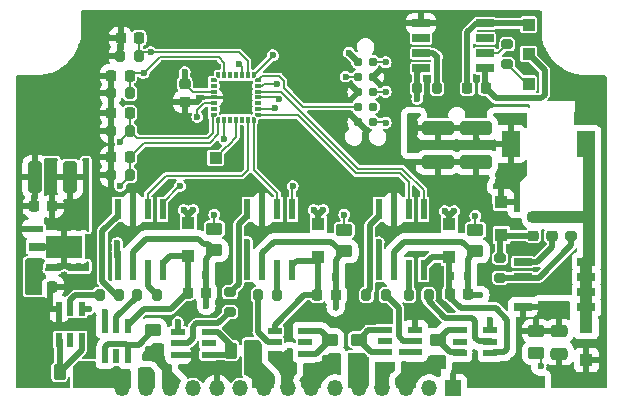
<source format=gbr>
%TF.GenerationSoftware,KiCad,Pcbnew,7.0.5*%
%TF.CreationDate,2023-08-21T12:06:49+01:00*%
%TF.ProjectId,ESC_Control_Board_STM32G071_V2,4553435f-436f-46e7-9472-6f6c5f426f61,rev?*%
%TF.SameCoordinates,Original*%
%TF.FileFunction,Copper,L1,Top*%
%TF.FilePolarity,Positive*%
%FSLAX46Y46*%
G04 Gerber Fmt 4.6, Leading zero omitted, Abs format (unit mm)*
G04 Created by KiCad (PCBNEW 7.0.5) date 2023-08-21 12:06:49*
%MOMM*%
%LPD*%
G01*
G04 APERTURE LIST*
G04 Aperture macros list*
%AMRoundRect*
0 Rectangle with rounded corners*
0 $1 Rounding radius*
0 $2 $3 $4 $5 $6 $7 $8 $9 X,Y pos of 4 corners*
0 Add a 4 corners polygon primitive as box body*
4,1,4,$2,$3,$4,$5,$6,$7,$8,$9,$2,$3,0*
0 Add four circle primitives for the rounded corners*
1,1,$1+$1,$2,$3*
1,1,$1+$1,$4,$5*
1,1,$1+$1,$6,$7*
1,1,$1+$1,$8,$9*
0 Add four rect primitives between the rounded corners*
20,1,$1+$1,$2,$3,$4,$5,0*
20,1,$1+$1,$4,$5,$6,$7,0*
20,1,$1+$1,$6,$7,$8,$9,0*
20,1,$1+$1,$8,$9,$2,$3,0*%
%AMFreePoly0*
4,1,6,0.152400,-0.104000,0.002400,-0.254000,-0.152400,-0.254000,-0.152400,0.254000,0.152400,0.254000,0.152400,-0.104000,0.152400,-0.104000,$1*%
%AMFreePoly1*
4,1,6,0.152400,-0.254000,-0.002400,-0.254000,-0.152400,-0.104000,-0.152400,0.254000,0.152400,0.254000,0.152400,-0.254000,0.152400,-0.254000,$1*%
%AMFreePoly2*
4,1,6,0.152400,-0.254000,-0.152400,-0.254000,-0.152400,0.104000,-0.002400,0.254000,0.152400,0.254000,0.152400,-0.254000,0.152400,-0.254000,$1*%
%AMFreePoly3*
4,1,6,0.152400,0.104000,0.152400,-0.254000,-0.152400,-0.254000,-0.152400,0.254000,0.002400,0.254000,0.152400,0.104000,0.152400,0.104000,$1*%
G04 Aperture macros list end*
%TA.AperFunction,SMDPad,CuDef*%
%ADD10FreePoly0,90.000000*%
%TD*%
%TA.AperFunction,SMDPad,CuDef*%
%ADD11R,0.558800X0.304800*%
%TD*%
%TA.AperFunction,SMDPad,CuDef*%
%ADD12FreePoly1,90.000000*%
%TD*%
%TA.AperFunction,SMDPad,CuDef*%
%ADD13FreePoly2,0.000000*%
%TD*%
%TA.AperFunction,SMDPad,CuDef*%
%ADD14R,0.304800X0.558800*%
%TD*%
%TA.AperFunction,SMDPad,CuDef*%
%ADD15FreePoly3,0.000000*%
%TD*%
%TA.AperFunction,SMDPad,CuDef*%
%ADD16FreePoly2,90.000000*%
%TD*%
%TA.AperFunction,SMDPad,CuDef*%
%ADD17FreePoly3,90.000000*%
%TD*%
%TA.AperFunction,SMDPad,CuDef*%
%ADD18FreePoly0,0.000000*%
%TD*%
%TA.AperFunction,SMDPad,CuDef*%
%ADD19FreePoly1,0.000000*%
%TD*%
%TA.AperFunction,SMDPad,CuDef*%
%ADD20R,1.500000X0.650000*%
%TD*%
%TA.AperFunction,SMDPad,CuDef*%
%ADD21R,1.300000X0.550000*%
%TD*%
%TA.AperFunction,SMDPad,CuDef*%
%ADD22R,1.475000X0.800000*%
%TD*%
%TA.AperFunction,SMDPad,CuDef*%
%ADD23R,3.125000X1.850000*%
%TD*%
%TA.AperFunction,SMDPad,CuDef*%
%ADD24R,1.000000X1.000000*%
%TD*%
%TA.AperFunction,ConnectorPad*%
%ADD25C,0.787400*%
%TD*%
%TA.AperFunction,SMDPad,CuDef*%
%ADD26RoundRect,0.250000X-0.475000X0.250000X-0.475000X-0.250000X0.475000X-0.250000X0.475000X0.250000X0*%
%TD*%
%TA.AperFunction,SMDPad,CuDef*%
%ADD27R,1.100000X1.100000*%
%TD*%
%TA.AperFunction,SMDPad,CuDef*%
%ADD28RoundRect,0.200000X0.275000X-0.200000X0.275000X0.200000X-0.275000X0.200000X-0.275000X-0.200000X0*%
%TD*%
%TA.AperFunction,SMDPad,CuDef*%
%ADD29RoundRect,0.200000X0.200000X0.275000X-0.200000X0.275000X-0.200000X-0.275000X0.200000X-0.275000X0*%
%TD*%
%TA.AperFunction,SMDPad,CuDef*%
%ADD30RoundRect,0.225000X-0.225000X-0.250000X0.225000X-0.250000X0.225000X0.250000X-0.225000X0.250000X0*%
%TD*%
%TA.AperFunction,SMDPad,CuDef*%
%ADD31RoundRect,0.225000X0.250000X-0.225000X0.250000X0.225000X-0.250000X0.225000X-0.250000X-0.225000X0*%
%TD*%
%TA.AperFunction,SMDPad,CuDef*%
%ADD32RoundRect,0.250000X-0.262500X-0.450000X0.262500X-0.450000X0.262500X0.450000X-0.262500X0.450000X0*%
%TD*%
%TA.AperFunction,SMDPad,CuDef*%
%ADD33RoundRect,0.225000X0.225000X0.250000X-0.225000X0.250000X-0.225000X-0.250000X0.225000X-0.250000X0*%
%TD*%
%TA.AperFunction,SMDPad,CuDef*%
%ADD34RoundRect,0.250000X0.450000X-0.262500X0.450000X0.262500X-0.450000X0.262500X-0.450000X-0.262500X0*%
%TD*%
%TA.AperFunction,SMDPad,CuDef*%
%ADD35R,1.150000X0.600000*%
%TD*%
%TA.AperFunction,SMDPad,CuDef*%
%ADD36R,0.600000X0.700000*%
%TD*%
%TA.AperFunction,SMDPad,CuDef*%
%ADD37R,0.600000X1.750000*%
%TD*%
%TA.AperFunction,SMDPad,CuDef*%
%ADD38RoundRect,0.250000X0.325000X1.100000X-0.325000X1.100000X-0.325000X-1.100000X0.325000X-1.100000X0*%
%TD*%
%TA.AperFunction,SMDPad,CuDef*%
%ADD39RoundRect,0.250000X-0.450000X0.262500X-0.450000X-0.262500X0.450000X-0.262500X0.450000X0.262500X0*%
%TD*%
%TA.AperFunction,SMDPad,CuDef*%
%ADD40RoundRect,0.200000X-0.200000X-0.275000X0.200000X-0.275000X0.200000X0.275000X-0.200000X0.275000X0*%
%TD*%
%TA.AperFunction,SMDPad,CuDef*%
%ADD41R,0.600000X1.150000*%
%TD*%
%TA.AperFunction,SMDPad,CuDef*%
%ADD42RoundRect,0.250000X-1.100000X0.325000X-1.100000X-0.325000X1.100000X-0.325000X1.100000X0.325000X0*%
%TD*%
%TA.AperFunction,ComponentPad*%
%ADD43R,1.350000X1.350000*%
%TD*%
%TA.AperFunction,ComponentPad*%
%ADD44O,1.350000X1.350000*%
%TD*%
%TA.AperFunction,SMDPad,CuDef*%
%ADD45R,1.500000X2.200000*%
%TD*%
%TA.AperFunction,SMDPad,CuDef*%
%ADD46RoundRect,0.200000X-0.275000X0.200000X-0.275000X-0.200000X0.275000X-0.200000X0.275000X0.200000X0*%
%TD*%
%TA.AperFunction,SMDPad,CuDef*%
%ADD47RoundRect,0.225000X-0.250000X0.225000X-0.250000X-0.225000X0.250000X-0.225000X0.250000X0.225000X0*%
%TD*%
%TA.AperFunction,ViaPad*%
%ADD48C,0.600000*%
%TD*%
%TA.AperFunction,Conductor*%
%ADD49C,0.200000*%
%TD*%
%TA.AperFunction,Conductor*%
%ADD50C,1.000000*%
%TD*%
%TA.AperFunction,Conductor*%
%ADD51C,0.500000*%
%TD*%
G04 APERTURE END LIST*
D10*
%TO.P,U11,1,PC14-OSC32_IN*%
%TO.N,unconnected-(U11-PC14-OSC32_IN-Pad1)*%
X125425000Y-53775000D03*
D11*
%TO.P,U11,2,PC15-OSC32_OUT*%
%TO.N,unconnected-(U11-PC15-OSC32_OUT-Pad2)*%
X125450000Y-54274999D03*
%TO.P,U11,3,VDD*%
%TO.N,+3V3*%
X125450000Y-54775001D03*
%TO.P,U11,4,VSS*%
%TO.N,GND*%
X125450000Y-55275000D03*
%TO.P,U11,5,PF2-NRST*%
%TO.N,/MCU/NRST*%
X125450000Y-55774999D03*
%TO.P,U11,6,PA0*%
%TO.N,unconnected-(U11-PA0-Pad6)*%
X125450000Y-56275001D03*
D12*
%TO.P,U11,7,PA1*%
%TO.N,/MCU/PA1*%
X125425000Y-56775000D03*
D13*
%TO.P,U11,8,PA2*%
%TO.N,/BEMF_Feedback/bW*%
X125825000Y-57175000D03*
D14*
%TO.P,U11,9,PA3*%
%TO.N,/MCU/SWO*%
X126324999Y-57150000D03*
%TO.P,U11,10,PA4*%
%TO.N,unconnected-(U11-PA4-Pad10)*%
X126825001Y-57150000D03*
%TO.P,U11,11,PA5*%
%TO.N,/MCU/PA5*%
X127325000Y-57150000D03*
%TO.P,U11,12,PA6*%
%TO.N,unconnected-(U11-PA6-Pad12)*%
X127824999Y-57150000D03*
%TO.P,U11,13,PA7*%
%TO.N,/Gate_Drive/W_LIN*%
X128325001Y-57150000D03*
D15*
%TO.P,U11,14,PB0*%
%TO.N,/Gate_Drive/V_LIN*%
X128825000Y-57175000D03*
D16*
%TO.P,U11,15,PB1*%
%TO.N,/Gate_Drive/U_LIN*%
X129225000Y-56775000D03*
D11*
%TO.P,U11,16,PA8*%
%TO.N,/Gate_Drive/W_HIN*%
X129200000Y-56275001D03*
%TO.P,U11,17,PC6*%
%TO.N,unconnected-(U11-PC6-Pad17)*%
X129200000Y-55774999D03*
%TO.P,U11,18,PA11[PA9]*%
%TO.N,/Gate_Drive/V_HIN*%
X129200000Y-55275000D03*
%TO.P,U11,19,PA12[PA10]*%
%TO.N,/Gate_Drive/U_HIN*%
X129200000Y-54775001D03*
%TO.P,U11,20,PA13*%
%TO.N,/MCU/SWDIO*%
X129200000Y-54274999D03*
D17*
%TO.P,U11,21,PA14-BOOT0*%
%TO.N,/MCU/SWCLK*%
X129225000Y-53775000D03*
D18*
%TO.P,U11,22,PA15*%
%TO.N,/MCU/TDI*%
X128825000Y-53375000D03*
D14*
%TO.P,U11,23,PB3*%
%TO.N,/BEMF_Feedback/bU*%
X128325001Y-53400000D03*
%TO.P,U11,24,PB4*%
%TO.N,/MCU/PB4*%
X127824999Y-53400000D03*
%TO.P,U11,25,PB5*%
%TO.N,unconnected-(U11-PB5-Pad25)*%
X127325000Y-53400000D03*
%TO.P,U11,26,PB6*%
%TO.N,unconnected-(U11-PB6-Pad26)*%
X126825001Y-53400000D03*
%TO.P,U11,27,PB7*%
%TO.N,/BEMF_Feedback/bV*%
X126324999Y-53400000D03*
D19*
%TO.P,U11,28,PB8*%
%TO.N,unconnected-(U11-PB8-Pad28)*%
X125825000Y-53375000D03*
%TD*%
D20*
%TO.P,IC5,1,VCC1*%
%TO.N,/PWM/+5V_ISO*%
X148400000Y-52805000D03*
%TO.P,IC5,2,SDA1*%
%TO.N,Net-(IC5-SDA1)*%
X148400000Y-51535000D03*
%TO.P,IC5,3,SCL1*%
%TO.N,unconnected-(IC5-SCL1-Pad3)*%
X148400000Y-50265000D03*
%TO.P,IC5,4,GND1*%
%TO.N,/PWM/GND_ISO*%
X148400000Y-48995000D03*
%TO.P,IC5,5,GND2*%
%TO.N,GND*%
X143000000Y-48995000D03*
%TO.P,IC5,6,SCL2*%
%TO.N,unconnected-(IC5-SCL2-Pad6)*%
X143000000Y-50265000D03*
%TO.P,IC5,7,SDA2*%
%TO.N,/MCU/PB4*%
X143000000Y-51535000D03*
%TO.P,IC5,8,VCC2*%
%TO.N,+3V3*%
X143000000Y-52805000D03*
%TD*%
D21*
%TO.P,IC4,1,ADJ/GND*%
%TO.N,GND*%
X110356000Y-66400000D03*
D22*
%TO.P,IC4,2,OUTPUT*%
%TO.N,+3V3*%
X110444000Y-67900000D03*
D21*
%TO.P,IC4,3,INPUT*%
%TO.N,+12V*%
X110356000Y-69400000D03*
D23*
%TO.P,IC4,4,VOUT*%
%TO.N,+3V3*%
X112744000Y-67900000D03*
%TD*%
D20*
%TO.P,U10,1,BP*%
%TO.N,Net-(U10-BP)*%
X151600000Y-69195000D03*
%TO.P,U10,2,FB*%
%TO.N,Net-(U10-FB)*%
X151600000Y-70465000D03*
%TO.P,U10,4,D*%
%TO.N,VBATT*%
X151600000Y-73005000D03*
%TO.P,U10,5,S*%
%TO.N,Net-(D7-K)*%
X157000000Y-73005000D03*
%TO.P,U10,6,S*%
X157000000Y-71735000D03*
%TO.P,U10,7,S*%
X157000000Y-70465000D03*
%TO.P,U10,8,S*%
X157000000Y-69195000D03*
%TD*%
D24*
%TO.P,J3,1,Pin_1*%
%TO.N,/MCU/PA5*%
X125600000Y-60380000D03*
%TD*%
D25*
%TO.P,J1,1,VTref*%
%TO.N,+3V3*%
X137665000Y-52260000D03*
%TO.P,J1,2,SWDIO/TMS*%
%TO.N,/MCU/SWDIO*%
X137665000Y-53530000D03*
%TO.P,J1,3,GND*%
%TO.N,GND*%
X137665000Y-54800000D03*
%TO.P,J1,4,SWDCLK/TCK*%
%TO.N,/MCU/SWCLK*%
X137665000Y-56070000D03*
%TO.P,J1,5,GND*%
%TO.N,GND*%
X137665000Y-57340000D03*
%TO.P,J1,6,SWO/TDO*%
%TO.N,/MCU/SWO*%
X138935000Y-57340000D03*
%TO.P,J1,7,KEY*%
%TO.N,unconnected-(J1-KEY-Pad7)*%
X138935000Y-56070000D03*
%TO.P,J1,8,NC/TDI*%
%TO.N,/MCU/TDI*%
X138935000Y-54800000D03*
%TO.P,J1,9,GNDDetect*%
%TO.N,GND*%
X138935000Y-53530000D03*
%TO.P,J1,10,~{RESET}*%
%TO.N,/MCU/NRST*%
X138935000Y-52260000D03*
%TD*%
D26*
%TO.P,C11,1*%
%TO.N,VBATT*%
X154700000Y-75050000D03*
%TO.P,C11,2*%
%TO.N,GND*%
X154700000Y-76950000D03*
%TD*%
D24*
%TO.P,J2,1,Pin_1*%
%TO.N,/PWM/GND_ISO*%
X152100000Y-49100000D03*
%TO.P,J2,2,Pin_2*%
%TO.N,/PWM/+5V_ISO*%
X152100000Y-51600000D03*
%TO.P,J2,3,Pin_3*%
%TO.N,/PWM/SERVO_ISO*%
X152100000Y-54100000D03*
%TD*%
D27*
%TO.P,D7,1,K*%
%TO.N,Net-(D7-K)*%
X157000000Y-74700000D03*
%TO.P,D7,2,A*%
%TO.N,GND*%
X157000000Y-77500000D03*
%TD*%
D28*
%TO.P,R23,1*%
%TO.N,/PWM/SERVO_ISO*%
X150300000Y-52425000D03*
%TO.P,R23,2*%
%TO.N,Net-(IC5-SDA1)*%
X150300000Y-50775000D03*
%TD*%
D29*
%TO.P,R14,1*%
%TO.N,/MCU/PA1*%
X118365000Y-58110000D03*
%TO.P,R14,2*%
%TO.N,GND*%
X116715000Y-58110000D03*
%TD*%
D30*
%TO.P,C7,1*%
%TO.N,Net-(D2-K)*%
X134225000Y-72000000D03*
%TO.P,C7,2*%
%TO.N,/BEMF_Feedback/pV*%
X135775000Y-72000000D03*
%TD*%
D29*
%TO.P,R20,2*%
%TO.N,GND*%
X116715000Y-54920000D03*
%TO.P,R20,1*%
%TO.N,/BEMF_Feedback/bV*%
X118365000Y-54920000D03*
%TD*%
D27*
%TO.P,D8,1,K*%
%TO.N,Net-(D8-K)*%
X149800000Y-66900000D03*
%TO.P,D8,2,A*%
%TO.N,+12V*%
X149800000Y-64100000D03*
%TD*%
D29*
%TO.P,R18,2*%
%TO.N,GND*%
X116715002Y-61850000D03*
%TO.P,R18,1*%
%TO.N,/BEMF_Feedback/bW*%
X118365002Y-61850000D03*
%TD*%
D27*
%TO.P,D3,1,K*%
%TO.N,Net-(D3-K)*%
X123300000Y-68700000D03*
%TO.P,D3,2,A*%
%TO.N,+12V*%
X123300000Y-65900000D03*
%TD*%
D31*
%TO.P,C17,1*%
%TO.N,Net-(U10-BP)*%
X154100000Y-66975000D03*
%TO.P,C17,2*%
%TO.N,Net-(D7-K)*%
X154100000Y-65425000D03*
%TD*%
D29*
%TO.P,R5,1*%
%TO.N,Net-(U2-HVG(1))*%
X130825000Y-72000000D03*
%TO.P,R5,2*%
%TO.N,Net-(U6-IN)*%
X129175000Y-72000000D03*
%TD*%
D32*
%TO.P,R10,1*%
%TO.N,Net-(U7-SINK)*%
X126887500Y-76700000D03*
%TO.P,R10,2*%
%TO.N,/Gate_Drive/V_L*%
X128712500Y-76700000D03*
%TD*%
D33*
%TO.P,C12,1*%
%TO.N,/MCU/PA1*%
X118314998Y-56610000D03*
%TO.P,C12,2*%
%TO.N,GND*%
X116764998Y-56610000D03*
%TD*%
D27*
%TO.P,D2,1,K*%
%TO.N,Net-(D2-K)*%
X134300000Y-68800000D03*
%TO.P,D2,2,A*%
%TO.N,+12V*%
X134300000Y-66000000D03*
%TD*%
D28*
%TO.P,R15,1*%
%TO.N,Net-(U10-FB)*%
X155700000Y-67025000D03*
%TO.P,R15,2*%
%TO.N,Net-(D7-K)*%
X155700000Y-65375000D03*
%TD*%
D31*
%TO.P,C18,1*%
%TO.N,Net-(D8-K)*%
X152500000Y-66975000D03*
%TO.P,C18,2*%
%TO.N,Net-(D7-K)*%
X152500000Y-65425000D03*
%TD*%
D30*
%TO.P,C8,1*%
%TO.N,Net-(D3-K)*%
X123225000Y-71800000D03*
%TO.P,C8,2*%
%TO.N,/BEMF_Feedback/pW*%
X124775000Y-71800000D03*
%TD*%
D34*
%TO.P,R21,1*%
%TO.N,/BEMF_Feedback/pU*%
X147600000Y-68312500D03*
%TO.P,R21,2*%
%TO.N,/BEMF_Feedback/bU*%
X147600000Y-66487500D03*
%TD*%
D35*
%TO.P,U5,1,VCC*%
%TO.N,+12V*%
X142500000Y-76850000D03*
%TO.P,U5,2,IN*%
%TO.N,Net-(U5-IN)*%
X142500000Y-75900000D03*
%TO.P,U5,3,VEE*%
%TO.N,GND*%
X142500000Y-74950000D03*
%TO.P,U5,4,SINK*%
%TO.N,Net-(U5-SINK)*%
X139900000Y-74950000D03*
%TO.P,U5,5,DNC*%
%TO.N,unconnected-(U5-DNC-Pad5)*%
X139900000Y-75900000D03*
%TO.P,U5,6,SOURCE*%
%TO.N,Net-(U5-SINK)*%
X139900000Y-76850000D03*
%TD*%
D33*
%TO.P,C24,1*%
%TO.N,/PWM/+5V_ISO*%
X148475000Y-54500000D03*
%TO.P,C24,2*%
%TO.N,/PWM/GND_ISO*%
X146925000Y-54500000D03*
%TD*%
D34*
%TO.P,R17,1*%
%TO.N,/BEMF_Feedback/pW*%
X125500000Y-68212500D03*
%TO.P,R17,2*%
%TO.N,/BEMF_Feedback/bW*%
X125500000Y-66387500D03*
%TD*%
D36*
%TO.P,D4,1,K*%
%TO.N,Net-(D1-K)*%
X145500000Y-70400000D03*
%TO.P,D4,2,A*%
%TO.N,/BEMF_Feedback/pU*%
X146900000Y-70400000D03*
%TD*%
D28*
%TO.P,R16,1*%
%TO.N,Net-(U10-FB)*%
X149700000Y-70525000D03*
%TO.P,R16,2*%
%TO.N,Net-(D8-K)*%
X149700000Y-68875000D03*
%TD*%
D35*
%TO.P,U6,1,VCC*%
%TO.N,Net-(D2-K)*%
X130600000Y-75050000D03*
%TO.P,U6,2,IN*%
%TO.N,Net-(U6-IN)*%
X130600000Y-76000000D03*
%TO.P,U6,3,VEE*%
%TO.N,/BEMF_Feedback/pV*%
X130600000Y-76950000D03*
%TO.P,U6,4,SINK*%
%TO.N,Net-(U6-SINK)*%
X133200000Y-76950000D03*
%TO.P,U6,5,DNC*%
%TO.N,unconnected-(U6-DNC-Pad5)*%
X133200000Y-76000000D03*
%TO.P,U6,6,SOURCE*%
%TO.N,Net-(U6-SINK)*%
X133200000Y-75050000D03*
%TD*%
D33*
%TO.P,C21,2*%
%TO.N,GND*%
X116765000Y-60350000D03*
%TO.P,C21,1*%
%TO.N,/BEMF_Feedback/bW*%
X118315000Y-60350000D03*
%TD*%
D29*
%TO.P,R3,1*%
%TO.N,Net-(U3-LVG(1))*%
X117425000Y-72000000D03*
%TO.P,R3,2*%
%TO.N,Net-(U9-IN)*%
X115775000Y-72000000D03*
%TD*%
D37*
%TO.P,U3,1,HIN*%
%TO.N,/Gate_Drive/W_HIN*%
X121105000Y-64750000D03*
%TO.P,U3,2,LIN*%
%TO.N,/Gate_Drive/W_LIN*%
X119835000Y-64750000D03*
%TO.P,U3,3,GND*%
%TO.N,GND*%
X118565000Y-64750000D03*
%TO.P,U3,4,LVG(1)*%
%TO.N,Net-(U3-LVG(1))*%
X117295000Y-64750000D03*
%TO.P,U3,5,VCC*%
%TO.N,+12V*%
X117295000Y-69850000D03*
%TO.P,U3,6,OUT*%
%TO.N,/BEMF_Feedback/pW*%
X118565000Y-69850000D03*
%TO.P,U3,7,HVG(1)*%
%TO.N,Net-(U3-HVG(1))*%
X119835000Y-69850000D03*
%TO.P,U3,8,BOOT*%
%TO.N,Net-(D3-K)*%
X121105000Y-69850000D03*
%TD*%
D38*
%TO.P,C16,1*%
%TO.N,+3V3*%
X113275000Y-62000000D03*
%TO.P,C16,2*%
%TO.N,GND*%
X110325000Y-62000000D03*
%TD*%
D37*
%TO.P,U2,1,HIN*%
%TO.N,/Gate_Drive/V_HIN*%
X132105000Y-64750000D03*
%TO.P,U2,2,LIN*%
%TO.N,/Gate_Drive/V_LIN*%
X130835000Y-64750000D03*
%TO.P,U2,3,GND*%
%TO.N,GND*%
X129565000Y-64750000D03*
%TO.P,U2,4,LVG(1)*%
%TO.N,Net-(U2-LVG(1))*%
X128295000Y-64750000D03*
%TO.P,U2,5,VCC*%
%TO.N,+12V*%
X128295000Y-69850000D03*
%TO.P,U2,6,OUT*%
%TO.N,/BEMF_Feedback/pV*%
X129565000Y-69850000D03*
%TO.P,U2,7,HVG(1)*%
%TO.N,Net-(U2-HVG(1))*%
X130835000Y-69850000D03*
%TO.P,U2,8,BOOT*%
%TO.N,Net-(D2-K)*%
X132105000Y-69850000D03*
%TD*%
D29*
%TO.P,R6,1*%
%TO.N,Net-(U3-HVG(1))*%
X120625000Y-72000000D03*
%TO.P,R6,2*%
%TO.N,Net-(U8-IN)*%
X118975000Y-72000000D03*
%TD*%
D33*
%TO.P,C22,2*%
%TO.N,GND*%
X116765003Y-53419999D03*
%TO.P,C22,1*%
%TO.N,/BEMF_Feedback/bV*%
X118315003Y-53419999D03*
%TD*%
D39*
%TO.P,R13,1*%
%TO.N,VBATT*%
X152750000Y-75062500D03*
%TO.P,R13,2*%
%TO.N,/MCU/PA1*%
X152750000Y-76887500D03*
%TD*%
D33*
%TO.P,C14,1*%
%TO.N,+3V3*%
X111775000Y-64500000D03*
%TO.P,C14,2*%
%TO.N,GND*%
X110225000Y-64500000D03*
%TD*%
D29*
%TO.P,R22,1*%
%TO.N,/BEMF_Feedback/bU*%
X119155000Y-51740000D03*
%TO.P,R22,2*%
%TO.N,GND*%
X117505000Y-51740000D03*
%TD*%
D33*
%TO.P,C23,1*%
%TO.N,/BEMF_Feedback/bU*%
X119104999Y-50240001D03*
%TO.P,C23,2*%
%TO.N,GND*%
X117554999Y-50240001D03*
%TD*%
D39*
%TO.P,R8,1*%
%TO.N,Net-(U5-SINK)*%
X137700000Y-75787500D03*
%TO.P,R8,2*%
%TO.N,/Gate_Drive/U_L*%
X137700000Y-77612500D03*
%TD*%
D40*
%TO.P,R1,1*%
%TO.N,Net-(U1-LVG(1))*%
X138375000Y-72000000D03*
%TO.P,R1,2*%
%TO.N,Net-(U5-IN)*%
X140025000Y-72000000D03*
%TD*%
D36*
%TO.P,D5,1,K*%
%TO.N,Net-(D2-K)*%
X134300000Y-70500000D03*
%TO.P,D5,2,A*%
%TO.N,/BEMF_Feedback/pV*%
X135700000Y-70500000D03*
%TD*%
D41*
%TO.P,U9,1,VCC*%
%TO.N,+12V*%
X114250000Y-73200000D03*
%TO.P,U9,2,IN*%
%TO.N,Net-(U9-IN)*%
X113300000Y-73200000D03*
%TO.P,U9,3,VEE*%
%TO.N,GND*%
X112350000Y-73200000D03*
%TO.P,U9,4,SINK*%
%TO.N,Net-(U9-SINK)*%
X112350000Y-75800000D03*
%TO.P,U9,5,DNC*%
%TO.N,unconnected-(U9-DNC-Pad5)*%
X113300000Y-75800000D03*
%TO.P,U9,6,SOURCE*%
%TO.N,Net-(U9-SINK)*%
X114250000Y-75800000D03*
%TD*%
D39*
%TO.P,R9,1*%
%TO.N,Net-(U6-SINK)*%
X135300000Y-75787500D03*
%TO.P,R9,2*%
%TO.N,/Gate_Drive/V_H*%
X135300000Y-77612500D03*
%TD*%
D30*
%TO.P,C6,1*%
%TO.N,Net-(D1-K)*%
X145415000Y-71870000D03*
%TO.P,C6,2*%
%TO.N,/BEMF_Feedback/pU*%
X146965000Y-71870000D03*
%TD*%
D39*
%TO.P,R7,1*%
%TO.N,Net-(U4-SINK)*%
X144400000Y-75787500D03*
%TO.P,R7,2*%
%TO.N,/Gate_Drive/U_H*%
X144400000Y-77612500D03*
%TD*%
%TO.P,R11,1*%
%TO.N,Net-(U8-SINK)*%
X120300000Y-74987500D03*
%TO.P,R11,2*%
%TO.N,/Gate_Drive/W_H*%
X120300000Y-76812500D03*
%TD*%
D40*
%TO.P,R4,1*%
%TO.N,Net-(U1-HVG(1))*%
X141975000Y-72000000D03*
%TO.P,R4,2*%
%TO.N,Net-(U4-IN)*%
X143625000Y-72000000D03*
%TD*%
D34*
%TO.P,R19,1*%
%TO.N,/BEMF_Feedback/pV*%
X136500000Y-68312500D03*
%TO.P,R19,2*%
%TO.N,/BEMF_Feedback/bV*%
X136500000Y-66487500D03*
%TD*%
D35*
%TO.P,U4,1,VCC*%
%TO.N,Net-(D1-K)*%
X148860000Y-76890000D03*
%TO.P,U4,2,IN*%
%TO.N,Net-(U4-IN)*%
X148860000Y-75940000D03*
%TO.P,U4,3,VEE*%
%TO.N,/BEMF_Feedback/pU*%
X148860000Y-74990000D03*
%TO.P,U4,4,SINK*%
%TO.N,Net-(U4-SINK)*%
X146260000Y-74990000D03*
%TO.P,U4,5,DNC*%
%TO.N,unconnected-(U4-DNC-Pad5)*%
X146260000Y-75940000D03*
%TO.P,U4,6,SOURCE*%
%TO.N,Net-(U4-SINK)*%
X146260000Y-76890000D03*
%TD*%
D42*
%TO.P,C19,1*%
%TO.N,+12V*%
X144400000Y-57825000D03*
%TO.P,C19,2*%
%TO.N,GND*%
X144400000Y-60775000D03*
%TD*%
D43*
%TO.P,J6,1,Pin_1*%
%TO.N,VBATT*%
X145700000Y-79900000D03*
D44*
%TO.P,J6,2,Pin_2*%
%TO.N,unconnected-(J6-Pin_2-Pad2)*%
X143700000Y-79900000D03*
%TO.P,J6,3,Pin_3*%
%TO.N,/Gate_Drive/U_H*%
X141700000Y-79900000D03*
%TO.P,J6,4,Pin_4*%
%TO.N,/BEMF_Feedback/pU*%
X139700000Y-79900000D03*
%TO.P,J6,5,Pin_5*%
%TO.N,/Gate_Drive/U_L*%
X137700000Y-79900000D03*
%TO.P,J6,6,Pin_6*%
%TO.N,unconnected-(J6-Pin_6-Pad6)*%
X135700000Y-79900000D03*
%TO.P,J6,7,Pin_7*%
%TO.N,/Gate_Drive/V_H*%
X133700000Y-79900000D03*
%TO.P,J6,8,Pin_8*%
%TO.N,/BEMF_Feedback/pV*%
X131700000Y-79900000D03*
%TO.P,J6,9,Pin_9*%
%TO.N,/Gate_Drive/V_L*%
X129700000Y-79900000D03*
%TO.P,J6,10,Pin_10*%
%TO.N,unconnected-(J6-Pin_10-Pad10)*%
X127700000Y-79900000D03*
%TO.P,J6,11,Pin_11*%
%TO.N,GND*%
X125700000Y-79900000D03*
%TO.P,J6,12,Pin_12*%
%TO.N,unconnected-(J6-Pin_12-Pad12)*%
X123700000Y-79900000D03*
%TO.P,J6,13,Pin_13*%
%TO.N,/Gate_Drive/W_H*%
X121700000Y-79900000D03*
%TO.P,J6,14,Pin_14*%
%TO.N,/BEMF_Feedback/pW*%
X119700000Y-79900000D03*
%TO.P,J6,15,Pin_15*%
%TO.N,/Gate_Drive/W_L*%
X117700000Y-79900000D03*
%TD*%
D45*
%TO.P,L1,1,1*%
%TO.N,Net-(D7-K)*%
X157000000Y-59200000D03*
%TO.P,L1,2,2*%
%TO.N,+12V*%
X150600000Y-59200000D03*
%TD*%
D46*
%TO.P,R2,1*%
%TO.N,Net-(U2-LVG(1))*%
X126800000Y-71775000D03*
%TO.P,R2,2*%
%TO.N,Net-(U7-IN)*%
X126800000Y-73425000D03*
%TD*%
D41*
%TO.P,U8,1,VCC*%
%TO.N,Net-(D3-K)*%
X118150000Y-74600000D03*
%TO.P,U8,2,IN*%
%TO.N,Net-(U8-IN)*%
X117200000Y-74600000D03*
%TO.P,U8,3,VEE*%
%TO.N,/BEMF_Feedback/pW*%
X116250000Y-74600000D03*
%TO.P,U8,4,SINK*%
%TO.N,Net-(U8-SINK)*%
X116250000Y-77200000D03*
%TO.P,U8,5,DNC*%
%TO.N,unconnected-(U8-DNC-Pad5)*%
X117200000Y-77200000D03*
%TO.P,U8,6,SOURCE*%
%TO.N,Net-(U8-SINK)*%
X118150000Y-77200000D03*
%TD*%
D35*
%TO.P,U7,1,VCC*%
%TO.N,+12V*%
X122400000Y-75150000D03*
%TO.P,U7,2,IN*%
%TO.N,Net-(U7-IN)*%
X122400000Y-76100000D03*
%TO.P,U7,3,VEE*%
%TO.N,GND*%
X122400000Y-77050000D03*
%TO.P,U7,4,SINK*%
%TO.N,Net-(U7-SINK)*%
X125000000Y-77050000D03*
%TO.P,U7,5,DNC*%
%TO.N,unconnected-(U7-DNC-Pad5)*%
X125000000Y-76100000D03*
%TO.P,U7,6,SOURCE*%
%TO.N,Net-(U7-SINK)*%
X125000000Y-75150000D03*
%TD*%
D37*
%TO.P,U1,1,HIN*%
%TO.N,/Gate_Drive/U_HIN*%
X143205000Y-64750000D03*
%TO.P,U1,2,LIN*%
%TO.N,/Gate_Drive/U_LIN*%
X141935000Y-64750000D03*
%TO.P,U1,3,GND*%
%TO.N,GND*%
X140665000Y-64750000D03*
%TO.P,U1,4,LVG(1)*%
%TO.N,Net-(U1-LVG(1))*%
X139395000Y-64750000D03*
%TO.P,U1,5,VCC*%
%TO.N,+12V*%
X139395000Y-69850000D03*
%TO.P,U1,6,OUT*%
%TO.N,/BEMF_Feedback/pU*%
X140665000Y-69850000D03*
%TO.P,U1,7,HVG(1)*%
%TO.N,Net-(U1-HVG(1))*%
X141935000Y-69850000D03*
%TO.P,U1,8,BOOT*%
%TO.N,Net-(D1-K)*%
X143205000Y-69850000D03*
%TD*%
D29*
%TO.P,R24,1*%
%TO.N,/MCU/PB4*%
X144325000Y-54500000D03*
%TO.P,R24,2*%
%TO.N,+3V3*%
X142675000Y-54500000D03*
%TD*%
D42*
%TO.P,C20,1*%
%TO.N,+12V*%
X147650000Y-57825000D03*
%TO.P,C20,2*%
%TO.N,GND*%
X147650000Y-60775000D03*
%TD*%
D32*
%TO.P,R12,1*%
%TO.N,Net-(U9-SINK)*%
X112387500Y-78500000D03*
%TO.P,R12,2*%
%TO.N,/Gate_Drive/W_L*%
X114212500Y-78500000D03*
%TD*%
D27*
%TO.P,D1,1,K*%
%TO.N,Net-(D1-K)*%
X145400000Y-68800000D03*
%TO.P,D1,2,A*%
%TO.N,+12V*%
X145400000Y-66000000D03*
%TD*%
D36*
%TO.P,D6,1,K*%
%TO.N,Net-(D3-K)*%
X123300000Y-70300000D03*
%TO.P,D6,2,A*%
%TO.N,/BEMF_Feedback/pW*%
X124700000Y-70300000D03*
%TD*%
D30*
%TO.P,C10,1*%
%TO.N,+12V*%
X110225000Y-71300000D03*
%TO.P,C10,2*%
%TO.N,GND*%
X111775000Y-71300000D03*
%TD*%
D47*
%TO.P,C5,1*%
%TO.N,+3V3*%
X122975000Y-54100000D03*
%TO.P,C5,2*%
%TO.N,GND*%
X122975000Y-55650000D03*
%TD*%
D48*
%TO.N,GND*%
X137350000Y-69990000D03*
X126270000Y-70010000D03*
X154800000Y-70920000D03*
X127240000Y-60560000D03*
%TO.N,/BEMF_Feedback/pW*%
X116270000Y-73410000D03*
%TO.N,/BEMF_Feedback/pU*%
X148870000Y-74130000D03*
%TO.N,GND*%
X140740000Y-48640000D03*
X115680000Y-64470000D03*
X140670000Y-62610000D03*
X133350000Y-59260000D03*
X131390000Y-59250000D03*
X132560000Y-51700000D03*
X112530000Y-56530000D03*
X120990000Y-53670000D03*
X121770000Y-55640000D03*
X124900000Y-78400000D03*
X111600000Y-73200000D03*
X115310000Y-48990000D03*
X116470000Y-51780000D03*
X115660000Y-61810000D03*
X125700000Y-78100000D03*
X129600000Y-66300000D03*
X144400000Y-62100000D03*
X109460000Y-59820000D03*
X147700000Y-62100000D03*
X116470000Y-50130000D03*
X144300000Y-49000000D03*
X110000000Y-78700000D03*
X115630000Y-54870000D03*
X109300000Y-65420000D03*
X137100000Y-74400000D03*
X115590000Y-58080000D03*
X120900000Y-61420000D03*
X111190000Y-59830000D03*
X140700000Y-66399500D03*
X142500000Y-74199500D03*
X126435571Y-56033554D03*
X134800000Y-62300000D03*
X122990000Y-56900000D03*
X112800000Y-70300000D03*
X110000000Y-58100000D03*
X110330000Y-59810000D03*
X118600000Y-66200000D03*
X123510000Y-77970000D03*
X146900000Y-62100000D03*
X128250000Y-56040000D03*
X136490000Y-54770000D03*
X115520000Y-56480000D03*
X127800000Y-74700000D03*
X155300000Y-78300000D03*
X157000000Y-78600000D03*
X157330000Y-54580000D03*
X128300000Y-54290000D03*
X109210000Y-64470000D03*
X145200000Y-62100000D03*
X126450000Y-54330000D03*
X115610000Y-53410000D03*
X126500000Y-78400000D03*
X148500000Y-62100000D03*
X140130000Y-53570000D03*
X115570000Y-60200000D03*
X143600000Y-62100000D03*
X136500000Y-57340000D03*
X109240000Y-66370000D03*
X134640000Y-48740000D03*
X109550000Y-75110000D03*
X154300000Y-78300000D03*
X149910000Y-71840000D03*
X110000000Y-55100000D03*
X112800000Y-71300000D03*
%TO.N,/MCU/PA1*%
X117530000Y-59010000D03*
X153125000Y-78050000D03*
%TO.N,+3V3*%
X113200000Y-69500000D03*
X136900000Y-51500000D03*
X113100000Y-64500000D03*
X113200000Y-66300000D03*
X112400000Y-69500000D03*
X114000000Y-69500000D03*
X114600000Y-61900000D03*
X114006428Y-66291421D03*
X112400000Y-66300000D03*
X142675000Y-55395000D03*
X114600000Y-62800000D03*
X114600000Y-61000000D03*
X122975000Y-53125000D03*
%TO.N,/BEMF_Feedback/pU*%
X148000000Y-72000000D03*
X139440000Y-78290000D03*
X140220000Y-78290000D03*
%TO.N,/BEMF_Feedback/pV*%
X131200000Y-78300000D03*
X132000000Y-78300000D03*
X135775000Y-73000500D03*
%TO.N,/BEMF_Feedback/bW*%
X117540000Y-62770000D03*
X125500000Y-65200000D03*
%TO.N,/BEMF_Feedback/pW*%
X124800000Y-72900000D03*
X119320000Y-78430000D03*
X120040000Y-78420000D03*
%TO.N,+12V*%
X149800000Y-62900000D03*
X128295000Y-68290000D03*
X150600000Y-60900000D03*
X142500000Y-57400000D03*
X110800000Y-70300000D03*
X149800000Y-57300000D03*
X122900000Y-64800000D03*
X145300000Y-59200000D03*
X133900000Y-64800000D03*
X151400000Y-61100000D03*
X148500000Y-59200000D03*
X143600000Y-59200000D03*
X134700000Y-64800000D03*
X147700000Y-58900000D03*
X146900000Y-59200000D03*
X139395000Y-68290000D03*
X117280000Y-68310000D03*
X139395000Y-67520000D03*
X150600000Y-57500000D03*
X145000000Y-64900000D03*
X117280000Y-67590000D03*
X114880000Y-73200000D03*
X151400000Y-57300000D03*
X145800000Y-64900000D03*
X128295000Y-67510000D03*
X141400000Y-76800000D03*
X149800000Y-61100000D03*
X122400000Y-74300000D03*
X142500000Y-58300000D03*
X109900000Y-70300000D03*
X144400000Y-58900000D03*
X123700000Y-64800000D03*
%TO.N,/BEMF_Feedback/bV*%
X119500500Y-53200000D03*
X136500000Y-65200000D03*
%TO.N,/BEMF_Feedback/bU*%
X120100000Y-51440000D03*
X147600000Y-65300000D03*
%TO.N,/MCU/PB4*%
X127620000Y-52480000D03*
X144325000Y-51825000D03*
%TO.N,/Gate_Drive/V_HIN*%
X130925000Y-55400000D03*
X132120111Y-62770500D03*
%TO.N,/Gate_Drive/W_HIN*%
X130625000Y-56175500D03*
X122600000Y-62770500D03*
%TO.N,VBATT*%
X153325000Y-73525000D03*
X149750000Y-78675000D03*
X155125000Y-73525000D03*
X148650000Y-78675000D03*
X150850000Y-78675000D03*
X154225000Y-73525000D03*
%TO.N,/MCU/NRST*%
X140000000Y-52300000D03*
X124060000Y-56920000D03*
%TO.N,/MCU/SWO*%
X126325000Y-58799500D03*
X140000000Y-57400000D03*
%TO.N,/MCU/SWDIO*%
X136600000Y-53500000D03*
X130770000Y-54100000D03*
%TO.N,/MCU/TDI*%
X130450000Y-51700500D03*
X140000000Y-54800000D03*
%TD*%
D49*
%TO.N,/MCU/PA5*%
X126423028Y-59556972D02*
X125600000Y-60380000D01*
X126423028Y-59550000D02*
X126423028Y-59556972D01*
X126691514Y-59281514D02*
X126423028Y-59550000D01*
X126691514Y-59281514D02*
X127325000Y-58648029D01*
X126573529Y-59399500D02*
X126691514Y-59281514D01*
%TO.N,/MCU/PA1*%
X124924314Y-58730000D02*
X118985000Y-58730000D01*
X125372600Y-56827400D02*
X125372600Y-58281714D01*
X125425000Y-56775000D02*
X125372600Y-56827400D01*
X125372600Y-58281714D02*
X124924314Y-58730000D01*
X118985000Y-58730000D02*
X118365000Y-58110000D01*
X118365000Y-56660002D02*
X118314998Y-56610000D01*
X118365000Y-58110000D02*
X118365000Y-56660002D01*
X117530000Y-58945000D02*
X118365000Y-58110000D01*
X117530000Y-59010000D02*
X117530000Y-58945000D01*
%TO.N,/BEMF_Feedback/bW*%
X125090000Y-59130000D02*
X125825000Y-58395000D01*
X119535000Y-59130000D02*
X125090000Y-59130000D01*
X125825000Y-58395000D02*
X125825000Y-57175000D01*
X118365002Y-60299998D02*
X119535000Y-59130000D01*
X118365002Y-61944998D02*
X118365002Y-60299998D01*
X117540000Y-62770000D02*
X118365002Y-61944998D01*
D50*
%TO.N,Net-(D7-K)*%
X157240000Y-59440000D02*
X157240000Y-68955000D01*
X157000000Y-59200000D02*
X157240000Y-59440000D01*
D51*
%TO.N,Net-(D1-K)*%
X150025000Y-76850000D02*
X149200000Y-76850000D01*
X147593858Y-73095000D02*
X147608858Y-73080000D01*
X150300000Y-76575000D02*
X150025000Y-76850000D01*
X146336142Y-73095000D02*
X147593858Y-73095000D01*
X147608858Y-73080000D02*
X149304925Y-73080000D01*
X149304925Y-73080000D02*
X150300000Y-74075075D01*
X150300000Y-74075075D02*
X150300000Y-76575000D01*
X145400000Y-72158858D02*
X146336142Y-73095000D01*
X145400000Y-68800000D02*
X145400000Y-72158858D01*
%TO.N,/BEMF_Feedback/pU*%
X146975000Y-71880000D02*
X146975000Y-68937500D01*
X146975000Y-68937500D02*
X147600000Y-68312500D01*
X147095000Y-72000000D02*
X146975000Y-71880000D01*
X148000000Y-72000000D02*
X147095000Y-72000000D01*
D50*
%TO.N,Net-(D7-K)*%
X157240000Y-68955000D02*
X157000000Y-69195000D01*
D51*
%TO.N,Net-(U4-IN)*%
X147330000Y-73930000D02*
X145030000Y-73930000D01*
X143625000Y-72525000D02*
X143625000Y-72000000D01*
X147600000Y-74200000D02*
X147330000Y-73930000D01*
X147600000Y-75610000D02*
X147600000Y-74200000D01*
X147897500Y-75907500D02*
X147600000Y-75610000D01*
X145030000Y-73930000D02*
X143625000Y-72525000D01*
%TO.N,/BEMF_Feedback/pW*%
X116270000Y-73410000D02*
X116270000Y-74384214D01*
%TO.N,+12V*%
X114880000Y-73200000D02*
X114250000Y-73200000D01*
%TO.N,Net-(U8-IN)*%
X118975000Y-72125000D02*
X117200000Y-73900000D01*
X117200000Y-73900000D02*
X117200000Y-74600000D01*
%TO.N,/BEMF_Feedback/pW*%
X124150000Y-67250000D02*
X124600000Y-67700000D01*
X124600000Y-67700000D02*
X124987500Y-67700000D01*
X124987500Y-67700000D02*
X125500000Y-68212500D01*
X119690000Y-67250000D02*
X124150000Y-67250000D01*
X118565000Y-68375000D02*
X119690000Y-67250000D01*
X118565000Y-69850000D02*
X118565000Y-68375000D01*
%TO.N,+12V*%
X139395000Y-67520000D02*
X139395000Y-69850000D01*
X139395000Y-68290000D02*
X139395000Y-69850000D01*
X128295000Y-67510000D02*
X128295000Y-69850000D01*
X128295000Y-68290000D02*
X128295000Y-69850000D01*
X117280000Y-68780000D02*
X117295000Y-68795000D01*
X117280000Y-67590000D02*
X117280000Y-68780000D01*
X117295000Y-68325000D02*
X117295000Y-68795000D01*
X117280000Y-68310000D02*
X117295000Y-68325000D01*
%TO.N,/BEMF_Feedback/pU*%
X140700000Y-68380000D02*
X140700000Y-69815000D01*
X141580000Y-67500000D02*
X140700000Y-68380000D01*
X146485786Y-67500000D02*
X141580000Y-67500000D01*
X147298286Y-68312500D02*
X146485786Y-67500000D01*
X147600000Y-68312500D02*
X147298286Y-68312500D01*
X140700000Y-69815000D02*
X140665000Y-69850000D01*
%TO.N,/BEMF_Feedback/pV*%
X136198286Y-68312500D02*
X136500000Y-68312500D01*
X130510000Y-67500000D02*
X135385786Y-67500000D01*
X129565000Y-68445000D02*
X130510000Y-67500000D01*
X135385786Y-67500000D02*
X136198286Y-68312500D01*
X129565000Y-69850000D02*
X129565000Y-68445000D01*
%TO.N,/BEMF_Feedback/pU*%
X147600000Y-68100000D02*
X147600000Y-68312500D01*
X148870000Y-74850000D02*
X148880000Y-74850000D01*
X148870000Y-74130000D02*
X148870000Y-74850000D01*
%TO.N,Net-(U4-IN)*%
X148880000Y-75900000D02*
X147970000Y-75900000D01*
%TO.N,+3V3*%
X142675000Y-55395000D02*
X142675000Y-53130000D01*
D49*
%TO.N,/BEMF_Feedback/bV*%
X126324999Y-52314999D02*
X126324999Y-53400000D01*
X125850000Y-51840000D02*
X126324999Y-52314999D01*
X120860500Y-51840000D02*
X125850000Y-51840000D01*
X119500500Y-53200000D02*
X120860500Y-51840000D01*
D51*
%TO.N,Net-(D1-K)*%
X143205000Y-69495000D02*
X143205000Y-69850000D01*
X145400000Y-68800000D02*
X143900000Y-68800000D01*
X143900000Y-68800000D02*
X143205000Y-69495000D01*
%TO.N,GND*%
X111600000Y-71475000D02*
X111775000Y-71300000D01*
X111600000Y-73200000D02*
X111600000Y-71475000D01*
%TO.N,Net-(D2-K)*%
X134225000Y-72000000D02*
X134300000Y-71925000D01*
X130600000Y-74500000D02*
X133100000Y-72000000D01*
X134300000Y-68800000D02*
X134000000Y-69100000D01*
X132500000Y-69100000D02*
X132105000Y-69495000D01*
X130600000Y-75050000D02*
X130600000Y-74500000D01*
X133100000Y-72000000D02*
X134225000Y-72000000D01*
X132105000Y-69495000D02*
X132105000Y-69850000D01*
X134300000Y-69100000D02*
X134000000Y-69100000D01*
X134300000Y-71925000D02*
X134300000Y-69100000D01*
X134000000Y-69100000D02*
X132500000Y-69100000D01*
%TO.N,Net-(D3-K)*%
X121700000Y-68700000D02*
X121105000Y-69295000D01*
X118150000Y-74600000D02*
X118150000Y-74550000D01*
X123300000Y-68700000D02*
X121700000Y-68700000D01*
X123225000Y-71800000D02*
X123300000Y-71725000D01*
X119500000Y-73200000D02*
X121800000Y-73200000D01*
X123200000Y-71800000D02*
X123225000Y-71800000D01*
X123300000Y-71725000D02*
X123300000Y-68700000D01*
X118150000Y-74550000D02*
X119500000Y-73200000D01*
X121800000Y-73200000D02*
X123200000Y-71800000D01*
X121105000Y-69295000D02*
X121105000Y-69850000D01*
D49*
%TO.N,/MCU/PA1*%
X152775000Y-76912500D02*
X153125000Y-77262500D01*
X153125000Y-77262500D02*
X153125000Y-78050000D01*
X152600000Y-76912500D02*
X152775000Y-76912500D01*
%TO.N,/MCU/PA5*%
X127325000Y-58648029D02*
X127325000Y-58200000D01*
X127325000Y-57150000D02*
X127325000Y-58200000D01*
D51*
%TO.N,Net-(U10-BP)*%
X151600000Y-69195000D02*
X152805000Y-69195000D01*
X152805000Y-69195000D02*
X154100000Y-67900000D01*
X154100000Y-67900000D02*
X154100000Y-66975000D01*
%TO.N,+3V3*%
X122975000Y-53125000D02*
X122975000Y-54100000D01*
X142675000Y-54500000D02*
X142675000Y-53130000D01*
X142675000Y-53130000D02*
X143000000Y-52805000D01*
D49*
X123650001Y-54775001D02*
X122975000Y-54100000D01*
D51*
X136905000Y-51500000D02*
X137665000Y-52260000D01*
X136900000Y-51500000D02*
X136905000Y-51500000D01*
D49*
X125450000Y-54775001D02*
X123650001Y-54775001D01*
D50*
%TO.N,Net-(D7-K)*%
X152500000Y-65425000D02*
X156675000Y-65425000D01*
X157000000Y-69195000D02*
X157000000Y-74700000D01*
D51*
%TO.N,Net-(D8-K)*%
X149800000Y-66900000D02*
X149700000Y-67000000D01*
X149700000Y-67000000D02*
X149700000Y-68875000D01*
X152500000Y-66975000D02*
X149700000Y-66975000D01*
X149700000Y-66975000D02*
X149700000Y-68875000D01*
D49*
%TO.N,/BEMF_Feedback/pV*%
X135775000Y-73075000D02*
X135775000Y-73000500D01*
D51*
X135775000Y-72000000D02*
X135775000Y-69037500D01*
X135775000Y-72000000D02*
X135775000Y-73075000D01*
D49*
X135775000Y-73075000D02*
X135800000Y-73100000D01*
D51*
X135775000Y-69037500D02*
X136500000Y-68312500D01*
D49*
%TO.N,/BEMF_Feedback/bW*%
X125500000Y-66387500D02*
X125500000Y-65200000D01*
D51*
%TO.N,/BEMF_Feedback/pW*%
X124775000Y-71800000D02*
X124775000Y-68937500D01*
X124775000Y-68937500D02*
X125500000Y-68212500D01*
X124800000Y-71825000D02*
X124775000Y-71800000D01*
X124800000Y-72900000D02*
X124800000Y-71825000D01*
%TO.N,+12V*%
X123700000Y-64800000D02*
X123300000Y-65200000D01*
X134300000Y-65100000D02*
X134300000Y-66000000D01*
X145000000Y-64900000D02*
X145400000Y-65300000D01*
X122400000Y-75150000D02*
X122400000Y-74300000D01*
X149800000Y-64100000D02*
X149800000Y-62900000D01*
X134700000Y-64800000D02*
X134300000Y-65200000D01*
X144400000Y-57825000D02*
X147650000Y-57825000D01*
X145800000Y-64900000D02*
X145400000Y-65300000D01*
X150600000Y-59200000D02*
X150600000Y-62100000D01*
X133900000Y-64800000D02*
X134300000Y-65200000D01*
X141450000Y-76850000D02*
X142500000Y-76850000D01*
X123300000Y-65200000D02*
X123300000Y-65900000D01*
X122900000Y-64800000D02*
X123300000Y-65200000D01*
X117295000Y-68795000D02*
X117295000Y-69850000D01*
X110356000Y-69400000D02*
X110356000Y-71169000D01*
X145400000Y-65300000D02*
X145400000Y-66000000D01*
X150600000Y-62100000D02*
X149800000Y-62900000D01*
X141400000Y-76800000D02*
X141450000Y-76850000D01*
X110356000Y-71169000D02*
X110225000Y-71300000D01*
X134300000Y-65200000D02*
X134300000Y-65100000D01*
D49*
%TO.N,/BEMF_Feedback/bV*%
X118535002Y-53200000D02*
X118315003Y-53419999D01*
X119500500Y-53200000D02*
X118535002Y-53200000D01*
X136500000Y-66487500D02*
X136500000Y-65200000D01*
X118365000Y-54920000D02*
X118365000Y-53469996D01*
X118365000Y-53469996D02*
X118315003Y-53419999D01*
%TO.N,/BEMF_Feedback/bU*%
X127580000Y-51440000D02*
X128325001Y-52185001D01*
X119104999Y-51689999D02*
X119155000Y-51740000D01*
X147600000Y-66487500D02*
X147600000Y-65300000D01*
X128325001Y-52185001D02*
X128325001Y-53400000D01*
X119425000Y-51440000D02*
X127580000Y-51440000D01*
X119104999Y-50240001D02*
X119104999Y-51689999D01*
%TO.N,Net-(IC5-SDA1)*%
X150300000Y-50775000D02*
X149540000Y-51535000D01*
X149540000Y-51535000D02*
X148400000Y-51535000D01*
D51*
%TO.N,/MCU/PB4*%
X144000000Y-51500000D02*
X143035000Y-51500000D01*
X144325000Y-54500000D02*
X144325000Y-51825000D01*
D49*
X127824999Y-52684999D02*
X127824999Y-53400000D01*
D51*
X143035000Y-51500000D02*
X143000000Y-51535000D01*
X144325000Y-51825000D02*
X144000000Y-51500000D01*
D49*
X127620000Y-52480000D02*
X127824999Y-52684999D01*
D51*
%TO.N,/PWM/+5V_ISO*%
X148400000Y-53900000D02*
X148400000Y-54425000D01*
X148400000Y-52805000D02*
X148400000Y-53900000D01*
X148400000Y-54425000D02*
X149325000Y-55350000D01*
X153150000Y-55350000D02*
X153450000Y-55050000D01*
X148400000Y-52805000D02*
X148400000Y-54425000D01*
X153450000Y-55050000D02*
X153450000Y-52950000D01*
X153450000Y-52950000D02*
X152100000Y-51600000D01*
X149325000Y-55350000D02*
X153150000Y-55350000D01*
X148400000Y-54425000D02*
X148475000Y-54500000D01*
%TO.N,/PWM/GND_ISO*%
X151995000Y-48995000D02*
X152100000Y-49100000D01*
X148400000Y-48995000D02*
X151995000Y-48995000D01*
X147695000Y-48995000D02*
X148400000Y-48995000D01*
X146925000Y-54500000D02*
X146925000Y-49765000D01*
X146925000Y-49765000D02*
X147695000Y-48995000D01*
%TO.N,Net-(U1-LVG(1))*%
X138375000Y-71775000D02*
X138645000Y-71505000D01*
X138645000Y-66075000D02*
X139395000Y-65325000D01*
X138645000Y-71505000D02*
X138645000Y-66075000D01*
X139395000Y-65325000D02*
X139395000Y-64750000D01*
X138375000Y-72000000D02*
X138375000Y-71775000D01*
%TO.N,Net-(U5-IN)*%
X140025000Y-72000000D02*
X141100000Y-73075000D01*
X141100000Y-75500000D02*
X141500000Y-75900000D01*
X141500000Y-75900000D02*
X142500000Y-75900000D01*
X141100000Y-73075000D02*
X141100000Y-75500000D01*
%TO.N,Net-(U2-LVG(1))*%
X126800000Y-71775000D02*
X127545000Y-71030000D01*
X127545000Y-71030000D02*
X127545000Y-66025000D01*
X128245000Y-65325000D02*
X128245000Y-64800000D01*
X127545000Y-66025000D02*
X128245000Y-65325000D01*
%TO.N,Net-(U7-IN)*%
X125825000Y-74400000D02*
X123975000Y-74400000D01*
X123975000Y-74400000D02*
X123700000Y-74675000D01*
X123700000Y-75625000D02*
X123225000Y-76100000D01*
X123700000Y-74675000D02*
X123700000Y-75625000D01*
X123225000Y-76100000D02*
X122400000Y-76100000D01*
X126800000Y-73425000D02*
X125825000Y-74400000D01*
%TO.N,Net-(U3-LVG(1))*%
X116000000Y-70800000D02*
X117200000Y-72000000D01*
X117295000Y-65285000D02*
X116000000Y-66580000D01*
X117200000Y-72000000D02*
X117425000Y-72000000D01*
X117295000Y-64750000D02*
X117295000Y-65285000D01*
X116000000Y-66580000D02*
X116000000Y-70800000D01*
%TO.N,Net-(U9-IN)*%
X113300000Y-72425000D02*
X113300000Y-73200000D01*
X115775000Y-72000000D02*
X113725000Y-72000000D01*
X113725000Y-72000000D02*
X113300000Y-72425000D01*
%TO.N,Net-(U1-HVG(1))*%
X141935000Y-71960000D02*
X141975000Y-72000000D01*
X141935000Y-69850000D02*
X141935000Y-71960000D01*
%TO.N,Net-(U2-HVG(1))*%
X130835000Y-69850000D02*
X130835000Y-71990000D01*
X130835000Y-71990000D02*
X130825000Y-72000000D01*
%TO.N,Net-(U6-IN)*%
X130600000Y-76000000D02*
X130037500Y-76000000D01*
X129175000Y-75137500D02*
X129175000Y-72000000D01*
X130037500Y-76000000D02*
X129175000Y-75137500D01*
%TO.N,Net-(U3-HVG(1))*%
X119835000Y-69850000D02*
X119835000Y-71210000D01*
X119835000Y-71210000D02*
X120625000Y-72000000D01*
%TO.N,Net-(U8-IN)*%
X118975000Y-72000000D02*
X118975000Y-72125000D01*
%TO.N,Net-(U4-SINK)*%
X146600000Y-74950000D02*
X145237500Y-74950000D01*
X145462500Y-76850000D02*
X144400000Y-75787500D01*
X145237500Y-74950000D02*
X144400000Y-75787500D01*
X146600000Y-76850000D02*
X145462500Y-76850000D01*
%TO.N,Net-(U5-SINK)*%
X139900000Y-76850000D02*
X138762500Y-76850000D01*
X138537500Y-74950000D02*
X139900000Y-74950000D01*
X137700000Y-75787500D02*
X138537500Y-74950000D01*
X138762500Y-76850000D02*
X137700000Y-75787500D01*
%TO.N,Net-(U6-SINK)*%
X134137500Y-76950000D02*
X133200000Y-76950000D01*
X135300000Y-75787500D02*
X134562500Y-75050000D01*
X135300000Y-75787500D02*
X134137500Y-76950000D01*
X134562500Y-75050000D02*
X133200000Y-75050000D01*
%TO.N,Net-(U7-SINK)*%
X126887500Y-76212500D02*
X126887500Y-76700000D01*
X125000000Y-75150000D02*
X125150000Y-75150000D01*
X125200000Y-75100000D02*
X125775000Y-75100000D01*
X126537500Y-77050000D02*
X126887500Y-76700000D01*
X125000000Y-77050000D02*
X126537500Y-77050000D01*
X125775000Y-75100000D02*
X126887500Y-76212500D01*
X125150000Y-75150000D02*
X125200000Y-75100000D01*
%TO.N,Net-(U8-SINK)*%
X119087500Y-76200000D02*
X120300000Y-74987500D01*
X116250000Y-77200000D02*
X116250000Y-76375000D01*
X118150000Y-76350000D02*
X118150000Y-77200000D01*
X118300000Y-76200000D02*
X119087500Y-76200000D01*
X116450000Y-76175000D02*
X117975000Y-76175000D01*
X116250000Y-76375000D02*
X116450000Y-76175000D01*
X118150000Y-76350000D02*
X118300000Y-76200000D01*
X117975000Y-76175000D02*
X118150000Y-76350000D01*
%TO.N,Net-(U9-SINK)*%
X112387500Y-78500000D02*
X112387500Y-75837500D01*
X114250000Y-75800000D02*
X114250000Y-76637500D01*
X112387500Y-75837500D02*
X112350000Y-75800000D01*
X114250000Y-76637500D02*
X112387500Y-78500000D01*
%TO.N,Net-(U10-FB)*%
X149700000Y-70525000D02*
X152975000Y-70525000D01*
X152975000Y-70525000D02*
X155700000Y-67800000D01*
X155700000Y-67800000D02*
X155700000Y-67025000D01*
D49*
%TO.N,/Gate_Drive/U_HIN*%
X131148530Y-54775001D02*
X137673529Y-61300000D01*
X143205000Y-63105000D02*
X143205000Y-64750000D01*
X137673529Y-61300000D02*
X141400000Y-61300000D01*
X129200000Y-54775001D02*
X131148530Y-54775001D01*
X141400000Y-61300000D02*
X143205000Y-63105000D01*
%TO.N,/Gate_Drive/U_LIN*%
X132582843Y-56775000D02*
X137507844Y-61700000D01*
X129225000Y-56775000D02*
X132582843Y-56775000D01*
X141935000Y-62400686D02*
X141935000Y-64750000D01*
X137507844Y-61700000D02*
X141234314Y-61700000D01*
X141234314Y-61700000D02*
X141935000Y-62400686D01*
%TO.N,/Gate_Drive/V_HIN*%
X130800000Y-55275000D02*
X129200000Y-55275000D01*
X130925000Y-55400000D02*
X130800000Y-55275000D01*
X132105000Y-64750000D02*
X132105000Y-62785611D01*
X132105000Y-62785611D02*
X132120111Y-62770500D01*
%TO.N,/Gate_Drive/V_LIN*%
X130835000Y-64750000D02*
X130835000Y-63395000D01*
X128825000Y-61385000D02*
X128825000Y-57175000D01*
X130835000Y-63395000D02*
X128825000Y-61385000D01*
%TO.N,/Gate_Drive/W_HIN*%
X130525499Y-56275001D02*
X130625000Y-56175500D01*
X122529500Y-62770500D02*
X121105000Y-64195000D01*
X121105000Y-64195000D02*
X121105000Y-64750000D01*
X129200000Y-56275001D02*
X130525499Y-56275001D01*
X122600000Y-62770500D02*
X122529500Y-62770500D01*
%TO.N,/Gate_Drive/W_LIN*%
X119835000Y-63465000D02*
X121400000Y-61900000D01*
X128325001Y-61394999D02*
X128325001Y-57150000D01*
X121400000Y-61900000D02*
X127820000Y-61900000D01*
X119835000Y-64750000D02*
X119835000Y-63465000D01*
X127820000Y-61900000D02*
X128325001Y-61394999D01*
D51*
%TO.N,/Gate_Drive/U_H*%
X141950000Y-79650000D02*
X141700000Y-79650000D01*
%TO.N,/Gate_Drive/U_L*%
X137700000Y-77612500D02*
X137700000Y-79650000D01*
%TO.N,/Gate_Drive/V_H*%
X134987500Y-77612500D02*
X133700000Y-78900000D01*
X135300000Y-77612500D02*
X134987500Y-77612500D01*
X133700000Y-78900000D02*
X133700000Y-79650000D01*
%TO.N,/Gate_Drive/V_L*%
X128712500Y-76700000D02*
X128712500Y-78612500D01*
X128712500Y-78612500D02*
X129700000Y-79600000D01*
X129700000Y-79600000D02*
X129700000Y-79650000D01*
%TO.N,/Gate_Drive/W_L*%
X114212500Y-78500000D02*
X114612500Y-78900000D01*
X114612500Y-78900000D02*
X116950000Y-78900000D01*
X116950000Y-78900000D02*
X117700000Y-79650000D01*
D49*
%TO.N,/PWM/SERVO_ISO*%
X152100000Y-54100000D02*
X151975000Y-54100000D01*
X151975000Y-54100000D02*
X150300000Y-52425000D01*
%TO.N,/MCU/NRST*%
X124060000Y-56920000D02*
X124060000Y-56350000D01*
X124635001Y-55774999D02*
X125450000Y-55774999D01*
X139960000Y-52260000D02*
X140000000Y-52300000D01*
X124060000Y-56350000D02*
X124635001Y-55774999D01*
X138935000Y-52260000D02*
X139960000Y-52260000D01*
%TO.N,/MCU/SWO*%
X126324999Y-57150000D02*
X126325000Y-58799500D01*
X139940000Y-57340000D02*
X138935000Y-57340000D01*
X140000000Y-57400000D02*
X139940000Y-57340000D01*
%TO.N,/MCU/SWDIO*%
X130770000Y-54100000D02*
X129730664Y-54100000D01*
X129730664Y-54100000D02*
X129555665Y-54274999D01*
X137635000Y-53500000D02*
X137665000Y-53530000D01*
X129555665Y-54274999D02*
X129200000Y-54274999D01*
X136600000Y-53500000D02*
X137635000Y-53500000D01*
%TO.N,/MCU/SWCLK*%
X133009215Y-56070000D02*
X131370000Y-54430785D01*
X137665000Y-56070000D02*
X133009215Y-56070000D01*
X131370000Y-53851471D02*
X130978529Y-53460000D01*
X129540000Y-53460000D02*
X129225000Y-53775000D01*
X130978529Y-53460000D02*
X129540000Y-53460000D01*
X131370000Y-54430785D02*
X131370000Y-53851471D01*
%TO.N,/MCU/TDI*%
X130450000Y-51700500D02*
X130450000Y-51750000D01*
X138935000Y-54800000D02*
X140000000Y-54800000D01*
X130450000Y-51750000D02*
X128825000Y-53375000D01*
%TD*%
%TA.AperFunction,Conductor*%
%TO.N,+12V*%
G36*
X110991247Y-68920002D02*
G01*
X111027890Y-68955996D01*
X111036948Y-68969552D01*
X111103269Y-69013867D01*
X111103952Y-69014323D01*
X111149480Y-69068800D01*
X111158327Y-69139243D01*
X111127686Y-69203287D01*
X111116462Y-69214313D01*
X111091933Y-69235567D01*
X111073971Y-69253167D01*
X111029328Y-69332979D01*
X111029327Y-69332980D01*
X111009324Y-69401101D01*
X111000999Y-69459001D01*
X111001000Y-69638053D01*
X110986906Y-69695958D01*
X110969056Y-69730454D01*
X110969049Y-69730468D01*
X110949086Y-69782566D01*
X110945038Y-69794161D01*
X110945038Y-69794162D01*
X110937584Y-69885314D01*
X110947688Y-69955588D01*
X110952780Y-69980203D01*
X110978728Y-70028898D01*
X110995790Y-70060918D01*
X111007783Y-70074758D01*
X111042282Y-70114572D01*
X111059875Y-70132527D01*
X111122886Y-70167773D01*
X111135510Y-70174834D01*
X111185198Y-70225545D01*
X111200000Y-70284800D01*
X111200000Y-70532567D01*
X111179998Y-70600688D01*
X111143892Y-70637405D01*
X110900000Y-70799999D01*
X110900000Y-71874000D01*
X110879998Y-71942121D01*
X110826342Y-71988614D01*
X110774000Y-72000000D01*
X109626000Y-72000000D01*
X109557879Y-71979998D01*
X109511386Y-71926342D01*
X109500000Y-71874000D01*
X109500000Y-69026000D01*
X109520002Y-68957879D01*
X109573658Y-68911386D01*
X109626000Y-68900000D01*
X110923126Y-68900000D01*
X110991247Y-68920002D01*
G37*
%TD.AperFunction*%
%TD*%
%TA.AperFunction,Conductor*%
%TO.N,/Gate_Drive/V_H*%
G36*
X136142121Y-76920002D02*
G01*
X136188614Y-76973658D01*
X136200000Y-77026000D01*
X136200000Y-78649135D01*
X136179998Y-78717256D01*
X136126342Y-78763749D01*
X136056068Y-78773853D01*
X136028491Y-78766629D01*
X136023078Y-78764532D01*
X136023074Y-78764531D01*
X136018891Y-78763749D01*
X135808926Y-78724500D01*
X135591074Y-78724500D01*
X135429479Y-78754707D01*
X135376925Y-78764531D01*
X135173795Y-78843225D01*
X135173780Y-78843232D01*
X134988569Y-78957910D01*
X134988568Y-78957911D01*
X134827571Y-79104678D01*
X134696289Y-79278526D01*
X134599183Y-79473541D01*
X134599180Y-79473549D01*
X134539564Y-79683078D01*
X134530108Y-79785126D01*
X134503906Y-79851111D01*
X134446189Y-79892454D01*
X134404646Y-79899500D01*
X132995354Y-79899500D01*
X132927233Y-79879498D01*
X132880740Y-79825842D01*
X132869892Y-79785126D01*
X132860435Y-79683078D01*
X132800819Y-79473549D01*
X132800817Y-79473541D01*
X132713208Y-79297600D01*
X132700000Y-79241441D01*
X132700000Y-79152189D01*
X132720003Y-79084068D01*
X132736900Y-79063099D01*
X133000000Y-78800000D01*
X133000000Y-77876499D01*
X133020002Y-77808378D01*
X133073658Y-77761885D01*
X133126000Y-77750499D01*
X133822865Y-77750499D01*
X133822872Y-77750499D01*
X133865124Y-77745957D01*
X133882476Y-77744092D01*
X133882477Y-77744091D01*
X133882483Y-77744091D01*
X133951091Y-77718501D01*
X133978059Y-77708444D01*
X134022090Y-77700500D01*
X134073648Y-77700500D01*
X134091907Y-77701830D01*
X134097409Y-77702635D01*
X134115523Y-77705289D01*
X134149967Y-77702275D01*
X134167527Y-77700740D01*
X134173020Y-77700500D01*
X134181209Y-77700500D01*
X134212864Y-77696799D01*
X134214658Y-77696615D01*
X134290297Y-77689999D01*
X134290301Y-77689997D01*
X134297483Y-77688515D01*
X134297499Y-77688592D01*
X134304631Y-77687011D01*
X134304613Y-77686934D01*
X134311750Y-77685242D01*
X134311751Y-77685241D01*
X134311755Y-77685241D01*
X134383101Y-77659272D01*
X134384772Y-77658693D01*
X134408584Y-77650801D01*
X134456834Y-77634814D01*
X134456840Y-77634810D01*
X134463484Y-77631713D01*
X134463517Y-77631784D01*
X134470090Y-77628602D01*
X134470056Y-77628533D01*
X134476606Y-77625242D01*
X134476609Y-77625239D01*
X134476617Y-77625237D01*
X134540085Y-77583492D01*
X134541518Y-77582580D01*
X134606156Y-77542712D01*
X134606160Y-77542707D01*
X134611920Y-77538155D01*
X134611969Y-77538217D01*
X134617620Y-77533614D01*
X134617568Y-77533552D01*
X134623186Y-77528836D01*
X134623196Y-77528830D01*
X134675290Y-77473611D01*
X134676523Y-77472343D01*
X135211964Y-76936902D01*
X135274274Y-76902879D01*
X135301057Y-76900000D01*
X136074000Y-76900000D01*
X136142121Y-76920002D01*
G37*
%TD.AperFunction*%
%TD*%
%TA.AperFunction,Conductor*%
%TO.N,+3V3*%
G36*
X112211441Y-60420002D02*
G01*
X112257934Y-60473658D01*
X112268038Y-60543932D01*
X112260166Y-60570348D01*
X112260651Y-60570509D01*
X112202606Y-60745678D01*
X112202605Y-60745681D01*
X112192000Y-60849483D01*
X112192000Y-61746000D01*
X114358000Y-61746000D01*
X114358000Y-60849483D01*
X114347394Y-60745681D01*
X114347393Y-60745678D01*
X114289349Y-60570509D01*
X114291072Y-60569937D01*
X114281823Y-60509064D01*
X114310800Y-60444250D01*
X114370218Y-60405391D01*
X114406680Y-60400000D01*
X114774000Y-60400000D01*
X114842121Y-60420002D01*
X114888614Y-60473658D01*
X114900000Y-60526000D01*
X114900000Y-66541566D01*
X114879998Y-66609687D01*
X114826342Y-66656180D01*
X114756068Y-66666284D01*
X114691488Y-66636790D01*
X114673134Y-66617077D01*
X114669405Y-66612097D01*
X114552465Y-66524555D01*
X114415593Y-66473505D01*
X114355097Y-66467000D01*
X112998000Y-66467000D01*
X112998000Y-69333000D01*
X114355085Y-69333000D01*
X114355097Y-69332999D01*
X114415593Y-69326494D01*
X114552464Y-69275444D01*
X114552465Y-69275444D01*
X114669404Y-69187903D01*
X114673131Y-69182926D01*
X114729966Y-69140378D01*
X114800781Y-69135312D01*
X114863094Y-69169336D01*
X114897120Y-69231648D01*
X114900000Y-69258433D01*
X114900000Y-69874000D01*
X114879998Y-69942121D01*
X114826342Y-69988614D01*
X114774000Y-70000000D01*
X113259847Y-70000000D01*
X113191726Y-69979998D01*
X113164622Y-69956512D01*
X113152152Y-69942121D01*
X113131128Y-69917857D01*
X113131127Y-69917856D01*
X113131126Y-69917855D01*
X113010053Y-69840047D01*
X112871961Y-69799500D01*
X112728039Y-69799500D01*
X112589946Y-69840047D01*
X112468873Y-69917855D01*
X112435378Y-69956512D01*
X112375652Y-69994896D01*
X112340153Y-70000000D01*
X111265710Y-70000000D01*
X111197589Y-69979998D01*
X111151096Y-69926342D01*
X111140992Y-69856068D01*
X111160945Y-69803998D01*
X111194867Y-69753231D01*
X111206500Y-69694748D01*
X111206500Y-69458999D01*
X111226502Y-69390879D01*
X111280158Y-69344386D01*
X111332500Y-69333000D01*
X112490000Y-69333000D01*
X112490000Y-68154000D01*
X111009837Y-68154000D01*
X111015744Y-67646000D01*
X112490000Y-67646000D01*
X112490000Y-66467000D01*
X111332500Y-66467000D01*
X111264379Y-66446998D01*
X111217886Y-66393342D01*
X111206500Y-66341000D01*
X111206500Y-66105253D01*
X111206499Y-66105249D01*
X111194867Y-66046771D01*
X111194867Y-66046769D01*
X111150552Y-65980448D01*
X111092781Y-65941846D01*
X111047255Y-65887371D01*
X111036795Y-65835623D01*
X111040451Y-65521210D01*
X111061242Y-65453330D01*
X111115435Y-65407465D01*
X111185822Y-65398178D01*
X111232589Y-65415439D01*
X111238114Y-65418846D01*
X111400758Y-65472742D01*
X111400770Y-65472744D01*
X111501147Y-65482999D01*
X111501147Y-65483000D01*
X111521000Y-65483000D01*
X111521000Y-64754000D01*
X112029000Y-64754000D01*
X112029000Y-65483000D01*
X112048853Y-65483000D01*
X112048852Y-65482999D01*
X112149229Y-65472744D01*
X112149241Y-65472742D01*
X112311884Y-65418847D01*
X112457728Y-65328890D01*
X112457734Y-65328885D01*
X112578885Y-65207734D01*
X112578890Y-65207728D01*
X112668847Y-65061884D01*
X112722742Y-64899241D01*
X112722744Y-64899229D01*
X112732999Y-64798852D01*
X112733000Y-64798852D01*
X112733000Y-64754000D01*
X112029000Y-64754000D01*
X111521000Y-64754000D01*
X111521000Y-64246000D01*
X112029000Y-64246000D01*
X112733000Y-64246000D01*
X112733000Y-64201147D01*
X112722744Y-64100770D01*
X112722742Y-64100758D01*
X112694512Y-64015566D01*
X112692071Y-63944611D01*
X112728379Y-63883601D01*
X112791908Y-63851906D01*
X112826924Y-63850586D01*
X112899485Y-63858000D01*
X113021000Y-63858000D01*
X113021000Y-62254000D01*
X113529000Y-62254000D01*
X113529000Y-63858000D01*
X113650517Y-63858000D01*
X113650516Y-63857999D01*
X113754318Y-63847394D01*
X113754321Y-63847393D01*
X113922525Y-63791657D01*
X114073339Y-63698634D01*
X114073345Y-63698629D01*
X114198629Y-63573345D01*
X114198634Y-63573339D01*
X114291657Y-63422525D01*
X114347393Y-63254321D01*
X114347394Y-63254318D01*
X114357999Y-63150516D01*
X114358000Y-63150516D01*
X114358000Y-62254000D01*
X113529000Y-62254000D01*
X113021000Y-62254000D01*
X112192000Y-62254000D01*
X112192000Y-63150516D01*
X112202605Y-63254318D01*
X112202606Y-63254321D01*
X112236862Y-63357700D01*
X112239302Y-63428655D01*
X112202994Y-63489665D01*
X112139465Y-63521360D01*
X112104451Y-63522681D01*
X112048844Y-63517000D01*
X112029000Y-63517000D01*
X112029000Y-64246000D01*
X111521000Y-64246000D01*
X111521000Y-63517000D01*
X111501147Y-63517000D01*
X111400770Y-63527255D01*
X111400758Y-63527257D01*
X111231146Y-63583462D01*
X111230207Y-63580631D01*
X111173374Y-63589236D01*
X111108575Y-63560225D01*
X111069747Y-63500787D01*
X111064384Y-63462927D01*
X111066347Y-63294105D01*
X111073406Y-63253973D01*
X111097646Y-63184699D01*
X111100500Y-63154266D01*
X111100500Y-60845734D01*
X111097646Y-60815301D01*
X111097645Y-60815300D01*
X111096930Y-60807667D01*
X111097242Y-60807637D01*
X111095462Y-60790202D01*
X111098551Y-60524535D01*
X111119345Y-60456651D01*
X111173537Y-60410785D01*
X111224543Y-60400000D01*
X112143320Y-60400000D01*
X112211441Y-60420002D01*
G37*
%TD.AperFunction*%
%TD*%
%TA.AperFunction,Conductor*%
%TO.N,+12V*%
G36*
X142939082Y-56620002D02*
G01*
X142985575Y-56673658D01*
X142995679Y-56743932D01*
X142966185Y-56808512D01*
X142937108Y-56833241D01*
X142826660Y-56901365D01*
X142826654Y-56901370D01*
X142701370Y-57026654D01*
X142701365Y-57026660D01*
X142608342Y-57177474D01*
X142552606Y-57345678D01*
X142552605Y-57345681D01*
X142542000Y-57449483D01*
X142542000Y-57571000D01*
X147778000Y-57571000D01*
X147846121Y-57591002D01*
X147892614Y-57644658D01*
X147904000Y-57697000D01*
X147904000Y-58908000D01*
X148800517Y-58908000D01*
X148800516Y-58907999D01*
X148904318Y-58897394D01*
X148904321Y-58897393D01*
X149072525Y-58841657D01*
X149149853Y-58793961D01*
X149218332Y-58775224D01*
X149286071Y-58796483D01*
X149331563Y-58850990D01*
X149342000Y-58901202D01*
X149342000Y-58946000D01*
X150346000Y-58946000D01*
X150346000Y-57592000D01*
X149801402Y-57592000D01*
X149740905Y-57598505D01*
X149678032Y-57621956D01*
X149607216Y-57627020D01*
X149544904Y-57592995D01*
X149510879Y-57530683D01*
X149508000Y-57503900D01*
X149508000Y-57449483D01*
X149497394Y-57345681D01*
X149497393Y-57345678D01*
X149441657Y-57177474D01*
X149348634Y-57026660D01*
X149348629Y-57026654D01*
X149223345Y-56901370D01*
X149223339Y-56901365D01*
X149112892Y-56833241D01*
X149065414Y-56780455D01*
X149054011Y-56710380D01*
X149082303Y-56645264D01*
X149141309Y-56605782D01*
X149179039Y-56600000D01*
X151874000Y-56600000D01*
X151942121Y-56620002D01*
X151988614Y-56673658D01*
X152000000Y-56726000D01*
X152000000Y-57742041D01*
X151979998Y-57810162D01*
X151926342Y-57856655D01*
X151856068Y-57866759D01*
X151791488Y-57837265D01*
X151773132Y-57817550D01*
X151712904Y-57737095D01*
X151595965Y-57649555D01*
X151459093Y-57598505D01*
X151398597Y-57592000D01*
X150854000Y-57592000D01*
X150854000Y-60808000D01*
X151398585Y-60808000D01*
X151398597Y-60807999D01*
X151459093Y-60801494D01*
X151595964Y-60750444D01*
X151595965Y-60750444D01*
X151712904Y-60662904D01*
X151773132Y-60582449D01*
X151829967Y-60539902D01*
X151900783Y-60534837D01*
X151963095Y-60568862D01*
X151997120Y-60631175D01*
X152000000Y-60657958D01*
X152000000Y-61840984D01*
X151979998Y-61909105D01*
X151954663Y-61937780D01*
X151400000Y-62399999D01*
X151400000Y-64874000D01*
X151379998Y-64942121D01*
X151326342Y-64988614D01*
X151274000Y-65000000D01*
X150943116Y-65000000D01*
X150874995Y-64979998D01*
X150828502Y-64926342D01*
X150818398Y-64856068D01*
X150825060Y-64829968D01*
X150851494Y-64759093D01*
X150857999Y-64698597D01*
X150858000Y-64698585D01*
X150858000Y-64354000D01*
X149672000Y-64354000D01*
X149603879Y-64333998D01*
X149557386Y-64280342D01*
X149546000Y-64228000D01*
X149546000Y-63042000D01*
X150054000Y-63042000D01*
X150054000Y-63846000D01*
X150858000Y-63846000D01*
X150858000Y-63501414D01*
X150857999Y-63501402D01*
X150851494Y-63440906D01*
X150800444Y-63304035D01*
X150800444Y-63304034D01*
X150712904Y-63187095D01*
X150595965Y-63099555D01*
X150459093Y-63048505D01*
X150398597Y-63042000D01*
X150054000Y-63042000D01*
X149546000Y-63042000D01*
X149201415Y-63042000D01*
X149201389Y-63042001D01*
X149197816Y-63042385D01*
X149127949Y-63029769D01*
X149075995Y-62981383D01*
X149058392Y-62919629D01*
X149054643Y-62732165D01*
X149073278Y-62663663D01*
X149091523Y-62640555D01*
X149091523Y-62640554D01*
X149129816Y-62602262D01*
X149225789Y-62449522D01*
X149285368Y-62279255D01*
X149305565Y-62100000D01*
X149285368Y-61920745D01*
X149235113Y-61777126D01*
X149231494Y-61706226D01*
X149264946Y-61646421D01*
X149342712Y-61568656D01*
X149434814Y-61419334D01*
X149489999Y-61252797D01*
X149500500Y-61150009D01*
X149500499Y-60893299D01*
X149520501Y-60825182D01*
X149574156Y-60778689D01*
X149644430Y-60768584D01*
X149670532Y-60775246D01*
X149740907Y-60801494D01*
X149801402Y-60807999D01*
X149801415Y-60808000D01*
X150346000Y-60808000D01*
X150346000Y-59454000D01*
X149342000Y-59454000D01*
X149342000Y-59707609D01*
X149321998Y-59775730D01*
X149268342Y-59822223D01*
X149198068Y-59832327D01*
X149149853Y-59814850D01*
X149069334Y-59765185D01*
X148902803Y-59710002D01*
X148902791Y-59710000D01*
X148800017Y-59699500D01*
X146499990Y-59699500D01*
X146397202Y-59710000D01*
X146230663Y-59765186D01*
X146091146Y-59851241D01*
X146022667Y-59869978D01*
X145958854Y-59851241D01*
X145819335Y-59765186D01*
X145819337Y-59765186D01*
X145652803Y-59710002D01*
X145652791Y-59710000D01*
X145550017Y-59699500D01*
X143249990Y-59699500D01*
X143147202Y-59710000D01*
X142980665Y-59765185D01*
X142831343Y-59857288D01*
X142831337Y-59857293D01*
X142725536Y-59963095D01*
X142663224Y-59997121D01*
X142636441Y-60000000D01*
X141926000Y-60000000D01*
X141857879Y-59979998D01*
X141811386Y-59926342D01*
X141800000Y-59874000D01*
X141800000Y-58079000D01*
X142542000Y-58079000D01*
X142542000Y-58200516D01*
X142552605Y-58304318D01*
X142552606Y-58304321D01*
X142608342Y-58472525D01*
X142701365Y-58623339D01*
X142701370Y-58623345D01*
X142826654Y-58748629D01*
X142826660Y-58748634D01*
X142977474Y-58841657D01*
X143145678Y-58897393D01*
X143145681Y-58897394D01*
X143249483Y-58907999D01*
X143249483Y-58908000D01*
X144146000Y-58908000D01*
X144146000Y-58079000D01*
X144654000Y-58079000D01*
X144654000Y-58908000D01*
X145550517Y-58908000D01*
X145550516Y-58907999D01*
X145654318Y-58897394D01*
X145654321Y-58897393D01*
X145822525Y-58841657D01*
X145958853Y-58757569D01*
X146027332Y-58738832D01*
X146091147Y-58757569D01*
X146227474Y-58841657D01*
X146395678Y-58897393D01*
X146395681Y-58897394D01*
X146499483Y-58907999D01*
X146499483Y-58908000D01*
X147396000Y-58908000D01*
X147396000Y-58079000D01*
X144654000Y-58079000D01*
X144146000Y-58079000D01*
X142542000Y-58079000D01*
X141800000Y-58079000D01*
X141800000Y-56726000D01*
X141820002Y-56657879D01*
X141873658Y-56611386D01*
X141926000Y-56600000D01*
X142870961Y-56600000D01*
X142939082Y-56620002D01*
G37*
%TD.AperFunction*%
%TD*%
%TA.AperFunction,Conductor*%
%TO.N,/Gate_Drive/U_L*%
G36*
X138122907Y-76897998D02*
G01*
X138190747Y-76918925D01*
X138210286Y-76934890D01*
X138423552Y-77148155D01*
X138428262Y-77153426D01*
X138452617Y-77183965D01*
X138452621Y-77183970D01*
X138500817Y-77216829D01*
X138502684Y-77218154D01*
X138518822Y-77230064D01*
X138561754Y-77286610D01*
X138570000Y-77331443D01*
X138570000Y-79558532D01*
X138565190Y-79593013D01*
X138539564Y-79683077D01*
X138539564Y-79683082D01*
X138530108Y-79785126D01*
X138503906Y-79851111D01*
X138446189Y-79892454D01*
X138404646Y-79899500D01*
X136906840Y-79899500D01*
X136838719Y-79879498D01*
X136792226Y-79825842D01*
X136780843Y-79772666D01*
X136799159Y-77006877D01*
X136819611Y-76938893D01*
X136873574Y-76892756D01*
X136926869Y-76881726D01*
X138122907Y-76897998D01*
G37*
%TD.AperFunction*%
%TD*%
%TA.AperFunction,Conductor*%
%TO.N,/Gate_Drive/W_L*%
G36*
X115391622Y-77620002D02*
G01*
X115438115Y-77673658D01*
X115449501Y-77726000D01*
X115449501Y-77822864D01*
X115449502Y-77822885D01*
X115455908Y-77882480D01*
X115455908Y-77882481D01*
X115506201Y-78017326D01*
X115506203Y-78017329D01*
X115592453Y-78132546D01*
X115650061Y-78175671D01*
X115707669Y-78218796D01*
X115707671Y-78218796D01*
X115707673Y-78218798D01*
X115768030Y-78241309D01*
X115842514Y-78269090D01*
X115842517Y-78269091D01*
X115902127Y-78275500D01*
X116597872Y-78275499D01*
X116657483Y-78269091D01*
X116792331Y-78218796D01*
X116907546Y-78132546D01*
X116987313Y-78025990D01*
X117044149Y-77983444D01*
X117088181Y-77975500D01*
X117311819Y-77975500D01*
X117379940Y-77995502D01*
X117412687Y-78025991D01*
X117492453Y-78132546D01*
X117550061Y-78175671D01*
X117607669Y-78218796D01*
X117607671Y-78218796D01*
X117607673Y-78218798D01*
X117668030Y-78241309D01*
X117742514Y-78269090D01*
X117742517Y-78269091D01*
X117802127Y-78275500D01*
X118274000Y-78275499D01*
X118342120Y-78295501D01*
X118388613Y-78349156D01*
X118399999Y-78401499D01*
X118400000Y-79773500D01*
X118379998Y-79841621D01*
X118326342Y-79888114D01*
X118274000Y-79899500D01*
X113626000Y-79899500D01*
X113557879Y-79879498D01*
X113511386Y-79825842D01*
X113500000Y-79773500D01*
X113500000Y-79773499D01*
X113500000Y-78076789D01*
X113520001Y-78008672D01*
X113536893Y-77987710D01*
X113887701Y-77636902D01*
X113950010Y-77602879D01*
X113976793Y-77600000D01*
X115323501Y-77600000D01*
X115391622Y-77620002D01*
G37*
%TD.AperFunction*%
%TD*%
%TA.AperFunction,Conductor*%
%TO.N,/Gate_Drive/W_H*%
G36*
X121142121Y-76120002D02*
G01*
X121188614Y-76173658D01*
X121200000Y-76226000D01*
X121200000Y-77100000D01*
X121287596Y-77187596D01*
X121321620Y-77249906D01*
X121324500Y-77276689D01*
X121324500Y-77397865D01*
X121324502Y-77397886D01*
X121330908Y-77457480D01*
X121330908Y-77457481D01*
X121381201Y-77592326D01*
X121381203Y-77592329D01*
X121381204Y-77592331D01*
X121397751Y-77614435D01*
X121467453Y-77707546D01*
X121525061Y-77750671D01*
X121582669Y-77793796D01*
X121582671Y-77793796D01*
X121582673Y-77793798D01*
X121643030Y-77816309D01*
X121717514Y-77844090D01*
X121717517Y-77844091D01*
X121777127Y-77850500D01*
X121777139Y-77850499D01*
X121780492Y-77850680D01*
X121780482Y-77850860D01*
X121780484Y-77850861D01*
X121780480Y-77850892D01*
X121780394Y-77852497D01*
X121841691Y-77870226D01*
X121888401Y-77923693D01*
X121900000Y-77976499D01*
X121900000Y-78399999D01*
X121900000Y-78400000D01*
X122659521Y-79159521D01*
X122693545Y-79221832D01*
X122688481Y-79292647D01*
X122683216Y-79304777D01*
X122599185Y-79473536D01*
X122599180Y-79473549D01*
X122539564Y-79683078D01*
X122530108Y-79785126D01*
X122503906Y-79851111D01*
X122446189Y-79892454D01*
X122404646Y-79899500D01*
X121147772Y-79899500D01*
X121079651Y-79879498D01*
X121033158Y-79825842D01*
X121021782Y-79771874D01*
X121022928Y-79683078D01*
X121040000Y-78360000D01*
X120798754Y-78124785D01*
X120767785Y-78076181D01*
X120765792Y-78070487D01*
X120765789Y-78070478D01*
X120669816Y-77917738D01*
X120669815Y-77917737D01*
X120669814Y-77917735D01*
X120542262Y-77790183D01*
X120542260Y-77790182D01*
X120389522Y-77694210D01*
X120389518Y-77694209D01*
X120365363Y-77685756D01*
X120319019Y-77657044D01*
X120240000Y-77580000D01*
X120239998Y-77579999D01*
X119528999Y-77596928D01*
X119460422Y-77578553D01*
X119412665Y-77526020D01*
X119400000Y-77470964D01*
X119400000Y-76960681D01*
X119420002Y-76892560D01*
X119456758Y-76855412D01*
X119490085Y-76833492D01*
X119491518Y-76832580D01*
X119556156Y-76792712D01*
X119556160Y-76792707D01*
X119561920Y-76788155D01*
X119561969Y-76788217D01*
X119567620Y-76783614D01*
X119567568Y-76783552D01*
X119573186Y-76778836D01*
X119573196Y-76778830D01*
X119625273Y-76723630D01*
X119626540Y-76722327D01*
X120211964Y-76136904D01*
X120274276Y-76102879D01*
X120301059Y-76100000D01*
X121074000Y-76100000D01*
X121142121Y-76120002D01*
G37*
%TD.AperFunction*%
%TD*%
%TA.AperFunction,Conductor*%
%TO.N,/Gate_Drive/U_H*%
G36*
X144667063Y-77120002D02*
G01*
X144688037Y-77136905D01*
X144886664Y-77335532D01*
X144898636Y-77349384D01*
X144912890Y-77368530D01*
X144952875Y-77402082D01*
X144956921Y-77405789D01*
X144962723Y-77411591D01*
X144962724Y-77411592D01*
X144987741Y-77431373D01*
X144989162Y-77432530D01*
X145047286Y-77481302D01*
X145047287Y-77481302D01*
X145052907Y-77486018D01*
X145051207Y-77488042D01*
X145089149Y-77532757D01*
X145100000Y-77583910D01*
X145100000Y-78174000D01*
X145079998Y-78242121D01*
X145026342Y-78288614D01*
X144974000Y-78300000D01*
X144700000Y-78300000D01*
X144700000Y-78774000D01*
X144679998Y-78842121D01*
X144626342Y-78888614D01*
X144574000Y-78900000D01*
X144353749Y-78900000D01*
X144287420Y-78881127D01*
X144257659Y-78862700D01*
X144226213Y-78843229D01*
X144226204Y-78843225D01*
X144023073Y-78764531D01*
X144023074Y-78764531D01*
X144023069Y-78764530D01*
X143808926Y-78724500D01*
X143591074Y-78724500D01*
X143429479Y-78754707D01*
X143376925Y-78764531D01*
X143173795Y-78843225D01*
X143173780Y-78843232D01*
X142988569Y-78957910D01*
X142988568Y-78957911D01*
X142827571Y-79104678D01*
X142696289Y-79278526D01*
X142599183Y-79473541D01*
X142599180Y-79473549D01*
X142539564Y-79683078D01*
X142530108Y-79785126D01*
X142503906Y-79851111D01*
X142446189Y-79892454D01*
X142404646Y-79899500D01*
X140995354Y-79899500D01*
X140927233Y-79879498D01*
X140880740Y-79825842D01*
X140869892Y-79785126D01*
X140860435Y-79683080D01*
X140860435Y-79683077D01*
X140804809Y-79487573D01*
X140800000Y-79453094D01*
X140800000Y-79060558D01*
X140820002Y-78992437D01*
X140847282Y-78962173D01*
X141300000Y-78600000D01*
X141300000Y-77729432D01*
X141320002Y-77661311D01*
X141373658Y-77614818D01*
X141411887Y-77604225D01*
X141436797Y-77601418D01*
X141442004Y-77601050D01*
X141450295Y-77600808D01*
X141460016Y-77600527D01*
X141461844Y-77600500D01*
X141677910Y-77600500D01*
X141721941Y-77608444D01*
X141745874Y-77617370D01*
X141817514Y-77644090D01*
X141817517Y-77644091D01*
X141877127Y-77650500D01*
X143122872Y-77650499D01*
X143182483Y-77644091D01*
X143317331Y-77593796D01*
X143432546Y-77507546D01*
X143518796Y-77392331D01*
X143569091Y-77257483D01*
X143570170Y-77247444D01*
X143597334Y-77181857D01*
X143619838Y-77160121D01*
X143666403Y-77125197D01*
X143732901Y-77100329D01*
X143742000Y-77100000D01*
X144598942Y-77100000D01*
X144667063Y-77120002D01*
G37*
%TD.AperFunction*%
%TD*%
%TA.AperFunction,Conductor*%
%TO.N,/Gate_Drive/V_L*%
G36*
X129216328Y-75820002D02*
G01*
X129237299Y-75836902D01*
X129326397Y-75926000D01*
X129463095Y-76062698D01*
X129497121Y-76125010D01*
X129500000Y-76151793D01*
X129500000Y-77700001D01*
X130505911Y-78705911D01*
X130523503Y-78727970D01*
X130570181Y-78802258D01*
X130572510Y-78805178D01*
X130573425Y-78807421D01*
X130573949Y-78808254D01*
X130573803Y-78808345D01*
X130599345Y-78870908D01*
X130600000Y-78883739D01*
X130600000Y-79453094D01*
X130595190Y-79487576D01*
X130539564Y-79683080D01*
X130530108Y-79785126D01*
X130503906Y-79851111D01*
X130446189Y-79892454D01*
X130404646Y-79899500D01*
X128826000Y-79899500D01*
X128757879Y-79879498D01*
X128711386Y-79825842D01*
X128700000Y-79773500D01*
X128700000Y-79100000D01*
X128063486Y-78736277D01*
X128014265Y-78685112D01*
X128000000Y-78626878D01*
X128000000Y-75926000D01*
X128020002Y-75857879D01*
X128073658Y-75811386D01*
X128126000Y-75800000D01*
X129148207Y-75800000D01*
X129216328Y-75820002D01*
G37*
%TD.AperFunction*%
%TD*%
%TA.AperFunction,Conductor*%
%TO.N,GND*%
G36*
X125742713Y-52159407D02*
G01*
X125754525Y-52169496D01*
X125995502Y-52410472D01*
X126023280Y-52464989D01*
X126024499Y-52480476D01*
X126024499Y-52817572D01*
X126005592Y-52875763D01*
X125956092Y-52911727D01*
X125925499Y-52916572D01*
X125672599Y-52916572D01*
X125654863Y-52920100D01*
X125594369Y-52932133D01*
X125594367Y-52932133D01*
X125594367Y-52932134D01*
X125594366Y-52932134D01*
X125528051Y-52976445D01*
X125528045Y-52976451D01*
X125483734Y-53042766D01*
X125483734Y-53042767D01*
X125483733Y-53042769D01*
X125472819Y-53097640D01*
X125468172Y-53120999D01*
X125468172Y-53319172D01*
X125449265Y-53377363D01*
X125399765Y-53413327D01*
X125369172Y-53418172D01*
X125170999Y-53418172D01*
X125164791Y-53419407D01*
X125092769Y-53433733D01*
X125092767Y-53433733D01*
X125092767Y-53433734D01*
X125092766Y-53433734D01*
X125026451Y-53478045D01*
X125026445Y-53478051D01*
X124982134Y-53544366D01*
X124982134Y-53544367D01*
X124982133Y-53544369D01*
X124974619Y-53582144D01*
X124966572Y-53622599D01*
X124966572Y-53927405D01*
X124981943Y-54004680D01*
X124981943Y-54043306D01*
X124970100Y-54102845D01*
X124970100Y-54375501D01*
X124951193Y-54433692D01*
X124901693Y-54469656D01*
X124871100Y-54474501D01*
X123815480Y-54474501D01*
X123757289Y-54455594D01*
X123745476Y-54445505D01*
X123679496Y-54379525D01*
X123651719Y-54325008D01*
X123650500Y-54309521D01*
X123650500Y-53841510D01*
X123642098Y-53788466D01*
X123634719Y-53741874D01*
X123634716Y-53741869D01*
X123634716Y-53741867D01*
X123573529Y-53621782D01*
X123573528Y-53621780D01*
X123478220Y-53526472D01*
X123478217Y-53526470D01*
X123471916Y-53521892D01*
X123472916Y-53520515D01*
X123436287Y-53483880D01*
X123425500Y-53438942D01*
X123425500Y-53364897D01*
X123434446Y-53323771D01*
X123460165Y-53267457D01*
X123460165Y-53267455D01*
X123460166Y-53267454D01*
X123480647Y-53125002D01*
X123480647Y-53124997D01*
X123460165Y-52982543D01*
X123445803Y-52951095D01*
X123400377Y-52851627D01*
X123306128Y-52742857D01*
X123306127Y-52742856D01*
X123306126Y-52742855D01*
X123185057Y-52665049D01*
X123185054Y-52665047D01*
X123185053Y-52665047D01*
X123185050Y-52665046D01*
X123046964Y-52624500D01*
X123046961Y-52624500D01*
X122903039Y-52624500D01*
X122903035Y-52624500D01*
X122764949Y-52665046D01*
X122764942Y-52665049D01*
X122643873Y-52742855D01*
X122549622Y-52851628D01*
X122489834Y-52982543D01*
X122469353Y-53124997D01*
X122469353Y-53125002D01*
X122489833Y-53267454D01*
X122496634Y-53282344D01*
X122515553Y-53323771D01*
X122524500Y-53364897D01*
X122524500Y-53438942D01*
X122505593Y-53497133D01*
X122477517Y-53521112D01*
X122478084Y-53521892D01*
X122471782Y-53526470D01*
X122376470Y-53621782D01*
X122315283Y-53741867D01*
X122315281Y-53741874D01*
X122299500Y-53841510D01*
X122299500Y-54358489D01*
X122315281Y-54458125D01*
X122315283Y-54458132D01*
X122363597Y-54552952D01*
X122376472Y-54578220D01*
X122411969Y-54613717D01*
X122439745Y-54668232D01*
X122430174Y-54728664D01*
X122393937Y-54767979D01*
X122267276Y-54846105D01*
X122146108Y-54967273D01*
X122056154Y-55113111D01*
X122056153Y-55113113D01*
X122002255Y-55275767D01*
X121992000Y-55376148D01*
X121992000Y-55395999D01*
X121992001Y-55396000D01*
X123957999Y-55396000D01*
X123958000Y-55395999D01*
X123958000Y-55376148D01*
X123947744Y-55275767D01*
X123924507Y-55205641D01*
X123924151Y-55144457D01*
X123959826Y-55094748D01*
X124017906Y-55075503D01*
X124018482Y-55075501D01*
X124574494Y-55075501D01*
X124632685Y-55094408D01*
X124644498Y-55104497D01*
X124662601Y-55122600D01*
X125114450Y-55122600D01*
X125133763Y-55124501D01*
X125150852Y-55127901D01*
X125150853Y-55127901D01*
X125749147Y-55127901D01*
X125749148Y-55127901D01*
X125766236Y-55124501D01*
X125785550Y-55122600D01*
X126237399Y-55122600D01*
X126237399Y-55122599D01*
X126237400Y-55074012D01*
X126230895Y-55013511D01*
X126230893Y-55013501D01*
X126179847Y-54876639D01*
X126092307Y-54759700D01*
X126092299Y-54759692D01*
X125969693Y-54667910D01*
X125971513Y-54665478D01*
X125938421Y-54630416D01*
X125930795Y-54607355D01*
X125929900Y-54602855D01*
X125929900Y-54602853D01*
X125918267Y-54544370D01*
X125918265Y-54544367D01*
X125918255Y-54544315D01*
X125918256Y-54505684D01*
X125919364Y-54500117D01*
X125927715Y-54458132D01*
X125929899Y-54447155D01*
X125929900Y-54447145D01*
X125929900Y-54102852D01*
X125929898Y-54102840D01*
X125925539Y-54080926D01*
X125918267Y-54044368D01*
X125896273Y-54011452D01*
X125879664Y-53952564D01*
X125881490Y-53937141D01*
X125883428Y-53927400D01*
X125883428Y-53927394D01*
X125883890Y-53922707D01*
X125908411Y-53866651D01*
X125961198Y-53835713D01*
X125972707Y-53833890D01*
X125977394Y-53833428D01*
X125977400Y-53833428D01*
X125987134Y-53831491D01*
X126047893Y-53838680D01*
X126061453Y-53846273D01*
X126094368Y-53868267D01*
X126136638Y-53876675D01*
X126152840Y-53879898D01*
X126152845Y-53879898D01*
X126152851Y-53879900D01*
X126152852Y-53879900D01*
X126497146Y-53879900D01*
X126497147Y-53879900D01*
X126497148Y-53879899D01*
X126497155Y-53879899D01*
X126537869Y-53871799D01*
X126555630Y-53868267D01*
X126555630Y-53868266D01*
X126555684Y-53868256D01*
X126594316Y-53868256D01*
X126594369Y-53868266D01*
X126594370Y-53868267D01*
X126608752Y-53871127D01*
X126652844Y-53879899D01*
X126652851Y-53879899D01*
X126652853Y-53879900D01*
X126652854Y-53879900D01*
X126997148Y-53879900D01*
X126997149Y-53879900D01*
X126997150Y-53879899D01*
X126997156Y-53879899D01*
X127019050Y-53875543D01*
X127055632Y-53868267D01*
X127055633Y-53868266D01*
X127055684Y-53868256D01*
X127094316Y-53868256D01*
X127094368Y-53868266D01*
X127094369Y-53868267D01*
X127119850Y-53873335D01*
X127152844Y-53879899D01*
X127152850Y-53879899D01*
X127152852Y-53879900D01*
X127152853Y-53879900D01*
X127497147Y-53879900D01*
X127497148Y-53879900D01*
X127497149Y-53879899D01*
X127497155Y-53879899D01*
X127519049Y-53875543D01*
X127555631Y-53868267D01*
X127555632Y-53868266D01*
X127555683Y-53868256D01*
X127594315Y-53868256D01*
X127594367Y-53868266D01*
X127594368Y-53868267D01*
X127619849Y-53873335D01*
X127652843Y-53879899D01*
X127652849Y-53879899D01*
X127652851Y-53879900D01*
X127652852Y-53879900D01*
X127997146Y-53879900D01*
X127997147Y-53879900D01*
X127997148Y-53879899D01*
X127997154Y-53879899D01*
X128019048Y-53875543D01*
X128055630Y-53868267D01*
X128055631Y-53868266D01*
X128055682Y-53868256D01*
X128094313Y-53868255D01*
X128094368Y-53868266D01*
X128094370Y-53868267D01*
X128152853Y-53879900D01*
X128152854Y-53879900D01*
X128497148Y-53879900D01*
X128497149Y-53879900D01*
X128555632Y-53868267D01*
X128588549Y-53846272D01*
X128647434Y-53829664D01*
X128662856Y-53831489D01*
X128672600Y-53833428D01*
X128672612Y-53833428D01*
X128677293Y-53833890D01*
X128733349Y-53858412D01*
X128764286Y-53911199D01*
X128766109Y-53922706D01*
X128766571Y-53927396D01*
X128768509Y-53937141D01*
X128761314Y-53997902D01*
X128753726Y-54011451D01*
X128731735Y-54044362D01*
X128731732Y-54044371D01*
X128720101Y-54102840D01*
X128720100Y-54102852D01*
X128720100Y-54447152D01*
X128731743Y-54505687D01*
X128731743Y-54544313D01*
X128720100Y-54602847D01*
X128720100Y-54947154D01*
X128731743Y-55005687D01*
X128731743Y-55044313D01*
X128720100Y-55102846D01*
X128720100Y-55447153D01*
X128731743Y-55505686D01*
X128731743Y-55544312D01*
X128720100Y-55602845D01*
X128720100Y-55947152D01*
X128731743Y-56005687D01*
X128731743Y-56044313D01*
X128720100Y-56102847D01*
X128720100Y-56447147D01*
X128720101Y-56447159D01*
X128729377Y-56493788D01*
X128731733Y-56505632D01*
X128740113Y-56518173D01*
X128753726Y-56538547D01*
X128770334Y-56597435D01*
X128768509Y-56612855D01*
X128766572Y-56622596D01*
X128766109Y-56627295D01*
X128741586Y-56683351D01*
X128688798Y-56714287D01*
X128677295Y-56716109D01*
X128672596Y-56716572D01*
X128662855Y-56718509D01*
X128602095Y-56711313D01*
X128588547Y-56703726D01*
X128555648Y-56681744D01*
X128555632Y-56681733D01*
X128555629Y-56681732D01*
X128555628Y-56681732D01*
X128497159Y-56670101D01*
X128497149Y-56670100D01*
X128152853Y-56670100D01*
X128152847Y-56670100D01*
X128094311Y-56681744D01*
X128055683Y-56681744D01*
X128055630Y-56681733D01*
X127997147Y-56670100D01*
X127652851Y-56670100D01*
X127652845Y-56670100D01*
X127594312Y-56681743D01*
X127555686Y-56681743D01*
X127497153Y-56670100D01*
X127497148Y-56670100D01*
X127152852Y-56670100D01*
X127152846Y-56670100D01*
X127094313Y-56681743D01*
X127055687Y-56681743D01*
X126997154Y-56670100D01*
X126997149Y-56670100D01*
X126652853Y-56670100D01*
X126652847Y-56670100D01*
X126594313Y-56681743D01*
X126555687Y-56681743D01*
X126497152Y-56670100D01*
X126497147Y-56670100D01*
X126152851Y-56670100D01*
X126152850Y-56670100D01*
X126152840Y-56670101D01*
X126094371Y-56681732D01*
X126094362Y-56681735D01*
X126061451Y-56703726D01*
X126002563Y-56720334D01*
X125987141Y-56718509D01*
X125977396Y-56716571D01*
X125972706Y-56716109D01*
X125916650Y-56691587D01*
X125885713Y-56638800D01*
X125883890Y-56627293D01*
X125883428Y-56622612D01*
X125883428Y-56622600D01*
X125881491Y-56612864D01*
X125888680Y-56552105D01*
X125896266Y-56538557D01*
X125918267Y-56505632D01*
X125929900Y-56447149D01*
X125929900Y-56102853D01*
X125928238Y-56094500D01*
X125918256Y-56044314D01*
X125918255Y-56005684D01*
X125918265Y-56005632D01*
X125918267Y-56005630D01*
X125929900Y-55947147D01*
X125929900Y-55947143D01*
X125930795Y-55942644D01*
X125960692Y-55889260D01*
X125970036Y-55882549D01*
X125969693Y-55882090D01*
X126092299Y-55790307D01*
X126092307Y-55790299D01*
X126179847Y-55673360D01*
X126230893Y-55536498D01*
X126230895Y-55536488D01*
X126237400Y-55475987D01*
X126237399Y-55427400D01*
X125785550Y-55427400D01*
X125766236Y-55425498D01*
X125749148Y-55422099D01*
X125150852Y-55422099D01*
X125150851Y-55422099D01*
X125141929Y-55423873D01*
X125133763Y-55425498D01*
X125114450Y-55427400D01*
X124662599Y-55427400D01*
X124642011Y-55447988D01*
X124587494Y-55475765D01*
X124576582Y-55476878D01*
X124565012Y-55477413D01*
X124565007Y-55477414D01*
X124556016Y-55481384D01*
X124534228Y-55488131D01*
X124524571Y-55489936D01*
X124524565Y-55489938D01*
X124497467Y-55506716D01*
X124491400Y-55509914D01*
X124462238Y-55522791D01*
X124462234Y-55522794D01*
X124455285Y-55529743D01*
X124437410Y-55543902D01*
X124429049Y-55549079D01*
X124409837Y-55574518D01*
X124405332Y-55579695D01*
X124089516Y-55895510D01*
X124035000Y-55923287D01*
X123974568Y-55913716D01*
X123961195Y-55904000D01*
X123229001Y-55904000D01*
X123229000Y-55904001D01*
X123229000Y-56607999D01*
X123229001Y-56608000D01*
X123273852Y-56608000D01*
X123374230Y-56597744D01*
X123491853Y-56558768D01*
X123553038Y-56558412D01*
X123602746Y-56594087D01*
X123621992Y-56652166D01*
X123613047Y-56693869D01*
X123574834Y-56777541D01*
X123574834Y-56777543D01*
X123554353Y-56919997D01*
X123554353Y-56920002D01*
X123574834Y-57062456D01*
X123613371Y-57146838D01*
X123634623Y-57193373D01*
X123700774Y-57269716D01*
X123728873Y-57302144D01*
X123849942Y-57379950D01*
X123849947Y-57379953D01*
X123956403Y-57411211D01*
X123988035Y-57420499D01*
X123988036Y-57420499D01*
X123988039Y-57420500D01*
X123988041Y-57420500D01*
X124131959Y-57420500D01*
X124131961Y-57420500D01*
X124270053Y-57379953D01*
X124391128Y-57302143D01*
X124485377Y-57193373D01*
X124545165Y-57062457D01*
X124552818Y-57009232D01*
X124565647Y-56920002D01*
X124565647Y-56919997D01*
X124545165Y-56777543D01*
X124517320Y-56716572D01*
X124485377Y-56646627D01*
X124430751Y-56583585D01*
X124407843Y-56557147D01*
X124384025Y-56500788D01*
X124397884Y-56441192D01*
X124412659Y-56422312D01*
X124730477Y-56104495D01*
X124784993Y-56076718D01*
X124800480Y-56075499D01*
X124871100Y-56075499D01*
X124929291Y-56094406D01*
X124965255Y-56143906D01*
X124970100Y-56174498D01*
X124970100Y-56447149D01*
X124981733Y-56505632D01*
X124981734Y-56505633D01*
X124981944Y-56506689D01*
X124981944Y-56545318D01*
X124966572Y-56622596D01*
X124966571Y-56622599D01*
X124966572Y-56622600D01*
X124966572Y-56927400D01*
X124982133Y-57005631D01*
X124982134Y-57005632D01*
X124982134Y-57005633D01*
X125026445Y-57071948D01*
X125026448Y-57071952D01*
X125028101Y-57073057D01*
X125030142Y-57075645D01*
X125033343Y-57078846D01*
X125032964Y-57079224D01*
X125065981Y-57121106D01*
X125072100Y-57155372D01*
X125072100Y-58116235D01*
X125053193Y-58174426D01*
X125043104Y-58186238D01*
X124828840Y-58400503D01*
X124774323Y-58428281D01*
X124758836Y-58429500D01*
X119150479Y-58429500D01*
X119092288Y-58410593D01*
X119080480Y-58400508D01*
X118994494Y-58314523D01*
X118966718Y-58260007D01*
X118965499Y-58244520D01*
X118965499Y-57803478D01*
X118965498Y-57803476D01*
X118950647Y-57709700D01*
X118950646Y-57709698D01*
X118950646Y-57709696D01*
X118893050Y-57596658D01*
X118803342Y-57506950D01*
X118719553Y-57464257D01*
X118676289Y-57420992D01*
X118665500Y-57376050D01*
X118665500Y-57334268D01*
X118684409Y-57276077D01*
X118719551Y-57246062D01*
X118793218Y-57208528D01*
X118888526Y-57113220D01*
X118949717Y-56993126D01*
X118965498Y-56893488D01*
X118965498Y-56326512D01*
X118949717Y-56226874D01*
X118949714Y-56226869D01*
X118949714Y-56226867D01*
X118888527Y-56106782D01*
X118888526Y-56106780D01*
X118793218Y-56011472D01*
X118793215Y-56011470D01*
X118673130Y-55950283D01*
X118673125Y-55950281D01*
X118673124Y-55950281D01*
X118639911Y-55945020D01*
X118573488Y-55934500D01*
X118573486Y-55934500D01*
X118056510Y-55934500D01*
X118056508Y-55934500D01*
X117956872Y-55950281D01*
X117956865Y-55950283D01*
X117836780Y-56011470D01*
X117836776Y-56011473D01*
X117801281Y-56046968D01*
X117746764Y-56074745D01*
X117686332Y-56065173D01*
X117647018Y-56028937D01*
X117569955Y-55904000D01*
X121992000Y-55904000D01*
X121992000Y-55923851D01*
X122002255Y-56024232D01*
X122056153Y-56186886D01*
X122056154Y-56186888D01*
X122146108Y-56332726D01*
X122267273Y-56453891D01*
X122413111Y-56543845D01*
X122413113Y-56543846D01*
X122575767Y-56597744D01*
X122676148Y-56608000D01*
X122720999Y-56608000D01*
X122721000Y-56607998D01*
X122721000Y-55904001D01*
X122720999Y-55904000D01*
X121992000Y-55904000D01*
X117569955Y-55904000D01*
X117568892Y-55902276D01*
X117458942Y-55792326D01*
X117431165Y-55737809D01*
X117440736Y-55677377D01*
X117458946Y-55652315D01*
X117476418Y-55634844D01*
X117476418Y-55634843D01*
X117565366Y-55487707D01*
X117565370Y-55487697D01*
X117606603Y-55355376D01*
X117641966Y-55305444D01*
X117699923Y-55285835D01*
X117758338Y-55304038D01*
X117789329Y-55339882D01*
X117817923Y-55395999D01*
X117836950Y-55433342D01*
X117926658Y-55523050D01*
X118039696Y-55580646D01*
X118133481Y-55595500D01*
X118596518Y-55595499D01*
X118596520Y-55595499D01*
X118596521Y-55595498D01*
X118663797Y-55584844D01*
X118690299Y-55580647D01*
X118690299Y-55580646D01*
X118690304Y-55580646D01*
X118803342Y-55523050D01*
X118893050Y-55433342D01*
X118950646Y-55320304D01*
X118965500Y-55226519D01*
X118965499Y-54613482D01*
X118950646Y-54519696D01*
X118893050Y-54406658D01*
X118803342Y-54316950D01*
X118732608Y-54280909D01*
X118719553Y-54274257D01*
X118676289Y-54230992D01*
X118665500Y-54186050D01*
X118665500Y-54144270D01*
X118684409Y-54086079D01*
X118719552Y-54056063D01*
X118793223Y-54018527D01*
X118888531Y-53923219D01*
X118949722Y-53803125D01*
X118965503Y-53703487D01*
X118965503Y-53612291D01*
X118984409Y-53554104D01*
X119033908Y-53518140D01*
X119095094Y-53518139D01*
X119139320Y-53547462D01*
X119145076Y-53554104D01*
X119169372Y-53582143D01*
X119290447Y-53659953D01*
X119396903Y-53691211D01*
X119428535Y-53700499D01*
X119428536Y-53700499D01*
X119428539Y-53700500D01*
X119428541Y-53700500D01*
X119572459Y-53700500D01*
X119572461Y-53700500D01*
X119710553Y-53659953D01*
X119831628Y-53582143D01*
X119925877Y-53473373D01*
X119985665Y-53342457D01*
X120006147Y-53200000D01*
X120003058Y-53178517D01*
X120013490Y-53118228D01*
X120031047Y-53094423D01*
X120955976Y-52169496D01*
X121010492Y-52141719D01*
X121025979Y-52140500D01*
X125684522Y-52140500D01*
X125742713Y-52159407D01*
G37*
%TD.AperFunction*%
%TA.AperFunction,Conductor*%
G36*
X153158691Y-47919407D02*
G01*
X153194655Y-47968907D01*
X153199500Y-47999500D01*
X153199500Y-50113263D01*
X153195953Y-50124510D01*
X153230583Y-50326856D01*
X153230585Y-50326867D01*
X153288472Y-50541487D01*
X153288991Y-50543591D01*
X153300447Y-50594902D01*
X153306554Y-50608525D01*
X153310493Y-50623127D01*
X153326631Y-50682963D01*
X153326634Y-50682972D01*
X153411885Y-50911133D01*
X153417036Y-50924917D01*
X153417645Y-50926644D01*
X153429189Y-50961410D01*
X153433504Y-50968993D01*
X153455730Y-51028476D01*
X153540829Y-51203877D01*
X153588580Y-51302297D01*
X153589213Y-51303654D01*
X153593701Y-51313665D01*
X153594969Y-51315466D01*
X153616729Y-51360317D01*
X153808195Y-51675537D01*
X153808206Y-51675555D01*
X153900484Y-51799500D01*
X154028463Y-51971398D01*
X154274943Y-52244552D01*
X154275557Y-52245233D01*
X154547293Y-52494628D01*
X154547306Y-52494638D01*
X154547311Y-52494642D01*
X154841262Y-52717376D01*
X154841267Y-52717379D01*
X155154877Y-52911511D01*
X155485346Y-53075308D01*
X155829747Y-53207317D01*
X155877764Y-53220704D01*
X155878798Y-53221390D01*
X155890389Y-53224247D01*
X155891830Y-53224626D01*
X156098852Y-53282344D01*
X156185031Y-53306371D01*
X156247526Y-53317599D01*
X156251890Y-53319937D01*
X156291959Y-53325616D01*
X156293733Y-53325900D01*
X156548053Y-53371592D01*
X156624893Y-53378033D01*
X156632742Y-53381331D01*
X156691840Y-53383692D01*
X156693971Y-53383824D01*
X156915598Y-53402403D01*
X157058752Y-53400924D01*
X157099935Y-53400500D01*
X157100005Y-53400500D01*
X158600500Y-53400500D01*
X158658691Y-53419407D01*
X158694655Y-53468907D01*
X158699500Y-53499500D01*
X158699500Y-79800500D01*
X158680593Y-79858691D01*
X158631093Y-79894655D01*
X158600500Y-79899500D01*
X154104500Y-79899500D01*
X154046309Y-79880593D01*
X154010345Y-79831093D01*
X154005500Y-79800500D01*
X154005500Y-78903573D01*
X154005500Y-78903557D01*
X154005443Y-78898492D01*
X154004817Y-78878404D01*
X153977106Y-78737218D01*
X153956897Y-78679466D01*
X153955487Y-78675778D01*
X153946593Y-78652513D01*
X153946588Y-78652502D01*
X153873047Y-78528841D01*
X153873046Y-78528840D01*
X153767642Y-78430906D01*
X153717348Y-78396062D01*
X153717336Y-78396054D01*
X153693147Y-78380298D01*
X153645092Y-78359644D01*
X153599096Y-78319295D01*
X153585602Y-78259616D01*
X153594132Y-78227562D01*
X153610165Y-78192457D01*
X153630647Y-78050000D01*
X153622844Y-77995725D01*
X153609324Y-77901689D01*
X153619757Y-77841400D01*
X153663635Y-77798757D01*
X153724198Y-77790050D01*
X153759289Y-77803340D01*
X153902471Y-77891656D01*
X154070678Y-77947394D01*
X154174484Y-77958000D01*
X154445999Y-77958000D01*
X154446000Y-77957999D01*
X154446000Y-76795000D01*
X154464907Y-76736809D01*
X154514407Y-76700845D01*
X154545000Y-76696000D01*
X154855000Y-76696000D01*
X154913191Y-76714907D01*
X154949155Y-76764407D01*
X154954000Y-76795000D01*
X154954000Y-77957999D01*
X154954001Y-77958000D01*
X155225516Y-77958000D01*
X155329321Y-77947394D01*
X155497525Y-77891657D01*
X155648339Y-77798634D01*
X155772996Y-77673977D01*
X155827513Y-77646199D01*
X155887945Y-77655770D01*
X155931209Y-77699035D01*
X155942000Y-77743980D01*
X155942000Y-78098587D01*
X155948504Y-78159088D01*
X155948506Y-78159098D01*
X155999552Y-78295960D01*
X156087092Y-78412899D01*
X156087100Y-78412907D01*
X156204039Y-78500447D01*
X156340901Y-78551493D01*
X156340911Y-78551495D01*
X156401413Y-78558000D01*
X156745999Y-78558000D01*
X156746000Y-78557999D01*
X156746000Y-77754000D01*
X157254000Y-77754000D01*
X157254000Y-78557999D01*
X157254001Y-78558000D01*
X157598587Y-78558000D01*
X157659088Y-78551495D01*
X157659098Y-78551493D01*
X157795960Y-78500447D01*
X157912899Y-78412907D01*
X157912907Y-78412899D01*
X158000447Y-78295960D01*
X158051493Y-78159098D01*
X158051495Y-78159088D01*
X158058000Y-78098587D01*
X158058000Y-77754001D01*
X158057999Y-77754000D01*
X157254000Y-77754000D01*
X156746000Y-77754000D01*
X156746000Y-76442001D01*
X156745999Y-76442000D01*
X157254000Y-76442000D01*
X157254000Y-77245999D01*
X157254001Y-77246000D01*
X158057999Y-77246000D01*
X158058000Y-77245998D01*
X158058000Y-76901412D01*
X158051495Y-76840911D01*
X158051493Y-76840901D01*
X158000447Y-76704039D01*
X157912907Y-76587100D01*
X157912899Y-76587092D01*
X157795960Y-76499552D01*
X157659098Y-76448506D01*
X157659088Y-76448504D01*
X157598587Y-76442000D01*
X157254000Y-76442000D01*
X156745999Y-76442000D01*
X156401413Y-76442000D01*
X156340911Y-76448504D01*
X156340901Y-76448506D01*
X156204039Y-76499552D01*
X156081428Y-76591339D01*
X156080670Y-76590326D01*
X156032662Y-76614782D01*
X155972231Y-76605204D01*
X155928971Y-76561935D01*
X155923210Y-76548139D01*
X155866657Y-76377474D01*
X155773635Y-76226662D01*
X155648335Y-76101362D01*
X155613466Y-76079855D01*
X155573864Y-76033214D01*
X155569241Y-75972203D01*
X155601362Y-75920127D01*
X155613467Y-75911333D01*
X155624192Y-75904717D01*
X155643656Y-75892712D01*
X155767712Y-75768656D01*
X155859814Y-75619334D01*
X155874277Y-75575686D01*
X155910525Y-75526400D01*
X155968824Y-75507831D01*
X156026904Y-75527075D01*
X156047503Y-75547500D01*
X156086203Y-75599196D01*
X156092454Y-75607546D01*
X156092457Y-75607548D01*
X156092458Y-75607549D01*
X156207670Y-75693797D01*
X156342511Y-75744089D01*
X156342512Y-75744089D01*
X156342517Y-75744091D01*
X156402127Y-75750500D01*
X157597872Y-75750499D01*
X157657483Y-75744091D01*
X157749690Y-75709700D01*
X157792329Y-75693797D01*
X157792329Y-75693796D01*
X157792331Y-75693796D01*
X157907546Y-75607546D01*
X157993796Y-75492331D01*
X157998272Y-75480332D01*
X158044089Y-75357488D01*
X158044088Y-75357488D01*
X158044091Y-75357483D01*
X158050500Y-75297873D01*
X158050499Y-74102128D01*
X158044091Y-74042517D01*
X158040703Y-74033434D01*
X158006742Y-73942379D01*
X158000500Y-73907782D01*
X158000500Y-73817235D01*
X158019407Y-73759044D01*
X158040169Y-73737983D01*
X158107546Y-73687546D01*
X158193796Y-73572331D01*
X158194449Y-73570582D01*
X158234768Y-73462480D01*
X158244091Y-73437483D01*
X158250500Y-73377873D01*
X158250499Y-72632128D01*
X158244091Y-72572517D01*
X158238938Y-72558700D01*
X158193798Y-72437672D01*
X158193796Y-72437669D01*
X158187552Y-72429328D01*
X158167815Y-72371417D01*
X158185888Y-72312962D01*
X158187519Y-72310715D01*
X158193796Y-72302331D01*
X158193796Y-72302328D01*
X158193798Y-72302327D01*
X158244089Y-72167488D01*
X158244088Y-72167488D01*
X158244091Y-72167483D01*
X158250500Y-72107873D01*
X158250499Y-71362128D01*
X158244091Y-71302517D01*
X158242017Y-71296956D01*
X158193798Y-71167672D01*
X158193796Y-71167669D01*
X158187552Y-71159328D01*
X158167815Y-71101417D01*
X158185888Y-71042962D01*
X158187519Y-71040715D01*
X158193796Y-71032331D01*
X158193796Y-71032328D01*
X158193798Y-71032327D01*
X158244089Y-70897488D01*
X158244090Y-70897485D01*
X158244091Y-70897483D01*
X158250500Y-70837873D01*
X158250499Y-70092128D01*
X158244091Y-70032517D01*
X158244089Y-70032511D01*
X158193797Y-69897671D01*
X158187551Y-69889327D01*
X158167815Y-69831413D01*
X158185890Y-69772958D01*
X158187488Y-69770755D01*
X158193796Y-69762331D01*
X158244091Y-69627483D01*
X158250500Y-69567873D01*
X158250499Y-68822128D01*
X158244091Y-68762517D01*
X158244089Y-68762511D01*
X158243152Y-68758542D01*
X158240500Y-68735780D01*
X158240500Y-60434219D01*
X158243154Y-60411451D01*
X158244090Y-60407487D01*
X158244090Y-60407485D01*
X158244091Y-60407483D01*
X158250500Y-60347873D01*
X158250499Y-58052128D01*
X158244091Y-57992517D01*
X158233105Y-57963061D01*
X158193797Y-57857670D01*
X158107549Y-57742458D01*
X158107548Y-57742457D01*
X158107546Y-57742454D01*
X158095426Y-57733381D01*
X157992329Y-57656202D01*
X157857488Y-57605910D01*
X157857483Y-57605909D01*
X157857481Y-57605908D01*
X157857477Y-57605908D01*
X157826249Y-57602550D01*
X157797873Y-57599500D01*
X157797870Y-57599500D01*
X156202133Y-57599500D01*
X156202129Y-57599500D01*
X156202128Y-57599501D01*
X156195756Y-57600186D01*
X156142519Y-57605908D01*
X156142515Y-57605909D01*
X156106845Y-57619213D01*
X156045716Y-57621832D01*
X155994722Y-57588019D01*
X155973342Y-57530691D01*
X155973261Y-57525109D01*
X156000000Y-55600000D01*
X153776109Y-55600000D01*
X153717918Y-55581093D01*
X153681954Y-55531593D01*
X153681954Y-55470407D01*
X153706105Y-55430997D01*
X153715003Y-55422099D01*
X153748711Y-55388390D01*
X153752816Y-55384722D01*
X153783970Y-55359879D01*
X153816985Y-55311453D01*
X153818036Y-55309974D01*
X153852793Y-55262882D01*
X153852795Y-55262876D01*
X153856263Y-55256316D01*
X153856655Y-55256523D01*
X153857651Y-55254550D01*
X153857252Y-55254358D01*
X153860472Y-55247672D01*
X153877754Y-55191639D01*
X153878292Y-55190005D01*
X153897646Y-55134699D01*
X153897646Y-55134694D01*
X153899026Y-55127407D01*
X153899460Y-55127489D01*
X153899832Y-55125303D01*
X153899394Y-55125237D01*
X153900500Y-55117900D01*
X153900500Y-55059357D01*
X153900535Y-55057507D01*
X153901385Y-55034752D01*
X153902724Y-54998990D01*
X153902722Y-54998982D01*
X153901893Y-54991618D01*
X153902331Y-54991568D01*
X153900500Y-54977657D01*
X153900500Y-52978085D01*
X153900811Y-52972538D01*
X153902303Y-52959296D01*
X153905270Y-52932965D01*
X153898451Y-52896927D01*
X153894381Y-52875417D01*
X153894071Y-52873591D01*
X153886216Y-52821471D01*
X153885348Y-52815713D01*
X153885346Y-52815709D01*
X153883160Y-52808622D01*
X153883582Y-52808491D01*
X153882890Y-52806388D01*
X153882474Y-52806534D01*
X153880023Y-52799528D01*
X153869190Y-52779032D01*
X153852641Y-52747722D01*
X153851830Y-52746114D01*
X153826425Y-52693358D01*
X153826424Y-52693357D01*
X153826424Y-52693356D01*
X153822244Y-52687225D01*
X153822607Y-52686977D01*
X153821324Y-52685169D01*
X153820970Y-52685431D01*
X153816565Y-52679461D01*
X153775156Y-52638052D01*
X153773872Y-52636719D01*
X153734056Y-52593806D01*
X153728258Y-52589183D01*
X153728532Y-52588839D01*
X153717397Y-52580294D01*
X152829496Y-51692392D01*
X152801719Y-51637875D01*
X152800500Y-51622388D01*
X152800500Y-51080253D01*
X152800498Y-51080241D01*
X152797555Y-51065445D01*
X152788867Y-51021769D01*
X152744552Y-50955448D01*
X152730926Y-50946343D01*
X152678233Y-50911134D01*
X152678231Y-50911133D01*
X152678228Y-50911132D01*
X152678227Y-50911132D01*
X152619758Y-50899501D01*
X152619748Y-50899500D01*
X151580252Y-50899500D01*
X151580251Y-50899500D01*
X151580241Y-50899501D01*
X151521772Y-50911132D01*
X151521766Y-50911134D01*
X151455451Y-50955445D01*
X151455445Y-50955451D01*
X151411134Y-51021766D01*
X151411132Y-51021772D01*
X151399501Y-51080241D01*
X151399500Y-51080253D01*
X151399500Y-52119746D01*
X151399501Y-52119758D01*
X151411132Y-52178227D01*
X151411134Y-52178233D01*
X151435176Y-52214214D01*
X151455448Y-52244552D01*
X151521769Y-52288867D01*
X151566231Y-52297711D01*
X151580241Y-52300498D01*
X151580246Y-52300498D01*
X151580252Y-52300500D01*
X152122388Y-52300500D01*
X152180579Y-52319407D01*
X152192392Y-52329496D01*
X152970504Y-53107607D01*
X152998281Y-53162124D01*
X152999500Y-53177611D01*
X152999500Y-54800500D01*
X152980593Y-54858691D01*
X152931093Y-54894655D01*
X152900500Y-54899500D01*
X152826235Y-54899500D01*
X152768044Y-54880593D01*
X152732080Y-54831093D01*
X152732080Y-54769907D01*
X152743920Y-54745498D01*
X152755168Y-54728664D01*
X152788867Y-54678231D01*
X152800500Y-54619748D01*
X152800500Y-53580252D01*
X152788867Y-53521769D01*
X152744552Y-53455448D01*
X152723392Y-53441309D01*
X152678233Y-53411134D01*
X152678231Y-53411133D01*
X152678228Y-53411132D01*
X152678227Y-53411132D01*
X152619758Y-53399501D01*
X152619748Y-53399500D01*
X152619747Y-53399500D01*
X151740479Y-53399500D01*
X151682288Y-53380593D01*
X151670475Y-53370504D01*
X151004495Y-52704524D01*
X150976718Y-52650007D01*
X150975499Y-52634532D01*
X150975499Y-52193482D01*
X150967383Y-52142234D01*
X150960647Y-52099700D01*
X150960646Y-52099698D01*
X150960646Y-52099696D01*
X150903050Y-51986658D01*
X150813342Y-51896950D01*
X150700304Y-51839354D01*
X150700305Y-51839354D01*
X150606522Y-51824500D01*
X149993482Y-51824500D01*
X149916561Y-51836682D01*
X149856130Y-51827108D01*
X149812866Y-51783843D01*
X149803296Y-51723410D01*
X149831074Y-51668896D01*
X150095476Y-51404495D01*
X150149992Y-51376718D01*
X150165479Y-51375499D01*
X150606521Y-51375499D01*
X150606522Y-51375498D01*
X150670046Y-51365438D01*
X150700299Y-51360647D01*
X150700299Y-51360646D01*
X150700304Y-51360646D01*
X150813342Y-51303050D01*
X150903050Y-51213342D01*
X150960646Y-51100304D01*
X150975500Y-51006519D01*
X150975499Y-50543482D01*
X150975498Y-50543478D01*
X150975498Y-50543476D01*
X150975193Y-50541553D01*
X150969352Y-50504666D01*
X150960647Y-50449700D01*
X150960646Y-50449698D01*
X150960646Y-50449696D01*
X150903050Y-50336658D01*
X150813342Y-50246950D01*
X150700304Y-50189354D01*
X150700305Y-50189354D01*
X150606522Y-50174500D01*
X149993479Y-50174500D01*
X149993476Y-50174501D01*
X149899700Y-50189352D01*
X149899695Y-50189354D01*
X149786659Y-50246949D01*
X149696949Y-50336659D01*
X149639354Y-50449695D01*
X149624500Y-50543478D01*
X149624500Y-50984520D01*
X149605593Y-51042711D01*
X149595504Y-51054524D01*
X149496021Y-51154007D01*
X149441504Y-51181784D01*
X149381072Y-51172213D01*
X149343702Y-51139005D01*
X149298721Y-51071688D01*
X149294552Y-51065448D01*
X149283193Y-51057858D01*
X149228233Y-51021134D01*
X149228231Y-51021133D01*
X149228228Y-51021132D01*
X149228227Y-51021132D01*
X149169758Y-51009501D01*
X149169748Y-51009500D01*
X147630252Y-51009500D01*
X147630251Y-51009500D01*
X147630241Y-51009501D01*
X147571772Y-51021132D01*
X147571766Y-51021134D01*
X147529502Y-51049375D01*
X147470614Y-51065984D01*
X147413210Y-51044807D01*
X147379217Y-50993933D01*
X147375500Y-50967060D01*
X147375500Y-50832939D01*
X147394407Y-50774748D01*
X147443907Y-50738784D01*
X147505093Y-50738784D01*
X147529495Y-50750620D01*
X147571769Y-50778867D01*
X147616231Y-50787711D01*
X147630241Y-50790498D01*
X147630246Y-50790498D01*
X147630252Y-50790500D01*
X147630253Y-50790500D01*
X149169747Y-50790500D01*
X149169748Y-50790500D01*
X149228231Y-50778867D01*
X149294552Y-50734552D01*
X149338867Y-50668231D01*
X149350500Y-50609748D01*
X149350500Y-49920252D01*
X149338867Y-49861769D01*
X149294552Y-49795448D01*
X149284700Y-49788865D01*
X149228233Y-49751134D01*
X149228231Y-49751133D01*
X149228228Y-49751132D01*
X149228227Y-49751132D01*
X149169758Y-49739501D01*
X149169748Y-49739500D01*
X147826611Y-49739500D01*
X147768420Y-49720593D01*
X147732456Y-49671093D01*
X147732456Y-49609907D01*
X147756605Y-49570498D01*
X147777608Y-49549495D01*
X147832124Y-49521719D01*
X147847611Y-49520500D01*
X149169747Y-49520500D01*
X149169748Y-49520500D01*
X149228231Y-49508867D01*
X149294552Y-49464552D01*
X149294552Y-49464551D01*
X149298094Y-49462185D01*
X149353096Y-49445500D01*
X151300500Y-49445500D01*
X151358691Y-49464407D01*
X151394655Y-49513907D01*
X151399500Y-49544500D01*
X151399500Y-49619746D01*
X151399501Y-49619758D01*
X151411132Y-49678227D01*
X151411134Y-49678233D01*
X151423740Y-49697099D01*
X151455448Y-49744552D01*
X151521769Y-49788867D01*
X151566231Y-49797711D01*
X151580241Y-49800498D01*
X151580246Y-49800498D01*
X151580252Y-49800500D01*
X151580253Y-49800500D01*
X152619747Y-49800500D01*
X152619748Y-49800500D01*
X152678231Y-49788867D01*
X152744552Y-49744552D01*
X152788867Y-49678231D01*
X152800500Y-49619748D01*
X152800500Y-48580252D01*
X152788867Y-48521769D01*
X152744552Y-48455448D01*
X152697546Y-48424039D01*
X152678233Y-48411134D01*
X152678231Y-48411133D01*
X152678228Y-48411132D01*
X152678227Y-48411132D01*
X152619758Y-48399501D01*
X152619748Y-48399500D01*
X151580252Y-48399500D01*
X151580251Y-48399500D01*
X151580241Y-48399501D01*
X151521772Y-48411132D01*
X151521766Y-48411134D01*
X151455451Y-48455445D01*
X151455445Y-48455451D01*
X151425343Y-48500502D01*
X151377292Y-48538381D01*
X151343028Y-48544500D01*
X149353096Y-48544500D01*
X149298094Y-48527815D01*
X149294547Y-48525445D01*
X149257218Y-48500502D01*
X149228233Y-48481134D01*
X149228231Y-48481133D01*
X149228228Y-48481132D01*
X149228227Y-48481132D01*
X149169758Y-48469501D01*
X149169748Y-48469500D01*
X147630252Y-48469500D01*
X147630251Y-48469500D01*
X147630241Y-48469501D01*
X147571772Y-48481132D01*
X147571766Y-48481134D01*
X147505451Y-48525445D01*
X147505444Y-48525452D01*
X147457610Y-48597039D01*
X147442620Y-48614621D01*
X147441599Y-48615568D01*
X147430169Y-48623678D01*
X147430430Y-48624031D01*
X147424458Y-48628438D01*
X147383078Y-48669817D01*
X147381746Y-48671100D01*
X147338803Y-48710947D01*
X147334181Y-48716743D01*
X147333837Y-48716469D01*
X147325295Y-48727600D01*
X146626301Y-49426593D01*
X146622160Y-49430294D01*
X146591030Y-49455119D01*
X146591029Y-49455120D01*
X146558035Y-49503512D01*
X146556965Y-49505020D01*
X146522207Y-49552116D01*
X146518742Y-49558674D01*
X146518353Y-49558468D01*
X146517350Y-49560455D01*
X146517746Y-49560646D01*
X146514526Y-49567331D01*
X146497264Y-49623294D01*
X146496686Y-49625050D01*
X146477355Y-49680295D01*
X146475976Y-49687587D01*
X146475544Y-49687505D01*
X146475171Y-49689700D01*
X146475605Y-49689766D01*
X146474500Y-49697099D01*
X146474500Y-49755641D01*
X146474465Y-49757491D01*
X146472276Y-49816010D01*
X146473107Y-49823385D01*
X146472668Y-49823434D01*
X146474500Y-49837344D01*
X146474500Y-53832745D01*
X146455593Y-53890936D01*
X146445509Y-53902742D01*
X146395688Y-53952564D01*
X146351470Y-53996782D01*
X146290283Y-54116867D01*
X146290281Y-54116874D01*
X146274500Y-54216510D01*
X146274500Y-54783489D01*
X146278148Y-54806519D01*
X146284417Y-54846105D01*
X146290281Y-54883125D01*
X146290283Y-54883132D01*
X146349317Y-54998991D01*
X146351472Y-55003220D01*
X146446780Y-55098528D01*
X146446782Y-55098529D01*
X146566867Y-55159716D01*
X146566869Y-55159716D01*
X146566874Y-55159719D01*
X146642541Y-55171703D01*
X146666510Y-55175500D01*
X146666512Y-55175500D01*
X147183490Y-55175500D01*
X147204885Y-55172111D01*
X147283126Y-55159719D01*
X147403220Y-55098528D01*
X147498528Y-55003220D01*
X147559719Y-54883126D01*
X147575500Y-54783488D01*
X147575500Y-54216512D01*
X147574725Y-54211621D01*
X147567798Y-54167886D01*
X147559719Y-54116874D01*
X147559716Y-54116869D01*
X147559716Y-54116867D01*
X147498529Y-53996782D01*
X147498528Y-53996780D01*
X147454312Y-53952564D01*
X147404496Y-53902747D01*
X147376719Y-53848231D01*
X147375500Y-53832744D01*
X147375500Y-53372939D01*
X147394407Y-53314748D01*
X147443907Y-53278784D01*
X147505093Y-53278784D01*
X147529495Y-53290620D01*
X147571769Y-53318867D01*
X147615688Y-53327603D01*
X147630241Y-53330498D01*
X147630246Y-53330498D01*
X147630252Y-53330500D01*
X147850500Y-53330500D01*
X147908691Y-53349407D01*
X147944655Y-53398907D01*
X147949500Y-53429500D01*
X147949500Y-53907744D01*
X147930593Y-53965935D01*
X147920505Y-53977746D01*
X147901474Y-53996777D01*
X147901470Y-53996782D01*
X147840283Y-54116867D01*
X147840281Y-54116874D01*
X147824500Y-54216510D01*
X147824500Y-54783489D01*
X147828148Y-54806519D01*
X147834417Y-54846105D01*
X147840281Y-54883125D01*
X147840283Y-54883132D01*
X147899317Y-54998991D01*
X147901472Y-55003220D01*
X147996780Y-55098528D01*
X147996782Y-55098529D01*
X148116867Y-55159716D01*
X148116869Y-55159716D01*
X148116874Y-55159719D01*
X148192541Y-55171703D01*
X148216510Y-55175500D01*
X148216512Y-55175500D01*
X148472389Y-55175500D01*
X148530580Y-55194407D01*
X148542392Y-55204496D01*
X148986588Y-55648691D01*
X148990289Y-55652832D01*
X148999558Y-55664455D01*
X149015121Y-55683970D01*
X149063509Y-55716961D01*
X149065018Y-55718032D01*
X149081993Y-55730560D01*
X149112118Y-55752793D01*
X149112121Y-55752794D01*
X149118677Y-55756259D01*
X149118469Y-55756651D01*
X149120450Y-55757651D01*
X149120643Y-55757253D01*
X149127327Y-55760472D01*
X149183292Y-55777734D01*
X149185043Y-55778310D01*
X149240301Y-55797646D01*
X149240302Y-55797646D01*
X149247593Y-55799026D01*
X149247510Y-55799460D01*
X149249697Y-55799831D01*
X149249763Y-55799394D01*
X149257096Y-55800499D01*
X149257098Y-55800500D01*
X149315626Y-55800500D01*
X149317477Y-55800535D01*
X149340920Y-55801411D01*
X149376010Y-55802725D01*
X149376017Y-55802723D01*
X149383384Y-55801894D01*
X149383433Y-55802332D01*
X149397347Y-55800500D01*
X152101000Y-55800500D01*
X152159191Y-55819407D01*
X152195155Y-55868907D01*
X152200000Y-55899500D01*
X152200000Y-56036632D01*
X152181093Y-56094823D01*
X152131593Y-56130787D01*
X152073110Y-56131622D01*
X152016420Y-56114977D01*
X152016410Y-56114975D01*
X151874005Y-56094500D01*
X151874000Y-56094500D01*
X149179039Y-56094500D01*
X149179027Y-56094500D01*
X149102466Y-56100333D01*
X149064740Y-56106114D01*
X149064727Y-56106116D01*
X148989945Y-56123476D01*
X148989942Y-56123477D01*
X148860205Y-56185651D01*
X148860187Y-56185662D01*
X148801181Y-56225144D01*
X148694208Y-56321362D01*
X148694202Y-56321369D01*
X148618675Y-56443821D01*
X148590380Y-56508942D01*
X148552410Y-56647711D01*
X148552410Y-56647713D01*
X148555073Y-56791567D01*
X148566476Y-56861642D01*
X148566477Y-56861645D01*
X148583602Y-56916212D01*
X148585060Y-56920856D01*
X148584444Y-56982038D01*
X148547984Y-57031174D01*
X148490602Y-57049500D01*
X146809683Y-57049500D01*
X146751492Y-57030593D01*
X146715528Y-56981093D01*
X146714693Y-56922608D01*
X146723243Y-56893488D01*
X146746034Y-56815871D01*
X146746034Y-56671991D01*
X146746034Y-56671986D01*
X146735930Y-56601719D01*
X146735930Y-56601717D01*
X146695394Y-56463667D01*
X146691688Y-56457900D01*
X146617612Y-56342634D01*
X146617609Y-56342629D01*
X146585433Y-56305496D01*
X146571992Y-56289984D01*
X146571272Y-56289107D01*
X146554943Y-56274958D01*
X146462375Y-56194748D01*
X146331497Y-56134978D01*
X146331492Y-56134976D01*
X146331491Y-56134976D01*
X146263377Y-56114976D01*
X146263371Y-56114975D01*
X146120966Y-56094500D01*
X146120961Y-56094500D01*
X145929039Y-56094500D01*
X145929027Y-56094500D01*
X145852468Y-56100333D01*
X145814749Y-56106113D01*
X145814742Y-56106114D01*
X145814738Y-56106115D01*
X145811865Y-56106782D01*
X145739933Y-56123479D01*
X145610191Y-56185659D01*
X145610187Y-56185661D01*
X145610186Y-56185662D01*
X145596608Y-56194748D01*
X145551179Y-56225146D01*
X145550791Y-56225465D01*
X145550197Y-56226029D01*
X145444211Y-56321359D01*
X145444202Y-56321370D01*
X145368674Y-56443824D01*
X145340381Y-56508941D01*
X145302410Y-56647713D01*
X145302410Y-56647715D01*
X145305073Y-56791569D01*
X145316477Y-56861649D01*
X145335059Y-56920856D01*
X145334444Y-56982038D01*
X145297984Y-57031174D01*
X145240602Y-57049500D01*
X143559683Y-57049500D01*
X143501492Y-57030593D01*
X143465528Y-56981093D01*
X143464693Y-56922608D01*
X143473243Y-56893488D01*
X143496034Y-56815871D01*
X143496034Y-56671991D01*
X143496034Y-56671990D01*
X143496034Y-56671986D01*
X143485930Y-56601719D01*
X143485930Y-56601717D01*
X143445394Y-56463667D01*
X143441688Y-56457900D01*
X143367612Y-56342634D01*
X143367609Y-56342629D01*
X143335433Y-56305496D01*
X143321992Y-56289984D01*
X143321272Y-56289107D01*
X143304943Y-56274958D01*
X143212375Y-56194748D01*
X143081497Y-56134978D01*
X143081492Y-56134976D01*
X143081491Y-56134976D01*
X143013377Y-56114976D01*
X143013371Y-56114975D01*
X142870966Y-56094500D01*
X142870961Y-56094500D01*
X141926000Y-56094500D01*
X141849250Y-56102751D01*
X141818549Y-56106052D01*
X141766209Y-56117438D01*
X141663669Y-56151566D01*
X141542624Y-56229355D01*
X141542622Y-56229357D01*
X141489996Y-56274958D01*
X141489110Y-56275685D01*
X141419518Y-56356000D01*
X141394748Y-56384586D01*
X141337957Y-56508942D01*
X141334976Y-56515469D01*
X141314976Y-56583583D01*
X141314975Y-56583589D01*
X141294500Y-56725994D01*
X141294500Y-56726000D01*
X141294500Y-59874000D01*
X141302753Y-59950767D01*
X141304802Y-59969827D01*
X141306052Y-59981449D01*
X141317438Y-60033791D01*
X141351567Y-60136333D01*
X141429354Y-60257373D01*
X141472849Y-60307569D01*
X141474959Y-60310004D01*
X141475688Y-60310892D01*
X141475847Y-60311030D01*
X141475848Y-60311031D01*
X141584586Y-60405252D01*
X141715464Y-60465022D01*
X141783585Y-60485024D01*
X141846880Y-60494124D01*
X141925995Y-60505500D01*
X142485493Y-60505500D01*
X142533198Y-60521000D01*
X147805000Y-60521000D01*
X147863191Y-60539907D01*
X147899155Y-60589407D01*
X147904000Y-60620000D01*
X147904000Y-61857999D01*
X147904001Y-61858000D01*
X148659627Y-61858000D01*
X148717818Y-61876907D01*
X148753782Y-61926407D01*
X148756774Y-61937936D01*
X148757978Y-61944075D01*
X148757980Y-61944082D01*
X148785737Y-62023409D01*
X148790669Y-62045020D01*
X148795615Y-62088914D01*
X148795615Y-62111084D01*
X148790669Y-62154978D01*
X148785737Y-62176590D01*
X148771150Y-62218278D01*
X148761531Y-62238252D01*
X148738036Y-62275644D01*
X148724594Y-62292503D01*
X148724612Y-62292520D01*
X148724416Y-62292727D01*
X148724235Y-62292955D01*
X148723645Y-62293544D01*
X148723618Y-62293573D01*
X148708969Y-62310047D01*
X148703940Y-62315702D01*
X148676523Y-62350429D01*
X148676513Y-62350442D01*
X148642646Y-62398923D01*
X148585504Y-62530970D01*
X148585503Y-62530973D01*
X148566869Y-62599469D01*
X148566522Y-62602063D01*
X148566496Y-62602493D01*
X148565931Y-62607076D01*
X148549243Y-62742268D01*
X148552993Y-62929735D01*
X148552994Y-62929753D01*
X148572254Y-63058192D01*
X148572260Y-63058218D01*
X148589856Y-63119948D01*
X148589858Y-63119954D01*
X148589859Y-63119956D01*
X148641218Y-63239257D01*
X148641219Y-63239258D01*
X148641221Y-63239262D01*
X148731471Y-63351291D01*
X148731476Y-63351296D01*
X148731481Y-63351302D01*
X148744765Y-63363674D01*
X148782783Y-63399082D01*
X148783262Y-63399544D01*
X148783435Y-63399688D01*
X148783438Y-63399691D01*
X148901612Y-63481767D01*
X148972780Y-63505465D01*
X149022014Y-63541787D01*
X149040500Y-63599393D01*
X149040500Y-64227997D01*
X149049216Y-64309073D01*
X149049500Y-64314368D01*
X149049500Y-64669746D01*
X149049501Y-64669758D01*
X149061132Y-64728227D01*
X149061134Y-64728233D01*
X149080719Y-64757543D01*
X149105448Y-64794552D01*
X149171769Y-64838867D01*
X149216231Y-64847711D01*
X149230241Y-64850498D01*
X149230246Y-64850498D01*
X149230252Y-64850500D01*
X149602324Y-64850500D01*
X149616414Y-64851508D01*
X149671996Y-64859500D01*
X149672000Y-64859500D01*
X150222409Y-64859500D01*
X150280600Y-64878407D01*
X150316564Y-64927907D01*
X150320401Y-64944411D01*
X150328146Y-64998278D01*
X150328146Y-64998280D01*
X150368683Y-65136334D01*
X150446464Y-65257365D01*
X150446468Y-65257370D01*
X150446470Y-65257373D01*
X150492075Y-65310004D01*
X150492804Y-65310892D01*
X150492963Y-65311030D01*
X150492964Y-65311031D01*
X150601702Y-65405252D01*
X150732580Y-65465022D01*
X150800701Y-65485024D01*
X150862762Y-65493947D01*
X150943111Y-65505500D01*
X150943116Y-65505500D01*
X151273995Y-65505500D01*
X151274000Y-65505500D01*
X151381449Y-65493948D01*
X151391666Y-65491725D01*
X151452544Y-65497827D01*
X151498211Y-65538548D01*
X151510572Y-65573470D01*
X151523358Y-65656933D01*
X151524500Y-65671921D01*
X151524500Y-65698350D01*
X151524501Y-65698353D01*
X151534649Y-65797699D01*
X151534652Y-65797711D01*
X151587998Y-65958700D01*
X151624262Y-66017491D01*
X151677032Y-66103044D01*
X151796956Y-66222968D01*
X151796958Y-66222969D01*
X151924387Y-66301570D01*
X151963988Y-66348211D01*
X151968611Y-66409222D01*
X151942418Y-66455833D01*
X151902749Y-66495503D01*
X151848233Y-66523281D01*
X151832745Y-66524500D01*
X150649500Y-66524500D01*
X150591309Y-66505593D01*
X150555345Y-66456093D01*
X150550500Y-66425500D01*
X150550500Y-66330253D01*
X150550498Y-66330241D01*
X150544795Y-66301570D01*
X150538867Y-66271769D01*
X150494552Y-66205448D01*
X150494548Y-66205445D01*
X150428233Y-66161134D01*
X150428231Y-66161133D01*
X150428228Y-66161132D01*
X150428227Y-66161132D01*
X150369758Y-66149501D01*
X150369748Y-66149500D01*
X149230252Y-66149500D01*
X149230251Y-66149500D01*
X149230241Y-66149501D01*
X149171772Y-66161132D01*
X149171766Y-66161134D01*
X149105451Y-66205445D01*
X149105445Y-66205451D01*
X149061134Y-66271766D01*
X149061132Y-66271772D01*
X149049501Y-66330241D01*
X149049500Y-66330253D01*
X149049500Y-67469746D01*
X149049501Y-67469758D01*
X149061132Y-67528227D01*
X149061134Y-67528233D01*
X149103142Y-67591101D01*
X149105448Y-67594552D01*
X149171769Y-67638867D01*
X149171772Y-67638867D01*
X149180776Y-67642597D01*
X149180096Y-67644236D01*
X149223195Y-67668371D01*
X149248813Y-67723935D01*
X149249500Y-67735575D01*
X149249500Y-68254263D01*
X149230593Y-68312454D01*
X149195446Y-68342472D01*
X149186660Y-68346948D01*
X149096949Y-68436659D01*
X149039354Y-68549695D01*
X149024500Y-68643477D01*
X149024500Y-69106520D01*
X149024501Y-69106523D01*
X149039352Y-69200299D01*
X149039354Y-69200304D01*
X149096950Y-69313342D01*
X149186658Y-69403050D01*
X149299696Y-69460646D01*
X149393481Y-69475500D01*
X150006518Y-69475499D01*
X150006520Y-69475499D01*
X150006521Y-69475498D01*
X150053411Y-69468072D01*
X150100299Y-69460647D01*
X150100299Y-69460646D01*
X150100304Y-69460646D01*
X150213342Y-69403050D01*
X150303050Y-69313342D01*
X150360646Y-69200304D01*
X150375500Y-69106519D01*
X150375499Y-68643482D01*
X150371041Y-68615335D01*
X150360647Y-68549700D01*
X150360646Y-68549698D01*
X150360646Y-68549696D01*
X150303050Y-68436658D01*
X150213342Y-68346950D01*
X150213339Y-68346948D01*
X150213340Y-68346948D01*
X150204554Y-68342472D01*
X150161290Y-68299207D01*
X150150500Y-68254263D01*
X150150500Y-67749500D01*
X150169407Y-67691309D01*
X150218907Y-67655345D01*
X150249500Y-67650500D01*
X150369747Y-67650500D01*
X150369748Y-67650500D01*
X150428231Y-67638867D01*
X150494552Y-67594552D01*
X150538867Y-67528231D01*
X150542493Y-67510002D01*
X150543452Y-67505184D01*
X150573350Y-67451800D01*
X150628915Y-67426186D01*
X150640549Y-67425500D01*
X151832745Y-67425500D01*
X151890936Y-67444407D01*
X151902742Y-67454490D01*
X151996780Y-67548528D01*
X151996782Y-67548529D01*
X152116867Y-67609716D01*
X152116869Y-67609716D01*
X152116874Y-67609719D01*
X152192541Y-67621703D01*
X152216510Y-67625500D01*
X152216512Y-67625500D01*
X152783490Y-67625500D01*
X152804885Y-67622111D01*
X152883126Y-67609719D01*
X153003220Y-67548528D01*
X153098528Y-67453220D01*
X153159719Y-67333126D01*
X153175500Y-67233488D01*
X153175500Y-66716512D01*
X153173560Y-66704266D01*
X153171609Y-66691947D01*
X153159719Y-66616874D01*
X153135552Y-66569445D01*
X153125981Y-66509014D01*
X153153758Y-66454497D01*
X153208274Y-66426719D01*
X153223762Y-66425500D01*
X153376238Y-66425500D01*
X153434429Y-66444407D01*
X153470393Y-66493907D01*
X153470393Y-66555093D01*
X153464447Y-66569446D01*
X153440282Y-66616870D01*
X153440281Y-66616874D01*
X153424500Y-66716510D01*
X153424500Y-67233489D01*
X153440281Y-67333125D01*
X153440283Y-67333132D01*
X153498579Y-67447543D01*
X153501472Y-67453220D01*
X153596780Y-67548528D01*
X153596782Y-67548529D01*
X153596784Y-67548531D01*
X153603086Y-67553110D01*
X153602083Y-67554489D01*
X153638704Y-67591101D01*
X153649500Y-67636057D01*
X153649500Y-67672389D01*
X153630593Y-67730580D01*
X153620504Y-67742393D01*
X152647393Y-68715504D01*
X152592876Y-68743281D01*
X152577389Y-68744500D01*
X152553096Y-68744500D01*
X152498094Y-68727815D01*
X152494547Y-68725445D01*
X152448236Y-68694500D01*
X152428233Y-68681134D01*
X152428231Y-68681133D01*
X152428228Y-68681132D01*
X152428227Y-68681132D01*
X152369758Y-68669501D01*
X152369748Y-68669500D01*
X150830252Y-68669500D01*
X150830251Y-68669500D01*
X150830241Y-68669501D01*
X150771772Y-68681132D01*
X150771766Y-68681134D01*
X150705451Y-68725445D01*
X150705445Y-68725451D01*
X150661134Y-68791766D01*
X150661132Y-68791772D01*
X150649501Y-68850241D01*
X150649500Y-68850253D01*
X150649500Y-69539746D01*
X150649501Y-69539758D01*
X150661132Y-69598227D01*
X150661134Y-69598233D01*
X150692925Y-69645811D01*
X150705448Y-69664552D01*
X150771769Y-69708867D01*
X150809826Y-69716437D01*
X150830241Y-69720498D01*
X150830246Y-69720498D01*
X150830252Y-69720500D01*
X150830253Y-69720500D01*
X152369747Y-69720500D01*
X152369748Y-69720500D01*
X152428231Y-69708867D01*
X152494552Y-69664552D01*
X152494552Y-69664551D01*
X152498094Y-69662185D01*
X152553096Y-69645500D01*
X152776913Y-69645500D01*
X152782459Y-69645811D01*
X152822035Y-69650270D01*
X152879584Y-69639380D01*
X152881400Y-69639072D01*
X152939287Y-69630348D01*
X152939290Y-69630346D01*
X152946381Y-69628159D01*
X152946512Y-69628584D01*
X152948613Y-69627892D01*
X152948467Y-69627473D01*
X152955462Y-69625024D01*
X152955472Y-69625023D01*
X152973724Y-69615375D01*
X153034006Y-69604900D01*
X153088933Y-69631857D01*
X153117524Y-69685951D01*
X153108859Y-69746520D01*
X153089990Y-69772905D01*
X152817393Y-70045503D01*
X152762876Y-70073281D01*
X152747389Y-70074500D01*
X152600290Y-70074500D01*
X152542099Y-70055593D01*
X152517975Y-70030502D01*
X152494554Y-69995451D01*
X152494552Y-69995448D01*
X152477894Y-69984317D01*
X152428233Y-69951134D01*
X152428231Y-69951133D01*
X152428228Y-69951132D01*
X152428227Y-69951132D01*
X152369758Y-69939501D01*
X152369748Y-69939500D01*
X150830252Y-69939500D01*
X150830251Y-69939500D01*
X150830241Y-69939501D01*
X150771772Y-69951132D01*
X150771766Y-69951134D01*
X150705451Y-69995445D01*
X150705445Y-69995451D01*
X150682025Y-70030502D01*
X150633974Y-70068381D01*
X150599710Y-70074500D01*
X150331900Y-70074500D01*
X150273709Y-70055593D01*
X150261897Y-70045504D01*
X150213343Y-69996951D01*
X150213342Y-69996950D01*
X150100304Y-69939354D01*
X150100305Y-69939354D01*
X150006522Y-69924500D01*
X149393479Y-69924500D01*
X149393476Y-69924501D01*
X149299700Y-69939352D01*
X149299695Y-69939354D01*
X149186659Y-69996949D01*
X149096949Y-70086659D01*
X149039354Y-70199695D01*
X149024500Y-70293477D01*
X149024500Y-70756520D01*
X149024501Y-70756523D01*
X149039352Y-70850299D01*
X149039354Y-70850304D01*
X149096950Y-70963342D01*
X149186658Y-71053050D01*
X149299696Y-71110646D01*
X149393481Y-71125500D01*
X150006518Y-71125499D01*
X150006520Y-71125499D01*
X150006521Y-71125498D01*
X150071953Y-71115136D01*
X150100299Y-71110647D01*
X150100299Y-71110646D01*
X150100304Y-71110646D01*
X150213342Y-71053050D01*
X150245596Y-71020796D01*
X150261897Y-71004496D01*
X150316414Y-70976719D01*
X150331900Y-70975500D01*
X150745094Y-70975500D01*
X150764409Y-70977403D01*
X150830241Y-70990498D01*
X150830246Y-70990498D01*
X150830252Y-70990500D01*
X150830253Y-70990500D01*
X152369747Y-70990500D01*
X152369748Y-70990500D01*
X152428231Y-70978867D01*
X152428231Y-70978866D01*
X152435591Y-70977403D01*
X152454906Y-70975500D01*
X152946913Y-70975500D01*
X152952459Y-70975811D01*
X152992035Y-70980270D01*
X153049584Y-70969380D01*
X153051400Y-70969072D01*
X153109287Y-70960348D01*
X153109290Y-70960346D01*
X153116381Y-70958159D01*
X153116512Y-70958584D01*
X153118613Y-70957892D01*
X153118467Y-70957473D01*
X153125463Y-70955024D01*
X153125472Y-70955023D01*
X153164705Y-70934287D01*
X153177252Y-70927656D01*
X153178906Y-70926821D01*
X153205809Y-70913865D01*
X153231642Y-70901425D01*
X153231646Y-70901421D01*
X153237778Y-70897242D01*
X153238028Y-70897609D01*
X153239832Y-70896329D01*
X153239568Y-70895971D01*
X153245530Y-70891569D01*
X153245538Y-70891566D01*
X153286996Y-70850106D01*
X153288248Y-70848901D01*
X153331194Y-70809055D01*
X153331197Y-70809048D01*
X153335820Y-70803253D01*
X153336166Y-70803529D01*
X153344703Y-70792399D01*
X155711086Y-68426015D01*
X155765601Y-68398240D01*
X155781852Y-68400813D01*
X155781439Y-68371843D01*
X155806015Y-68331086D01*
X155998699Y-68138402D01*
X156002830Y-68134710D01*
X156033970Y-68109879D01*
X156042292Y-68097673D01*
X156058702Y-68073604D01*
X156107103Y-68036174D01*
X156168261Y-68034343D01*
X156218815Y-68068809D01*
X156239456Y-68126408D01*
X156239500Y-68129371D01*
X156239500Y-68276555D01*
X156220593Y-68334746D01*
X156171093Y-68370710D01*
X156151084Y-68374988D01*
X156147599Y-68375362D01*
X156142517Y-68375909D01*
X156142514Y-68375909D01*
X156007670Y-68426202D01*
X155935349Y-68480342D01*
X155877435Y-68500078D01*
X155877039Y-68499955D01*
X155878869Y-68511508D01*
X155860342Y-68555349D01*
X155806202Y-68627670D01*
X155755910Y-68762511D01*
X155755908Y-68762522D01*
X155753767Y-68782437D01*
X155749697Y-68820300D01*
X155749500Y-68822129D01*
X155749500Y-69567866D01*
X155749501Y-69567870D01*
X155755908Y-69627480D01*
X155755909Y-69627485D01*
X155806202Y-69762327D01*
X155806203Y-69762328D01*
X155806204Y-69762331D01*
X155812446Y-69770670D01*
X155832184Y-69828582D01*
X155814111Y-69887037D01*
X155812450Y-69889325D01*
X155806202Y-69897671D01*
X155755910Y-70032511D01*
X155755908Y-70032522D01*
X155753428Y-70055593D01*
X155749613Y-70091082D01*
X155749500Y-70092129D01*
X155749500Y-70837866D01*
X155749500Y-70837869D01*
X155749501Y-70837872D01*
X155750725Y-70849259D01*
X155755908Y-70897480D01*
X155755909Y-70897485D01*
X155806202Y-71032329D01*
X155812448Y-71040672D01*
X155832184Y-71098586D01*
X155814109Y-71157041D01*
X155812448Y-71159328D01*
X155806202Y-71167670D01*
X155755910Y-71302511D01*
X155755908Y-71302522D01*
X155751533Y-71343209D01*
X155750257Y-71355091D01*
X155749500Y-71362129D01*
X155749500Y-71915976D01*
X155730593Y-71974167D01*
X155681093Y-72010131D01*
X155636411Y-72013968D01*
X155501005Y-71994500D01*
X155501000Y-71994500D01*
X152954086Y-71994500D01*
X152954079Y-71994500D01*
X152848404Y-72005671D01*
X152848393Y-72005673D01*
X152807919Y-72014326D01*
X152693813Y-72053438D01*
X152574462Y-72133803D01*
X152543137Y-72162143D01*
X152487300Y-72187161D01*
X152463736Y-72185686D01*
X152463641Y-72186571D01*
X152450497Y-72185157D01*
X152397873Y-72179500D01*
X152397870Y-72179500D01*
X150802133Y-72179500D01*
X150802129Y-72179500D01*
X150802128Y-72179501D01*
X150794949Y-72180272D01*
X150742519Y-72185908D01*
X150742514Y-72185909D01*
X150607670Y-72236202D01*
X150492458Y-72322450D01*
X150492450Y-72322458D01*
X150406202Y-72437670D01*
X150355910Y-72572511D01*
X150355908Y-72572522D01*
X150351815Y-72610593D01*
X150349783Y-72629500D01*
X150349500Y-72632129D01*
X150349500Y-73248464D01*
X150330593Y-73306655D01*
X150281093Y-73342619D01*
X150219907Y-73342619D01*
X150180496Y-73318468D01*
X149643327Y-72781298D01*
X149639625Y-72777155D01*
X149632626Y-72768379D01*
X149614804Y-72746030D01*
X149604068Y-72738710D01*
X149566419Y-72713041D01*
X149564910Y-72711970D01*
X149517806Y-72677206D01*
X149511247Y-72673740D01*
X149511451Y-72673352D01*
X149509469Y-72672352D01*
X149509280Y-72672746D01*
X149502595Y-72669526D01*
X149446638Y-72652266D01*
X149444880Y-72651688D01*
X149389627Y-72632355D01*
X149389626Y-72632354D01*
X149389624Y-72632354D01*
X149389621Y-72632353D01*
X149382339Y-72630976D01*
X149382420Y-72630544D01*
X149380227Y-72630171D01*
X149380162Y-72630605D01*
X149372828Y-72629500D01*
X149372827Y-72629500D01*
X149314283Y-72629500D01*
X149312433Y-72629465D01*
X149257099Y-72627395D01*
X149253915Y-72627276D01*
X149253914Y-72627276D01*
X149246540Y-72628107D01*
X149246490Y-72627668D01*
X149232581Y-72629500D01*
X148728995Y-72629500D01*
X148670804Y-72610593D01*
X148634840Y-72561093D01*
X148634840Y-72499907D01*
X148645169Y-72477829D01*
X148698165Y-72393485D01*
X148725789Y-72349522D01*
X148785368Y-72179255D01*
X148805565Y-72000000D01*
X148785368Y-71820745D01*
X148784194Y-71817391D01*
X148751301Y-71723388D01*
X148725789Y-71650478D01*
X148722863Y-71645822D01*
X148629818Y-71497741D01*
X148629817Y-71497740D01*
X148629816Y-71497738D01*
X148502262Y-71370184D01*
X148502259Y-71370182D01*
X148502258Y-71370181D01*
X148349523Y-71274211D01*
X148179261Y-71214633D01*
X148179257Y-71214632D01*
X148059751Y-71201167D01*
X148000000Y-71194435D01*
X147999999Y-71194435D01*
X147965537Y-71198318D01*
X147856603Y-71210591D01*
X147796663Y-71198318D01*
X147767798Y-71170487D01*
X147766544Y-71171479D01*
X147762969Y-71166958D01*
X147762968Y-71166956D01*
X147762963Y-71166951D01*
X147754494Y-71158481D01*
X147726718Y-71103963D01*
X147725500Y-71088480D01*
X147725500Y-69424499D01*
X147744407Y-69366308D01*
X147793907Y-69330344D01*
X147824500Y-69325499D01*
X148100016Y-69325499D01*
X148202788Y-69315000D01*
X148202788Y-69314999D01*
X148202797Y-69314999D01*
X148369334Y-69259814D01*
X148518656Y-69167712D01*
X148642712Y-69043656D01*
X148734814Y-68894334D01*
X148789999Y-68727797D01*
X148800500Y-68625009D01*
X148800499Y-67999992D01*
X148800499Y-67999983D01*
X148790000Y-67897211D01*
X148789999Y-67897209D01*
X148789999Y-67897203D01*
X148734814Y-67730666D01*
X148673132Y-67630663D01*
X148642714Y-67581347D01*
X148642713Y-67581346D01*
X148642712Y-67581344D01*
X148518656Y-67457288D01*
X148518653Y-67457286D01*
X148518652Y-67457285D01*
X148369337Y-67365187D01*
X148345490Y-67357285D01*
X148277271Y-67334679D01*
X148227983Y-67298428D01*
X148209415Y-67240128D01*
X148228661Y-67182049D01*
X148257137Y-67157503D01*
X148256913Y-67157199D01*
X148260935Y-67154229D01*
X148262161Y-67153174D01*
X148262879Y-67152793D01*
X148262882Y-67152793D01*
X148283123Y-67137855D01*
X148310662Y-67117530D01*
X148372150Y-67072150D01*
X148452793Y-66962882D01*
X148497646Y-66834699D01*
X148500499Y-66804273D01*
X148500500Y-66804273D01*
X148500500Y-66170726D01*
X148500499Y-66170725D01*
X148497646Y-66140301D01*
X148452793Y-66012118D01*
X148449088Y-66007098D01*
X148372154Y-65902855D01*
X148372152Y-65902853D01*
X148372150Y-65902850D01*
X148372146Y-65902847D01*
X148372144Y-65902845D01*
X148262883Y-65822207D01*
X148134703Y-65777355D01*
X148134694Y-65777353D01*
X148104274Y-65774500D01*
X148104266Y-65774500D01*
X148067879Y-65774500D01*
X148009688Y-65755593D01*
X147973724Y-65706093D01*
X147973724Y-65644907D01*
X147993060Y-65610669D01*
X147997025Y-65606093D01*
X148025377Y-65573373D01*
X148085165Y-65442457D01*
X148099543Y-65342456D01*
X148105647Y-65300002D01*
X148105647Y-65299997D01*
X148085165Y-65157543D01*
X148046725Y-65073373D01*
X148025377Y-65026627D01*
X147931128Y-64917857D01*
X147931127Y-64917856D01*
X147931126Y-64917855D01*
X147810057Y-64840049D01*
X147810054Y-64840047D01*
X147810053Y-64840047D01*
X147810050Y-64840046D01*
X147671964Y-64799500D01*
X147671961Y-64799500D01*
X147528039Y-64799500D01*
X147528035Y-64799500D01*
X147389949Y-64840046D01*
X147389942Y-64840049D01*
X147268873Y-64917855D01*
X147174622Y-65026628D01*
X147114834Y-65157543D01*
X147094353Y-65299997D01*
X147094353Y-65300002D01*
X147114834Y-65442456D01*
X147158719Y-65538548D01*
X147174623Y-65573373D01*
X147199277Y-65601826D01*
X147206940Y-65610669D01*
X147230758Y-65667028D01*
X147216900Y-65726623D01*
X147170659Y-65766691D01*
X147132121Y-65774500D01*
X147095725Y-65774500D01*
X147065305Y-65777353D01*
X147065296Y-65777355D01*
X146937116Y-65822207D01*
X146827855Y-65902845D01*
X146827845Y-65902855D01*
X146747207Y-66012116D01*
X146702355Y-66140296D01*
X146702353Y-66140305D01*
X146699500Y-66170725D01*
X146699500Y-66654155D01*
X146680593Y-66712346D01*
X146631093Y-66748310D01*
X146577671Y-66750486D01*
X146573507Y-66749500D01*
X146573506Y-66749500D01*
X146572577Y-66749500D01*
X146552557Y-66747455D01*
X146551640Y-66747265D01*
X146478255Y-66749401D01*
X146475589Y-66749479D01*
X146474152Y-66749500D01*
X146235377Y-66749500D01*
X146177186Y-66730593D01*
X146141222Y-66681093D01*
X146138279Y-66631185D01*
X146141031Y-66617350D01*
X146150500Y-66569748D01*
X146150500Y-65430252D01*
X146138867Y-65371769D01*
X146138863Y-65371764D01*
X146135135Y-65362760D01*
X146138665Y-65361297D01*
X146127022Y-65319998D01*
X146148205Y-65262597D01*
X146151126Y-65259064D01*
X146178733Y-65227203D01*
X146225377Y-65173373D01*
X146285165Y-65042457D01*
X146305647Y-64900000D01*
X146302542Y-64878407D01*
X146285165Y-64757543D01*
X146271779Y-64728233D01*
X146225377Y-64626627D01*
X146131128Y-64517857D01*
X146131127Y-64517856D01*
X146131126Y-64517855D01*
X146010057Y-64440049D01*
X146010054Y-64440047D01*
X146010053Y-64440047D01*
X146009641Y-64439926D01*
X145871964Y-64399500D01*
X145871961Y-64399500D01*
X145728039Y-64399500D01*
X145728035Y-64399500D01*
X145589949Y-64440046D01*
X145589942Y-64440049D01*
X145468872Y-64517856D01*
X145464830Y-64521359D01*
X145408471Y-64545176D01*
X145348876Y-64531317D01*
X145335170Y-64521359D01*
X145331127Y-64517856D01*
X145210057Y-64440049D01*
X145210054Y-64440047D01*
X145210053Y-64440047D01*
X145209641Y-64439926D01*
X145071964Y-64399500D01*
X145071961Y-64399500D01*
X144928039Y-64399500D01*
X144928035Y-64399500D01*
X144789949Y-64440046D01*
X144789942Y-64440049D01*
X144668873Y-64517855D01*
X144574622Y-64626628D01*
X144514834Y-64757543D01*
X144494353Y-64899997D01*
X144494353Y-64900002D01*
X144514834Y-65042456D01*
X144528953Y-65073371D01*
X144574623Y-65173373D01*
X144648874Y-65259064D01*
X144672692Y-65315422D01*
X144661964Y-65361555D01*
X144664866Y-65362757D01*
X144661132Y-65371772D01*
X144649501Y-65430241D01*
X144649500Y-65430251D01*
X144649500Y-65430252D01*
X144649500Y-66569748D01*
X144658891Y-66616961D01*
X144661721Y-66631185D01*
X144654529Y-66691947D01*
X144612997Y-66736877D01*
X144564623Y-66749500D01*
X141641884Y-66749500D01*
X141627537Y-66748455D01*
X141626547Y-66748310D01*
X141601977Y-66744711D01*
X141601975Y-66744711D01*
X141601974Y-66744711D01*
X141601973Y-66744711D01*
X141585860Y-66746120D01*
X141549375Y-66749312D01*
X141545077Y-66749500D01*
X141536290Y-66749500D01*
X141504420Y-66753224D01*
X141502990Y-66753370D01*
X141427209Y-66760000D01*
X141427204Y-66760000D01*
X141427203Y-66760001D01*
X141427201Y-66760001D01*
X141427199Y-66760002D01*
X141426300Y-66760300D01*
X141406681Y-66764649D01*
X141405748Y-66764758D01*
X141405743Y-66764759D01*
X141334271Y-66790772D01*
X141332913Y-66791244D01*
X141260665Y-66815186D01*
X141260656Y-66815190D01*
X141259853Y-66815686D01*
X141241782Y-66824435D01*
X141240887Y-66824760D01*
X141240881Y-66824763D01*
X141177289Y-66866588D01*
X141176076Y-66867360D01*
X141111346Y-66907287D01*
X141111333Y-66907297D01*
X141110668Y-66907963D01*
X141095102Y-66920644D01*
X141094313Y-66921162D01*
X141094299Y-66921174D01*
X141042105Y-66976496D01*
X141041102Y-66977528D01*
X140213069Y-67805561D01*
X140202188Y-67814964D01*
X140181471Y-67830388D01*
X140181469Y-67830390D01*
X140147537Y-67870826D01*
X140144628Y-67874002D01*
X140138414Y-67880218D01*
X140138405Y-67880227D01*
X140118512Y-67905386D01*
X140117603Y-67906501D01*
X140068701Y-67964781D01*
X140068697Y-67964787D01*
X140068269Y-67965640D01*
X140057481Y-67982574D01*
X140056889Y-67983322D01*
X140044927Y-68008975D01*
X140035358Y-68029496D01*
X140034224Y-68031927D01*
X139992495Y-68076674D01*
X139932433Y-68088348D01*
X139876981Y-68062489D01*
X139847319Y-68008975D01*
X139845500Y-67990086D01*
X139845500Y-67759897D01*
X139854446Y-67718771D01*
X139880165Y-67662457D01*
X139880165Y-67662455D01*
X139880166Y-67662454D01*
X139900647Y-67520002D01*
X139900647Y-67519997D01*
X139880165Y-67377543D01*
X139870074Y-67355448D01*
X139820377Y-67246627D01*
X139726128Y-67137857D01*
X139726127Y-67137856D01*
X139726126Y-67137855D01*
X139605057Y-67060049D01*
X139605054Y-67060047D01*
X139605053Y-67060047D01*
X139596389Y-67057503D01*
X139466964Y-67019500D01*
X139466961Y-67019500D01*
X139323039Y-67019500D01*
X139323035Y-67019500D01*
X139222391Y-67049052D01*
X139161230Y-67047304D01*
X139112778Y-67009941D01*
X139095500Y-66954062D01*
X139095500Y-66302611D01*
X139114407Y-66244420D01*
X139124496Y-66232607D01*
X139502607Y-65854496D01*
X139557124Y-65826719D01*
X139572611Y-65825500D01*
X139714747Y-65825500D01*
X139714748Y-65825500D01*
X139773231Y-65813867D01*
X139773237Y-65813862D01*
X139782242Y-65810134D01*
X139783843Y-65814000D01*
X139823680Y-65802553D01*
X139881187Y-65823448D01*
X139913038Y-65866899D01*
X139914552Y-65870960D01*
X140002092Y-65987899D01*
X140002100Y-65987907D01*
X140119039Y-66075447D01*
X140255901Y-66126493D01*
X140255911Y-66126495D01*
X140316413Y-66133000D01*
X140410999Y-66133000D01*
X140411000Y-66132998D01*
X140411000Y-63367001D01*
X140410999Y-63367000D01*
X140316413Y-63367000D01*
X140255911Y-63373504D01*
X140255901Y-63373506D01*
X140119039Y-63424552D01*
X140002100Y-63512092D01*
X140002092Y-63512100D01*
X139914552Y-63629039D01*
X139913037Y-63633103D01*
X139874986Y-63681016D01*
X139816038Y-63697413D01*
X139783522Y-63686775D01*
X139782242Y-63689866D01*
X139773233Y-63686134D01*
X139773231Y-63686133D01*
X139773227Y-63686132D01*
X139714758Y-63674501D01*
X139714748Y-63674500D01*
X139075252Y-63674500D01*
X139075251Y-63674500D01*
X139075241Y-63674501D01*
X139016772Y-63686132D01*
X139016766Y-63686134D01*
X138950451Y-63730445D01*
X138950445Y-63730451D01*
X138906134Y-63796766D01*
X138906132Y-63796772D01*
X138894501Y-63855241D01*
X138894500Y-63855253D01*
X138894500Y-65147388D01*
X138875593Y-65205579D01*
X138865504Y-65217392D01*
X138346301Y-65736593D01*
X138342160Y-65740294D01*
X138311030Y-65765119D01*
X138311029Y-65765120D01*
X138278035Y-65813512D01*
X138276965Y-65815020D01*
X138242207Y-65862116D01*
X138238742Y-65868674D01*
X138238353Y-65868468D01*
X138237350Y-65870455D01*
X138237746Y-65870646D01*
X138234526Y-65877331D01*
X138217264Y-65933294D01*
X138216686Y-65935050D01*
X138197355Y-65990295D01*
X138195976Y-65997587D01*
X138195544Y-65997505D01*
X138195171Y-65999700D01*
X138195605Y-65999766D01*
X138194500Y-66007099D01*
X138194500Y-66065641D01*
X138194465Y-66067491D01*
X138192276Y-66126010D01*
X138193107Y-66133385D01*
X138192668Y-66133434D01*
X138194500Y-66147344D01*
X138194500Y-71231865D01*
X138175593Y-71290056D01*
X138126093Y-71326020D01*
X138110987Y-71329646D01*
X138049699Y-71339352D01*
X138049695Y-71339354D01*
X137936659Y-71396949D01*
X137846949Y-71486659D01*
X137789354Y-71599695D01*
X137774500Y-71693477D01*
X137774500Y-72306520D01*
X137774501Y-72306523D01*
X137789352Y-72400299D01*
X137789354Y-72400304D01*
X137846950Y-72513342D01*
X137936658Y-72603050D01*
X138049696Y-72660646D01*
X138143481Y-72675500D01*
X138606518Y-72675499D01*
X138606520Y-72675499D01*
X138606521Y-72675498D01*
X138664092Y-72666381D01*
X138700299Y-72660647D01*
X138700299Y-72660646D01*
X138700304Y-72660646D01*
X138813342Y-72603050D01*
X138903050Y-72513342D01*
X138960646Y-72400304D01*
X138975500Y-72306519D01*
X138975499Y-71850505D01*
X138992699Y-71794740D01*
X139011978Y-71766463D01*
X139013005Y-71765016D01*
X139047793Y-71717882D01*
X139047795Y-71717876D01*
X139051263Y-71711316D01*
X139051655Y-71711523D01*
X139052651Y-71709550D01*
X139052252Y-71709358D01*
X139055472Y-71702672D01*
X139072754Y-71646639D01*
X139073292Y-71645005D01*
X139092646Y-71589699D01*
X139092646Y-71589696D01*
X139092647Y-71589694D01*
X139094026Y-71582407D01*
X139094460Y-71582489D01*
X139094831Y-71580307D01*
X139094394Y-71580242D01*
X139095500Y-71572904D01*
X139095500Y-71514374D01*
X139095535Y-71512523D01*
X139096494Y-71486874D01*
X139097725Y-71453990D01*
X139097723Y-71453983D01*
X139096894Y-71446616D01*
X139097331Y-71446566D01*
X139095500Y-71432652D01*
X139095500Y-71024500D01*
X139114407Y-70966309D01*
X139163907Y-70930345D01*
X139194500Y-70925500D01*
X139714747Y-70925500D01*
X139714748Y-70925500D01*
X139773231Y-70913867D01*
X139773237Y-70913862D01*
X139782242Y-70910134D01*
X139782905Y-70911736D01*
X139830562Y-70898290D01*
X139887968Y-70919461D01*
X139919444Y-70962614D01*
X139921203Y-70967330D01*
X139994192Y-71064831D01*
X140007454Y-71082546D01*
X140007457Y-71082548D01*
X140007458Y-71082549D01*
X140092547Y-71146247D01*
X140127800Y-71196256D01*
X140126926Y-71257435D01*
X140090258Y-71306416D01*
X140033218Y-71324500D01*
X139793479Y-71324500D01*
X139793476Y-71324501D01*
X139699700Y-71339352D01*
X139699695Y-71339354D01*
X139586659Y-71396949D01*
X139496949Y-71486659D01*
X139439354Y-71599695D01*
X139424500Y-71693477D01*
X139424500Y-72306520D01*
X139424501Y-72306523D01*
X139439352Y-72400299D01*
X139439354Y-72400304D01*
X139496950Y-72513342D01*
X139586658Y-72603050D01*
X139699696Y-72660646D01*
X139793481Y-72675500D01*
X140022387Y-72675499D01*
X140080577Y-72694406D01*
X140092391Y-72704495D01*
X140620504Y-73232607D01*
X140648281Y-73287124D01*
X140649500Y-73302611D01*
X140649500Y-74359650D01*
X140630593Y-74417841D01*
X140581093Y-74453805D01*
X140531186Y-74456748D01*
X140494750Y-74449500D01*
X140494748Y-74449500D01*
X139305252Y-74449500D01*
X139305251Y-74449500D01*
X139305241Y-74449501D01*
X139246772Y-74461132D01*
X139246766Y-74461134D01*
X139214320Y-74482815D01*
X139159318Y-74499500D01*
X138565587Y-74499500D01*
X138560041Y-74499189D01*
X138555307Y-74498655D01*
X138520465Y-74494730D01*
X138520464Y-74494730D01*
X138520463Y-74494730D01*
X138462904Y-74505619D01*
X138461081Y-74505928D01*
X138403215Y-74514651D01*
X138396129Y-74516837D01*
X138396000Y-74516419D01*
X138393885Y-74517115D01*
X138394029Y-74517526D01*
X138387029Y-74519975D01*
X138335244Y-74547344D01*
X138333593Y-74548178D01*
X138280856Y-74573575D01*
X138274729Y-74577753D01*
X138274484Y-74577393D01*
X138272668Y-74578681D01*
X138272927Y-74579032D01*
X138266958Y-74583437D01*
X138225566Y-74624829D01*
X138224234Y-74626113D01*
X138181302Y-74665948D01*
X138176679Y-74671746D01*
X138176336Y-74671472D01*
X138167795Y-74682599D01*
X137804894Y-75045503D01*
X137750377Y-75073281D01*
X137734890Y-75074500D01*
X137195725Y-75074500D01*
X137165305Y-75077353D01*
X137165296Y-75077355D01*
X137037116Y-75122207D01*
X136927855Y-75202845D01*
X136927845Y-75202855D01*
X136847207Y-75312116D01*
X136802355Y-75440296D01*
X136802353Y-75440305D01*
X136799500Y-75470725D01*
X136799500Y-76104274D01*
X136802353Y-76134694D01*
X136802355Y-76134703D01*
X136847207Y-76262883D01*
X136927845Y-76372144D01*
X136927847Y-76372146D01*
X136927850Y-76372150D01*
X136927853Y-76372152D01*
X136927855Y-76372154D01*
X137037116Y-76452792D01*
X137037117Y-76452792D01*
X137037118Y-76452793D01*
X137071315Y-76464759D01*
X137132315Y-76486104D01*
X137180995Y-76523169D01*
X137198592Y-76581769D01*
X137178384Y-76639521D01*
X137128089Y-76674365D01*
X137098272Y-76678538D01*
X136929665Y-76676245D01*
X136929663Y-76676245D01*
X136929653Y-76676245D01*
X136885222Y-76680490D01*
X136885208Y-76680492D01*
X136831950Y-76691515D01*
X136831945Y-76691516D01*
X136821022Y-76694089D01*
X136738756Y-76737230D01*
X136678441Y-76747510D01*
X136623602Y-76720374D01*
X136609496Y-76703079D01*
X136570646Y-76642627D01*
X136525031Y-76589984D01*
X136524311Y-76589107D01*
X136521291Y-76586490D01*
X136441272Y-76517154D01*
X136409677Y-76464759D01*
X136414912Y-76403798D01*
X136421844Y-76390361D01*
X136425427Y-76384552D01*
X136434814Y-76369334D01*
X136489999Y-76202797D01*
X136500500Y-76100009D01*
X136500499Y-75474992D01*
X136500499Y-75474983D01*
X136490000Y-75372211D01*
X136489999Y-75372209D01*
X136489999Y-75372203D01*
X136434814Y-75205666D01*
X136342712Y-75056344D01*
X136218656Y-74932288D01*
X136218653Y-74932286D01*
X136218652Y-74932285D01*
X136069336Y-74840187D01*
X136069335Y-74840186D01*
X136069334Y-74840186D01*
X135902797Y-74785001D01*
X135902794Y-74785000D01*
X135800017Y-74774500D01*
X135800009Y-74774500D01*
X135389376Y-74774500D01*
X135331185Y-74755593D01*
X135319372Y-74745504D01*
X135136937Y-74563069D01*
X135127531Y-74552183D01*
X135112114Y-74531474D01*
X135112109Y-74531469D01*
X135081670Y-74505928D01*
X135071676Y-74497542D01*
X135068499Y-74494630D01*
X135062275Y-74488407D01*
X135048261Y-74477327D01*
X135037086Y-74468491D01*
X135035988Y-74467596D01*
X135028286Y-74461133D01*
X134977714Y-74418698D01*
X134977712Y-74418697D01*
X134977710Y-74418695D01*
X134977706Y-74418692D01*
X134976865Y-74418270D01*
X134959917Y-74407473D01*
X134959182Y-74406892D01*
X134959173Y-74406886D01*
X134890220Y-74374733D01*
X134888925Y-74374106D01*
X134820937Y-74339962D01*
X134820936Y-74339961D01*
X134820933Y-74339960D01*
X134820928Y-74339958D01*
X134820926Y-74339958D01*
X134820023Y-74339744D01*
X134801025Y-74333140D01*
X134800177Y-74332744D01*
X134800169Y-74332742D01*
X134725644Y-74317353D01*
X134724240Y-74317042D01*
X134662149Y-74302327D01*
X134650221Y-74299500D01*
X134650220Y-74299500D01*
X134649291Y-74299500D01*
X134629271Y-74297455D01*
X134628354Y-74297265D01*
X134554969Y-74299401D01*
X134552303Y-74299479D01*
X134550866Y-74299500D01*
X134017217Y-74299500D01*
X133982622Y-74293258D01*
X133882483Y-74255909D01*
X133882479Y-74255908D01*
X133882477Y-74255908D01*
X133851249Y-74252550D01*
X133822873Y-74249500D01*
X133822870Y-74249500D01*
X132577133Y-74249500D01*
X132577129Y-74249500D01*
X132577128Y-74249501D01*
X132569949Y-74250272D01*
X132517519Y-74255908D01*
X132517514Y-74255909D01*
X132382670Y-74306202D01*
X132267458Y-74392450D01*
X132267450Y-74392458D01*
X132181202Y-74507670D01*
X132130910Y-74642511D01*
X132130908Y-74642522D01*
X132124500Y-74702129D01*
X132124500Y-75397866D01*
X132124500Y-75397869D01*
X132124501Y-75397872D01*
X132125593Y-75408034D01*
X132130908Y-75457480D01*
X132130909Y-75457485D01*
X132181202Y-75592329D01*
X132264573Y-75703698D01*
X132267454Y-75707546D01*
X132267457Y-75707548D01*
X132267458Y-75707549D01*
X132384829Y-75795413D01*
X132420082Y-75845421D01*
X132424500Y-75874666D01*
X132424500Y-75979330D01*
X132405593Y-76037521D01*
X132356093Y-76073485D01*
X132294907Y-76073485D01*
X132284378Y-76069385D01*
X132209036Y-76034978D01*
X132209031Y-76034976D01*
X132209030Y-76034976D01*
X132140916Y-76014976D01*
X132140910Y-76014975D01*
X131998505Y-75994500D01*
X131998500Y-75994500D01*
X131713556Y-75994500D01*
X131713547Y-75994500D01*
X131623803Y-76002532D01*
X131579787Y-76010473D01*
X131579769Y-76010477D01*
X131500690Y-76032170D01*
X131439570Y-76029330D01*
X131391793Y-75991108D01*
X131375500Y-75936697D01*
X131375500Y-75680253D01*
X131375498Y-75680241D01*
X131368994Y-75647546D01*
X131363867Y-75621769D01*
X131335956Y-75579999D01*
X131319349Y-75521115D01*
X131335956Y-75470001D01*
X131363867Y-75428231D01*
X131375500Y-75369748D01*
X131375500Y-74730252D01*
X131374974Y-74727610D01*
X131370566Y-74705448D01*
X131363867Y-74671769D01*
X131319552Y-74605448D01*
X131313512Y-74601412D01*
X131307216Y-74597205D01*
X131269338Y-74549154D01*
X131266938Y-74488016D01*
X131292214Y-74444889D01*
X133257607Y-72479495D01*
X133312124Y-72451719D01*
X133327611Y-72450500D01*
X133563942Y-72450500D01*
X133622133Y-72469407D01*
X133646109Y-72497480D01*
X133646890Y-72496914D01*
X133651468Y-72503215D01*
X133651470Y-72503217D01*
X133651472Y-72503220D01*
X133746780Y-72598528D01*
X133746782Y-72598529D01*
X133866867Y-72659716D01*
X133866869Y-72659716D01*
X133866874Y-72659719D01*
X133942541Y-72671703D01*
X133966510Y-72675500D01*
X133966512Y-72675500D01*
X134483490Y-72675500D01*
X134504885Y-72672111D01*
X134583126Y-72659719D01*
X134703220Y-72598528D01*
X134744167Y-72557580D01*
X134798681Y-72529804D01*
X134859113Y-72539375D01*
X134898429Y-72575611D01*
X134945972Y-72652689D01*
X134963492Y-72681093D01*
X134977033Y-72703045D01*
X134980611Y-72707570D01*
X134978300Y-72709396D01*
X135000796Y-72753547D01*
X134996460Y-72801731D01*
X134989632Y-72821242D01*
X134969435Y-73000499D01*
X134989632Y-73179757D01*
X134989633Y-73179761D01*
X135049211Y-73350022D01*
X135049211Y-73350023D01*
X135145181Y-73502758D01*
X135145181Y-73502759D01*
X135175669Y-73533247D01*
X135188377Y-73548848D01*
X135194022Y-73557430D01*
X135196170Y-73560696D01*
X135315230Y-73673024D01*
X135323780Y-73681090D01*
X135323780Y-73681091D01*
X135331188Y-73685368D01*
X135475719Y-73768812D01*
X135598574Y-73805593D01*
X135643786Y-73819129D01*
X135643787Y-73819129D01*
X135643790Y-73819130D01*
X135715060Y-73823281D01*
X135818931Y-73829331D01*
X135818931Y-73829330D01*
X135818935Y-73829331D01*
X135953556Y-73805593D01*
X135991707Y-73798866D01*
X135991708Y-73798865D01*
X135991711Y-73798865D01*
X136152804Y-73729377D01*
X136293530Y-73624610D01*
X136347233Y-73560607D01*
X136350134Y-73557442D01*
X136404816Y-73502762D01*
X136500789Y-73350022D01*
X136560368Y-73179755D01*
X136580565Y-73000500D01*
X136560368Y-72821245D01*
X136559182Y-72817857D01*
X136553541Y-72801735D01*
X136552166Y-72740565D01*
X136571197Y-72708993D01*
X136569392Y-72707566D01*
X136572962Y-72703049D01*
X136572968Y-72703044D01*
X136662003Y-72558697D01*
X136715349Y-72397708D01*
X136725500Y-72298345D01*
X136725499Y-71701656D01*
X136725499Y-71701655D01*
X136725499Y-71701647D01*
X136715350Y-71602300D01*
X136715349Y-71602298D01*
X136715349Y-71602292D01*
X136662003Y-71441303D01*
X136572968Y-71296956D01*
X136563761Y-71287749D01*
X136554495Y-71278482D01*
X136526719Y-71223965D01*
X136525500Y-71208480D01*
X136525500Y-69424499D01*
X136544407Y-69366308D01*
X136593907Y-69330344D01*
X136624500Y-69325499D01*
X137000016Y-69325499D01*
X137102788Y-69315000D01*
X137102788Y-69314999D01*
X137102797Y-69314999D01*
X137269334Y-69259814D01*
X137418656Y-69167712D01*
X137542712Y-69043656D01*
X137634814Y-68894334D01*
X137689999Y-68727797D01*
X137700500Y-68625009D01*
X137700499Y-67999992D01*
X137700499Y-67999983D01*
X137690000Y-67897211D01*
X137689999Y-67897209D01*
X137689999Y-67897203D01*
X137634814Y-67730666D01*
X137573132Y-67630663D01*
X137542714Y-67581347D01*
X137542713Y-67581346D01*
X137542712Y-67581344D01*
X137418656Y-67457288D01*
X137418653Y-67457286D01*
X137418652Y-67457285D01*
X137269337Y-67365187D01*
X137245490Y-67357285D01*
X137177271Y-67334679D01*
X137127983Y-67298428D01*
X137109415Y-67240128D01*
X137128661Y-67182049D01*
X137157137Y-67157503D01*
X137156913Y-67157199D01*
X137160935Y-67154229D01*
X137162161Y-67153174D01*
X137162879Y-67152793D01*
X137162882Y-67152793D01*
X137183123Y-67137855D01*
X137210662Y-67117530D01*
X137272150Y-67072150D01*
X137352793Y-66962882D01*
X137397646Y-66834699D01*
X137400499Y-66804273D01*
X137400500Y-66804273D01*
X137400500Y-66170726D01*
X137400499Y-66170725D01*
X137397646Y-66140301D01*
X137352793Y-66012118D01*
X137349088Y-66007098D01*
X137272154Y-65902855D01*
X137272152Y-65902853D01*
X137272150Y-65902850D01*
X137272146Y-65902847D01*
X137272144Y-65902845D01*
X137162883Y-65822207D01*
X137034703Y-65777355D01*
X137034694Y-65777353D01*
X137004274Y-65774500D01*
X137004266Y-65774500D01*
X136899500Y-65774500D01*
X136841309Y-65755593D01*
X136805345Y-65706093D01*
X136800500Y-65675500D01*
X136800500Y-65653893D01*
X136819407Y-65595702D01*
X136826741Y-65587711D01*
X136826491Y-65587494D01*
X136844225Y-65567028D01*
X136925377Y-65473373D01*
X136985165Y-65342457D01*
X136996834Y-65261297D01*
X137005647Y-65200002D01*
X137005647Y-65199997D01*
X136985165Y-65057543D01*
X136960356Y-65003220D01*
X136925377Y-64926627D01*
X136831128Y-64817857D01*
X136831127Y-64817856D01*
X136831126Y-64817855D01*
X136710057Y-64740049D01*
X136710054Y-64740047D01*
X136710053Y-64740047D01*
X136710050Y-64740046D01*
X136571964Y-64699500D01*
X136571961Y-64699500D01*
X136428039Y-64699500D01*
X136428035Y-64699500D01*
X136289949Y-64740046D01*
X136289942Y-64740049D01*
X136168873Y-64817855D01*
X136074622Y-64926628D01*
X136014834Y-65057543D01*
X135994353Y-65199997D01*
X135994353Y-65200002D01*
X136014834Y-65342456D01*
X136060504Y-65442457D01*
X136074623Y-65473373D01*
X136092449Y-65493946D01*
X136173509Y-65587494D01*
X136171471Y-65589259D01*
X136196925Y-65631458D01*
X136199500Y-65653893D01*
X136199500Y-65675500D01*
X136180593Y-65733691D01*
X136131093Y-65769655D01*
X136100500Y-65774500D01*
X135995725Y-65774500D01*
X135965305Y-65777353D01*
X135965296Y-65777355D01*
X135837116Y-65822207D01*
X135727855Y-65902845D01*
X135727845Y-65902855D01*
X135647207Y-66012116D01*
X135602355Y-66140296D01*
X135602353Y-66140305D01*
X135599500Y-66170725D01*
X135599500Y-66654155D01*
X135580593Y-66712346D01*
X135531093Y-66748310D01*
X135477671Y-66750486D01*
X135473507Y-66749500D01*
X135473506Y-66749500D01*
X135472577Y-66749500D01*
X135452557Y-66747455D01*
X135451640Y-66747265D01*
X135378255Y-66749401D01*
X135375589Y-66749479D01*
X135374152Y-66749500D01*
X135135377Y-66749500D01*
X135077186Y-66730593D01*
X135041222Y-66681093D01*
X135038279Y-66631185D01*
X135041031Y-66617350D01*
X135050500Y-66569748D01*
X135050500Y-65430252D01*
X135038867Y-65371769D01*
X135003892Y-65319427D01*
X134987284Y-65260540D01*
X135008461Y-65203137D01*
X135026082Y-65187138D01*
X135025774Y-65186782D01*
X135031119Y-65182148D01*
X135031128Y-65182143D01*
X135125377Y-65073373D01*
X135185165Y-64942457D01*
X135205647Y-64800000D01*
X135205575Y-64799500D01*
X135185165Y-64657543D01*
X135157671Y-64597340D01*
X135125377Y-64526627D01*
X135031128Y-64417857D01*
X135031127Y-64417856D01*
X135031126Y-64417855D01*
X134910057Y-64340049D01*
X134910054Y-64340047D01*
X134910053Y-64340047D01*
X134910050Y-64340046D01*
X134771964Y-64299500D01*
X134771961Y-64299500D01*
X134628039Y-64299500D01*
X134628035Y-64299500D01*
X134489949Y-64340046D01*
X134489942Y-64340049D01*
X134368872Y-64417856D01*
X134364830Y-64421359D01*
X134308471Y-64445176D01*
X134248876Y-64431317D01*
X134235170Y-64421359D01*
X134231127Y-64417856D01*
X134110057Y-64340049D01*
X134110054Y-64340047D01*
X134110053Y-64340047D01*
X134110050Y-64340046D01*
X133971964Y-64299500D01*
X133971961Y-64299500D01*
X133828039Y-64299500D01*
X133828035Y-64299500D01*
X133689949Y-64340046D01*
X133689942Y-64340049D01*
X133568873Y-64417855D01*
X133474622Y-64526628D01*
X133414834Y-64657543D01*
X133394353Y-64799997D01*
X133394353Y-64800002D01*
X133414834Y-64942456D01*
X133469377Y-65061886D01*
X133474623Y-65073373D01*
X133568872Y-65182143D01*
X133568874Y-65182145D01*
X133574222Y-65186779D01*
X133573039Y-65188143D01*
X133606045Y-65228507D01*
X133609539Y-65289593D01*
X133596107Y-65319427D01*
X133561134Y-65371767D01*
X133561132Y-65371772D01*
X133549501Y-65430241D01*
X133549500Y-65430251D01*
X133549500Y-65430252D01*
X133549500Y-66569748D01*
X133558891Y-66616961D01*
X133561721Y-66631185D01*
X133554529Y-66691947D01*
X133512997Y-66736877D01*
X133464623Y-66749500D01*
X130571884Y-66749500D01*
X130557537Y-66748455D01*
X130556547Y-66748310D01*
X130531977Y-66744711D01*
X130531975Y-66744711D01*
X130531974Y-66744711D01*
X130531973Y-66744711D01*
X130515860Y-66746120D01*
X130479375Y-66749312D01*
X130475077Y-66749500D01*
X130466290Y-66749500D01*
X130434420Y-66753224D01*
X130432990Y-66753370D01*
X130357209Y-66760000D01*
X130357204Y-66760000D01*
X130357203Y-66760001D01*
X130357201Y-66760001D01*
X130357199Y-66760002D01*
X130356300Y-66760300D01*
X130336681Y-66764649D01*
X130335748Y-66764758D01*
X130335743Y-66764759D01*
X130264271Y-66790772D01*
X130262913Y-66791244D01*
X130190665Y-66815186D01*
X130190656Y-66815190D01*
X130189853Y-66815686D01*
X130171782Y-66824435D01*
X130170887Y-66824760D01*
X130170881Y-66824763D01*
X130107289Y-66866588D01*
X130106076Y-66867360D01*
X130041346Y-66907287D01*
X130041333Y-66907297D01*
X130040668Y-66907963D01*
X130025102Y-66920644D01*
X130024313Y-66921162D01*
X130024299Y-66921174D01*
X129972105Y-66976496D01*
X129971102Y-66977528D01*
X129078069Y-67870561D01*
X129067188Y-67879964D01*
X129046471Y-67895388D01*
X129046469Y-67895390D01*
X129012537Y-67935826D01*
X129009628Y-67939002D01*
X129003414Y-67945218D01*
X129003405Y-67945227D01*
X128983512Y-67970386D01*
X128982603Y-67971501D01*
X128933701Y-68029781D01*
X128933697Y-68029787D01*
X128933269Y-68030640D01*
X128922558Y-68047476D01*
X128922249Y-68047868D01*
X128871377Y-68081863D01*
X128810238Y-68079463D01*
X128762187Y-68041586D01*
X128745500Y-67986581D01*
X128745500Y-67749897D01*
X128754446Y-67708771D01*
X128780165Y-67652457D01*
X128780165Y-67652455D01*
X128780166Y-67652454D01*
X128800647Y-67510002D01*
X128800647Y-67509997D01*
X128780165Y-67367543D01*
X128757976Y-67318957D01*
X128720377Y-67236627D01*
X128626128Y-67127857D01*
X128626127Y-67127856D01*
X128626126Y-67127855D01*
X128505057Y-67050049D01*
X128505054Y-67050047D01*
X128505053Y-67050047D01*
X128505050Y-67050046D01*
X128366964Y-67009500D01*
X128366961Y-67009500D01*
X128223039Y-67009500D01*
X128223035Y-67009500D01*
X128122391Y-67039052D01*
X128061230Y-67037304D01*
X128012778Y-66999941D01*
X127995500Y-66944062D01*
X127995500Y-66252612D01*
X128014407Y-66194421D01*
X128024496Y-66182608D01*
X128352608Y-65854496D01*
X128407125Y-65826719D01*
X128422612Y-65825500D01*
X128614747Y-65825500D01*
X128614748Y-65825500D01*
X128673231Y-65813867D01*
X128673237Y-65813862D01*
X128682242Y-65810134D01*
X128683843Y-65814000D01*
X128723680Y-65802553D01*
X128781187Y-65823448D01*
X128813038Y-65866899D01*
X128814552Y-65870960D01*
X128902092Y-65987899D01*
X128902100Y-65987907D01*
X129019039Y-66075447D01*
X129155901Y-66126493D01*
X129155911Y-66126495D01*
X129216413Y-66133000D01*
X129310999Y-66133000D01*
X129311000Y-66132998D01*
X129311000Y-63367001D01*
X129310999Y-63367000D01*
X129216413Y-63367000D01*
X129155911Y-63373504D01*
X129155901Y-63373506D01*
X129019039Y-63424552D01*
X128902100Y-63512092D01*
X128902092Y-63512100D01*
X128814552Y-63629039D01*
X128813037Y-63633103D01*
X128774986Y-63681016D01*
X128716038Y-63697413D01*
X128683522Y-63686775D01*
X128682242Y-63689866D01*
X128673233Y-63686134D01*
X128673231Y-63686133D01*
X128673227Y-63686132D01*
X128614758Y-63674501D01*
X128614748Y-63674500D01*
X127975252Y-63674500D01*
X127975251Y-63674500D01*
X127975241Y-63674501D01*
X127916772Y-63686132D01*
X127916766Y-63686134D01*
X127850451Y-63730445D01*
X127850445Y-63730451D01*
X127806134Y-63796766D01*
X127806132Y-63796772D01*
X127794501Y-63855241D01*
X127794500Y-63855253D01*
X127794500Y-65097388D01*
X127775593Y-65155579D01*
X127765504Y-65167392D01*
X127246301Y-65686593D01*
X127242160Y-65690294D01*
X127211030Y-65715119D01*
X127211029Y-65715120D01*
X127178035Y-65763512D01*
X127176965Y-65765020D01*
X127142207Y-65812116D01*
X127138742Y-65818674D01*
X127138353Y-65818468D01*
X127137350Y-65820455D01*
X127137746Y-65820646D01*
X127134526Y-65827331D01*
X127117264Y-65883294D01*
X127116686Y-65885050D01*
X127097355Y-65940295D01*
X127095976Y-65947587D01*
X127095544Y-65947505D01*
X127095171Y-65949700D01*
X127095605Y-65949766D01*
X127094500Y-65957099D01*
X127094500Y-66015641D01*
X127094465Y-66017491D01*
X127092276Y-66076011D01*
X127093106Y-66083380D01*
X127092668Y-66083429D01*
X127094499Y-66097337D01*
X127094499Y-70802389D01*
X127075592Y-70860580D01*
X127065503Y-70872393D01*
X126792392Y-71145504D01*
X126737875Y-71173281D01*
X126722388Y-71174500D01*
X126493479Y-71174500D01*
X126493476Y-71174501D01*
X126399700Y-71189352D01*
X126399695Y-71189354D01*
X126286659Y-71246949D01*
X126196949Y-71336659D01*
X126139354Y-71449695D01*
X126124500Y-71543477D01*
X126124500Y-72006520D01*
X126124501Y-72006523D01*
X126139352Y-72100299D01*
X126139354Y-72100304D01*
X126196950Y-72213342D01*
X126286658Y-72303050D01*
X126399696Y-72360646D01*
X126493481Y-72375500D01*
X127106518Y-72375499D01*
X127106520Y-72375499D01*
X127106521Y-72375498D01*
X127153411Y-72368072D01*
X127200299Y-72360647D01*
X127200299Y-72360646D01*
X127200304Y-72360646D01*
X127313342Y-72303050D01*
X127403050Y-72213342D01*
X127460646Y-72100304D01*
X127475500Y-72006519D01*
X127475499Y-71777609D01*
X127494406Y-71719420D01*
X127504489Y-71707613D01*
X127843703Y-71368398D01*
X127847825Y-71364714D01*
X127878970Y-71339879D01*
X127911985Y-71291453D01*
X127913036Y-71289974D01*
X127914149Y-71288466D01*
X127947793Y-71242882D01*
X127947795Y-71242876D01*
X127951263Y-71236316D01*
X127951655Y-71236523D01*
X127952651Y-71234550D01*
X127952252Y-71234358D01*
X127955472Y-71227672D01*
X127972754Y-71171639D01*
X127973292Y-71170005D01*
X127992646Y-71114699D01*
X127992646Y-71114694D01*
X127994026Y-71107407D01*
X127994460Y-71107489D01*
X127994832Y-71105303D01*
X127994394Y-71105237D01*
X127995500Y-71097900D01*
X127995500Y-71039357D01*
X127995535Y-71037504D01*
X127996160Y-71020796D01*
X128017232Y-70963353D01*
X128068043Y-70929267D01*
X128095091Y-70925500D01*
X128614747Y-70925500D01*
X128614748Y-70925500D01*
X128673231Y-70913867D01*
X128673237Y-70913862D01*
X128682242Y-70910134D01*
X128682905Y-70911736D01*
X128730562Y-70898290D01*
X128787968Y-70919461D01*
X128819444Y-70962614D01*
X128821203Y-70967330D01*
X128894192Y-71064831D01*
X128907454Y-71082546D01*
X128992547Y-71146247D01*
X128993154Y-71146701D01*
X129028407Y-71196709D01*
X129027533Y-71257889D01*
X128990866Y-71306870D01*
X128947127Y-71322658D01*
X128947323Y-71323892D01*
X128849700Y-71339352D01*
X128849695Y-71339354D01*
X128736659Y-71396949D01*
X128646949Y-71486659D01*
X128589354Y-71599695D01*
X128574500Y-71693477D01*
X128574500Y-72306520D01*
X128574501Y-72306523D01*
X128589352Y-72400299D01*
X128589354Y-72400304D01*
X128646950Y-72513342D01*
X128695504Y-72561897D01*
X128723280Y-72616411D01*
X128724499Y-72631898D01*
X128724499Y-75109413D01*
X128724188Y-75114957D01*
X128719730Y-75154531D01*
X128719730Y-75154538D01*
X128730616Y-75212073D01*
X128730926Y-75213897D01*
X128739652Y-75271787D01*
X128741840Y-75278881D01*
X128741417Y-75279011D01*
X128742109Y-75281113D01*
X128742526Y-75280968D01*
X128744975Y-75287968D01*
X128772338Y-75339742D01*
X128773172Y-75341394D01*
X128798574Y-75394141D01*
X128802753Y-75400270D01*
X128802389Y-75400517D01*
X128803677Y-75402331D01*
X128804030Y-75402071D01*
X128808431Y-75408034D01*
X128808432Y-75408035D01*
X128808434Y-75408038D01*
X128825894Y-75425498D01*
X128853670Y-75480013D01*
X128844099Y-75540445D01*
X128800834Y-75583710D01*
X128755889Y-75594500D01*
X128126000Y-75594500D01*
X128089599Y-75598413D01*
X128082318Y-75599196D01*
X128066865Y-75602557D01*
X128029977Y-75610582D01*
X128029957Y-75610586D01*
X128029961Y-75610586D01*
X128019795Y-75613070D01*
X127939085Y-75656078D01*
X127939081Y-75656081D01*
X127885430Y-75702569D01*
X127867474Y-75720163D01*
X127822826Y-75799982D01*
X127802823Y-75868106D01*
X127794500Y-75925995D01*
X127794500Y-76149368D01*
X127775593Y-76207559D01*
X127726093Y-76243523D01*
X127664907Y-76243523D01*
X127615407Y-76207559D01*
X127598780Y-76170495D01*
X127597647Y-76165312D01*
X127597646Y-76165301D01*
X127552793Y-76037118D01*
X127551212Y-76034976D01*
X127472154Y-75927855D01*
X127472152Y-75927853D01*
X127472150Y-75927850D01*
X127472146Y-75927847D01*
X127472144Y-75927845D01*
X127362883Y-75847207D01*
X127234703Y-75802355D01*
X127234694Y-75802353D01*
X127204274Y-75799500D01*
X127204266Y-75799500D01*
X127152611Y-75799500D01*
X127094420Y-75780593D01*
X127082607Y-75770504D01*
X126157885Y-74845782D01*
X126130108Y-74791265D01*
X126139679Y-74730833D01*
X126160551Y-74703207D01*
X126181194Y-74684055D01*
X126181197Y-74684049D01*
X126185820Y-74678253D01*
X126186166Y-74678529D01*
X126194703Y-74667399D01*
X126807607Y-74054494D01*
X126862124Y-74026718D01*
X126877611Y-74025499D01*
X127106521Y-74025499D01*
X127106522Y-74025498D01*
X127170962Y-74015293D01*
X127200299Y-74010647D01*
X127200299Y-74010646D01*
X127200304Y-74010646D01*
X127313342Y-73953050D01*
X127403050Y-73863342D01*
X127460646Y-73750304D01*
X127475500Y-73656519D01*
X127475499Y-73193482D01*
X127475498Y-73193478D01*
X127475498Y-73193476D01*
X127460647Y-73099700D01*
X127460646Y-73099698D01*
X127460646Y-73099696D01*
X127403050Y-72986658D01*
X127313342Y-72896950D01*
X127200304Y-72839354D01*
X127200305Y-72839354D01*
X127106522Y-72824500D01*
X126493479Y-72824500D01*
X126493476Y-72824501D01*
X126399700Y-72839352D01*
X126399695Y-72839354D01*
X126286659Y-72896949D01*
X126196949Y-72986659D01*
X126139354Y-73099695D01*
X126124500Y-73193478D01*
X126124500Y-73422389D01*
X126105593Y-73480580D01*
X126095504Y-73492392D01*
X125667394Y-73920503D01*
X125612877Y-73948281D01*
X125597390Y-73949500D01*
X124003087Y-73949500D01*
X123997541Y-73949189D01*
X123957966Y-73944730D01*
X123957965Y-73944730D01*
X123939196Y-73948281D01*
X123900429Y-73955615D01*
X123898606Y-73955925D01*
X123840714Y-73964651D01*
X123833632Y-73966836D01*
X123833503Y-73966418D01*
X123831386Y-73967114D01*
X123831531Y-73967526D01*
X123824525Y-73969977D01*
X123772733Y-73997350D01*
X123771082Y-73998183D01*
X123718362Y-74023572D01*
X123712233Y-74027751D01*
X123711987Y-74027391D01*
X123710172Y-74028679D01*
X123710430Y-74029029D01*
X123704463Y-74033433D01*
X123663078Y-74074817D01*
X123661746Y-74076100D01*
X123618803Y-74115947D01*
X123614181Y-74121743D01*
X123613837Y-74121469D01*
X123605295Y-74132600D01*
X123401301Y-74336593D01*
X123397160Y-74340294D01*
X123366030Y-74365119D01*
X123366029Y-74365120D01*
X123333035Y-74413512D01*
X123331965Y-74415020D01*
X123297207Y-74462116D01*
X123293742Y-74468674D01*
X123293353Y-74468468D01*
X123292350Y-74470455D01*
X123292746Y-74470646D01*
X123289526Y-74477331D01*
X123272264Y-74533294D01*
X123271686Y-74535050D01*
X123252355Y-74590295D01*
X123250976Y-74597587D01*
X123250544Y-74597505D01*
X123250171Y-74599700D01*
X123250605Y-74599766D01*
X123248395Y-74614433D01*
X123247164Y-74614247D01*
X123230593Y-74665251D01*
X123181093Y-74701215D01*
X123119907Y-74701215D01*
X123095498Y-74689375D01*
X123053233Y-74661134D01*
X123053231Y-74661133D01*
X123053228Y-74661132D01*
X123053227Y-74661132D01*
X122994758Y-74649501D01*
X122994748Y-74649500D01*
X122994747Y-74649500D01*
X122949500Y-74649500D01*
X122891309Y-74630593D01*
X122855345Y-74581093D01*
X122850500Y-74550509D01*
X122850500Y-74547344D01*
X122850500Y-74539901D01*
X122859446Y-74498772D01*
X122885165Y-74442457D01*
X122899854Y-74340294D01*
X122905647Y-74300002D01*
X122905647Y-74299997D01*
X122885165Y-74157543D01*
X122869567Y-74123388D01*
X122825377Y-74026627D01*
X122731128Y-73917857D01*
X122731127Y-73917856D01*
X122731126Y-73917855D01*
X122610057Y-73840049D01*
X122610054Y-73840047D01*
X122610053Y-73840047D01*
X122610050Y-73840046D01*
X122471964Y-73799500D01*
X122471961Y-73799500D01*
X122328039Y-73799500D01*
X122328035Y-73799500D01*
X122189949Y-73840046D01*
X122189942Y-73840049D01*
X122068873Y-73917855D01*
X121974622Y-74026628D01*
X121914834Y-74157543D01*
X121894353Y-74299997D01*
X121894353Y-74300002D01*
X121914833Y-74442454D01*
X121923813Y-74462116D01*
X121940553Y-74498771D01*
X121949500Y-74539897D01*
X121949500Y-74550500D01*
X121930593Y-74608691D01*
X121881093Y-74644655D01*
X121850500Y-74649500D01*
X121805252Y-74649500D01*
X121805251Y-74649500D01*
X121805241Y-74649501D01*
X121746772Y-74661132D01*
X121746766Y-74661134D01*
X121680451Y-74705445D01*
X121680444Y-74705452D01*
X121679903Y-74706263D01*
X121678632Y-74707264D01*
X121673554Y-74712343D01*
X121672952Y-74711741D01*
X121631852Y-74744140D01*
X121570714Y-74746540D01*
X121519841Y-74712545D01*
X121499103Y-74661319D01*
X121490000Y-74572211D01*
X121489999Y-74572209D01*
X121489999Y-74572203D01*
X121434814Y-74405666D01*
X121373466Y-74306204D01*
X121342714Y-74256347D01*
X121342713Y-74256346D01*
X121342712Y-74256344D01*
X121218656Y-74132288D01*
X121218653Y-74132286D01*
X121218652Y-74132285D01*
X121069336Y-74040187D01*
X121069335Y-74040186D01*
X121069334Y-74040186D01*
X120902797Y-73985001D01*
X120902794Y-73985000D01*
X120800016Y-73974500D01*
X119799983Y-73974500D01*
X119697211Y-73984999D01*
X119697199Y-73985002D01*
X119577588Y-74024637D01*
X119516403Y-74024993D01*
X119466695Y-73989318D01*
X119447450Y-73931238D01*
X119466018Y-73872938D01*
X119476445Y-73860658D01*
X119657608Y-73679496D01*
X119712124Y-73651719D01*
X119727611Y-73650500D01*
X121771913Y-73650500D01*
X121777459Y-73650811D01*
X121817035Y-73655270D01*
X121874584Y-73644380D01*
X121876400Y-73644072D01*
X121934287Y-73635348D01*
X121934290Y-73635346D01*
X121941381Y-73633159D01*
X121941512Y-73633584D01*
X121943613Y-73632892D01*
X121943467Y-73632473D01*
X121950463Y-73630024D01*
X121950472Y-73630023D01*
X121982109Y-73613301D01*
X122002252Y-73602656D01*
X122003906Y-73601821D01*
X122024056Y-73592116D01*
X122056642Y-73576425D01*
X122056646Y-73576421D01*
X122062778Y-73572242D01*
X122063028Y-73572609D01*
X122064828Y-73571331D01*
X122064565Y-73570975D01*
X122070533Y-73566570D01*
X122070535Y-73566567D01*
X122070538Y-73566566D01*
X122111950Y-73525154D01*
X122113255Y-73523895D01*
X122156194Y-73484055D01*
X122156198Y-73484046D01*
X122160823Y-73478250D01*
X122161168Y-73478525D01*
X122169703Y-73467399D01*
X123132607Y-72504495D01*
X123187124Y-72476719D01*
X123202611Y-72475500D01*
X123483490Y-72475500D01*
X123504885Y-72472111D01*
X123583126Y-72459719D01*
X123703220Y-72398528D01*
X123744167Y-72357580D01*
X123798681Y-72329804D01*
X123859113Y-72339375D01*
X123898429Y-72375612D01*
X123977029Y-72503040D01*
X123977030Y-72503041D01*
X123977032Y-72503044D01*
X124013364Y-72539375D01*
X124017329Y-72543340D01*
X124045107Y-72597856D01*
X124040771Y-72646041D01*
X124014632Y-72720742D01*
X123994435Y-72900000D01*
X124014632Y-73079257D01*
X124014633Y-73079261D01*
X124074211Y-73249522D01*
X124074211Y-73249523D01*
X124170181Y-73402258D01*
X124170184Y-73402262D01*
X124297738Y-73529816D01*
X124297740Y-73529817D01*
X124297741Y-73529818D01*
X124448601Y-73624610D01*
X124450478Y-73625789D01*
X124502722Y-73644070D01*
X124620738Y-73685366D01*
X124620742Y-73685367D01*
X124620745Y-73685368D01*
X124800000Y-73705565D01*
X124979255Y-73685368D01*
X124984294Y-73683605D01*
X125014532Y-73673024D01*
X125149522Y-73625789D01*
X125302262Y-73529816D01*
X125429816Y-73402262D01*
X125525789Y-73249522D01*
X125585368Y-73079255D01*
X125605565Y-72900000D01*
X125585368Y-72720745D01*
X125570133Y-72677206D01*
X125556055Y-72636972D01*
X125550500Y-72604275D01*
X125550500Y-72565870D01*
X125569407Y-72507679D01*
X125571845Y-72504464D01*
X125572961Y-72503050D01*
X125572968Y-72503044D01*
X125662003Y-72358697D01*
X125715349Y-72197708D01*
X125725500Y-72098345D01*
X125725499Y-71501656D01*
X125725499Y-71501647D01*
X125715350Y-71402300D01*
X125715349Y-71402298D01*
X125715349Y-71402292D01*
X125662003Y-71241303D01*
X125658910Y-71236289D01*
X125627089Y-71184699D01*
X125572968Y-71096956D01*
X125564478Y-71088466D01*
X125554494Y-71078481D01*
X125526718Y-71023964D01*
X125525499Y-71008479D01*
X125525500Y-69324499D01*
X125544407Y-69266308D01*
X125593907Y-69230344D01*
X125624500Y-69225499D01*
X126000016Y-69225499D01*
X126102788Y-69215000D01*
X126102788Y-69214999D01*
X126102797Y-69214999D01*
X126269334Y-69159814D01*
X126418656Y-69067712D01*
X126542712Y-68943656D01*
X126634814Y-68794334D01*
X126689999Y-68627797D01*
X126700500Y-68525009D01*
X126700499Y-67899992D01*
X126700499Y-67899991D01*
X126700499Y-67899983D01*
X126690000Y-67797211D01*
X126689999Y-67797209D01*
X126689999Y-67797203D01*
X126634814Y-67630666D01*
X126571632Y-67528231D01*
X126542714Y-67481347D01*
X126542713Y-67481346D01*
X126542712Y-67481344D01*
X126418656Y-67357288D01*
X126418653Y-67357286D01*
X126418652Y-67357285D01*
X126269337Y-67265187D01*
X126243191Y-67256523D01*
X126177271Y-67234679D01*
X126127983Y-67198428D01*
X126109415Y-67140128D01*
X126128661Y-67082049D01*
X126157137Y-67057503D01*
X126156913Y-67057199D01*
X126160935Y-67054229D01*
X126162161Y-67053174D01*
X126162879Y-67052793D01*
X126162882Y-67052793D01*
X126170320Y-67047304D01*
X126266261Y-66976496D01*
X126272150Y-66972150D01*
X126352793Y-66862882D01*
X126397646Y-66734699D01*
X126400499Y-66704273D01*
X126400500Y-66704273D01*
X126400500Y-66070726D01*
X126400499Y-66070725D01*
X126397646Y-66040305D01*
X126397646Y-66040301D01*
X126352793Y-65912118D01*
X126345949Y-65902845D01*
X126272154Y-65802855D01*
X126272152Y-65802853D01*
X126272150Y-65802850D01*
X126272146Y-65802847D01*
X126272144Y-65802845D01*
X126162883Y-65722207D01*
X126034703Y-65677355D01*
X126034694Y-65677353D01*
X126004274Y-65674500D01*
X126004266Y-65674500D01*
X125967879Y-65674500D01*
X125909688Y-65655593D01*
X125873724Y-65606093D01*
X125873724Y-65544907D01*
X125893060Y-65510669D01*
X125897539Y-65505500D01*
X125925377Y-65473373D01*
X125985165Y-65342457D01*
X125996834Y-65261297D01*
X126005647Y-65200002D01*
X126005647Y-65199997D01*
X125985165Y-65057543D01*
X125960356Y-65003220D01*
X125925377Y-64926627D01*
X125831128Y-64817857D01*
X125831127Y-64817856D01*
X125831126Y-64817855D01*
X125710057Y-64740049D01*
X125710054Y-64740047D01*
X125710053Y-64740047D01*
X125710050Y-64740046D01*
X125571964Y-64699500D01*
X125571961Y-64699500D01*
X125428039Y-64699500D01*
X125428035Y-64699500D01*
X125289949Y-64740046D01*
X125289942Y-64740049D01*
X125168873Y-64817855D01*
X125074622Y-64926628D01*
X125014834Y-65057543D01*
X124994353Y-65199997D01*
X124994353Y-65200002D01*
X125014834Y-65342456D01*
X125060504Y-65442457D01*
X125074623Y-65473373D01*
X125092449Y-65493946D01*
X125106940Y-65510669D01*
X125130758Y-65567028D01*
X125116900Y-65626623D01*
X125070659Y-65666691D01*
X125032121Y-65674500D01*
X124995725Y-65674500D01*
X124965305Y-65677353D01*
X124965296Y-65677355D01*
X124837116Y-65722207D01*
X124727855Y-65802845D01*
X124727845Y-65802855D01*
X124647207Y-65912116D01*
X124602355Y-66040296D01*
X124602353Y-66040305D01*
X124599500Y-66070725D01*
X124599500Y-66475413D01*
X124580593Y-66533604D01*
X124531093Y-66569568D01*
X124469907Y-66569568D01*
X124456070Y-66563883D01*
X124408438Y-66539962D01*
X124408434Y-66539960D01*
X124408433Y-66539960D01*
X124408429Y-66539959D01*
X124408426Y-66539958D01*
X124407523Y-66539744D01*
X124388525Y-66533140D01*
X124387677Y-66532744D01*
X124387669Y-66532742D01*
X124313144Y-66517353D01*
X124311740Y-66517042D01*
X124256227Y-66503886D01*
X124237721Y-66499500D01*
X124237720Y-66499500D01*
X124236791Y-66499500D01*
X124216771Y-66497455D01*
X124215854Y-66497265D01*
X124152380Y-66499113D01*
X124093664Y-66481907D01*
X124056275Y-66433474D01*
X124050500Y-66400155D01*
X124050500Y-65330253D01*
X124050500Y-65330252D01*
X124038867Y-65271769D01*
X124038863Y-65271764D01*
X124035135Y-65262760D01*
X124038665Y-65261297D01*
X124027022Y-65219998D01*
X124048205Y-65162597D01*
X124051126Y-65159064D01*
X124070822Y-65136333D01*
X124125377Y-65073373D01*
X124185165Y-64942457D01*
X124205647Y-64800000D01*
X124205575Y-64799500D01*
X124185165Y-64657543D01*
X124157671Y-64597340D01*
X124125377Y-64526627D01*
X124031128Y-64417857D01*
X124031127Y-64417856D01*
X124031126Y-64417855D01*
X123910057Y-64340049D01*
X123910054Y-64340047D01*
X123910053Y-64340047D01*
X123910050Y-64340046D01*
X123771964Y-64299500D01*
X123771961Y-64299500D01*
X123628039Y-64299500D01*
X123628035Y-64299500D01*
X123489949Y-64340046D01*
X123489942Y-64340049D01*
X123368872Y-64417856D01*
X123364830Y-64421359D01*
X123308471Y-64445176D01*
X123248876Y-64431317D01*
X123235170Y-64421359D01*
X123231127Y-64417856D01*
X123110057Y-64340049D01*
X123110054Y-64340047D01*
X123110053Y-64340047D01*
X123110050Y-64340046D01*
X122971964Y-64299500D01*
X122971961Y-64299500D01*
X122828039Y-64299500D01*
X122828035Y-64299500D01*
X122689949Y-64340046D01*
X122689942Y-64340049D01*
X122568873Y-64417855D01*
X122474622Y-64526628D01*
X122414834Y-64657543D01*
X122394353Y-64799997D01*
X122394353Y-64800002D01*
X122414834Y-64942456D01*
X122460504Y-65042457D01*
X122474623Y-65073373D01*
X122548874Y-65159064D01*
X122572692Y-65215422D01*
X122561964Y-65261555D01*
X122564866Y-65262757D01*
X122561132Y-65271772D01*
X122549501Y-65330241D01*
X122549500Y-65330253D01*
X122549500Y-66400500D01*
X122530593Y-66458691D01*
X122481093Y-66494655D01*
X122450500Y-66499500D01*
X119751884Y-66499500D01*
X119737537Y-66498455D01*
X119736670Y-66498328D01*
X119711977Y-66494711D01*
X119711975Y-66494711D01*
X119711974Y-66494711D01*
X119711973Y-66494711D01*
X119696005Y-66496108D01*
X119659378Y-66499312D01*
X119655080Y-66499500D01*
X119646291Y-66499500D01*
X119614409Y-66503225D01*
X119613003Y-66503369D01*
X119595206Y-66504926D01*
X119537200Y-66510001D01*
X119536303Y-66510299D01*
X119516684Y-66514648D01*
X119515750Y-66514757D01*
X119515742Y-66514759D01*
X119444251Y-66540778D01*
X119442893Y-66541250D01*
X119370668Y-66565184D01*
X119370658Y-66565188D01*
X119369852Y-66565686D01*
X119351776Y-66574437D01*
X119350888Y-66574760D01*
X119287304Y-66616578D01*
X119286091Y-66617350D01*
X119221345Y-66657287D01*
X119221332Y-66657297D01*
X119220666Y-66657964D01*
X119205093Y-66670649D01*
X119204317Y-66671159D01*
X119204300Y-66671173D01*
X119152121Y-66726479D01*
X119151118Y-66727511D01*
X118078069Y-67800561D01*
X118067188Y-67809964D01*
X118046471Y-67825388D01*
X118046469Y-67825390D01*
X118012537Y-67865826D01*
X118009628Y-67869002D01*
X118003414Y-67875218D01*
X118003405Y-67875227D01*
X117983512Y-67900386D01*
X117982603Y-67901501D01*
X117933701Y-67959781D01*
X117933697Y-67959787D01*
X117933269Y-67960640D01*
X117922481Y-67977574D01*
X117921889Y-67978322D01*
X117919223Y-67984040D01*
X117877493Y-68028786D01*
X117817431Y-68040459D01*
X117761979Y-68014598D01*
X117732318Y-67961083D01*
X117730500Y-67942197D01*
X117730500Y-67829897D01*
X117739446Y-67788771D01*
X117765165Y-67732457D01*
X117765165Y-67732455D01*
X117765166Y-67732454D01*
X117785647Y-67590002D01*
X117785647Y-67589997D01*
X117765165Y-67447543D01*
X117753393Y-67421766D01*
X117705377Y-67316627D01*
X117611128Y-67207857D01*
X117611127Y-67207856D01*
X117611126Y-67207855D01*
X117490057Y-67130049D01*
X117490054Y-67130047D01*
X117490053Y-67130047D01*
X117490050Y-67130046D01*
X117351964Y-67089500D01*
X117351961Y-67089500D01*
X117208039Y-67089500D01*
X117208035Y-67089500D01*
X117069949Y-67130046D01*
X117069942Y-67130049D01*
X116948873Y-67207855D01*
X116854622Y-67316628D01*
X116794834Y-67447543D01*
X116774353Y-67589997D01*
X116774353Y-67590002D01*
X116794834Y-67732456D01*
X116794834Y-67732458D01*
X116820552Y-67788771D01*
X116829499Y-67829897D01*
X116829499Y-68070102D01*
X116820553Y-68111228D01*
X116794833Y-68167545D01*
X116774353Y-68309997D01*
X116774353Y-68310002D01*
X116794833Y-68452454D01*
X116801146Y-68466276D01*
X116820553Y-68508771D01*
X116829500Y-68549897D01*
X116829500Y-68751913D01*
X116829189Y-68757459D01*
X116824730Y-68797034D01*
X116824730Y-68797038D01*
X116827809Y-68813309D01*
X116820049Y-68874000D01*
X116812851Y-68886713D01*
X116806135Y-68896763D01*
X116806132Y-68896772D01*
X116794501Y-68955241D01*
X116794500Y-68955253D01*
X116794500Y-70718389D01*
X116775593Y-70776580D01*
X116726093Y-70812544D01*
X116664907Y-70812544D01*
X116625496Y-70788393D01*
X116479495Y-70642392D01*
X116451718Y-70587875D01*
X116450499Y-70572388D01*
X116450499Y-68690868D01*
X116450499Y-66807607D01*
X116469406Y-66749420D01*
X116479489Y-66737613D01*
X117362607Y-65854495D01*
X117417124Y-65826719D01*
X117432611Y-65825500D01*
X117614747Y-65825500D01*
X117614748Y-65825500D01*
X117673231Y-65813867D01*
X117673237Y-65813862D01*
X117682242Y-65810134D01*
X117683843Y-65814000D01*
X117723680Y-65802553D01*
X117781187Y-65823448D01*
X117813038Y-65866899D01*
X117814552Y-65870960D01*
X117902092Y-65987899D01*
X117902100Y-65987907D01*
X118019039Y-66075447D01*
X118155901Y-66126493D01*
X118155911Y-66126495D01*
X118216413Y-66133000D01*
X118310999Y-66133000D01*
X118311000Y-66132998D01*
X118311000Y-63367001D01*
X118310999Y-63367000D01*
X118216413Y-63367000D01*
X118155911Y-63373504D01*
X118155901Y-63373506D01*
X118019039Y-63424552D01*
X117902100Y-63512092D01*
X117902092Y-63512100D01*
X117814552Y-63629039D01*
X117813037Y-63633103D01*
X117774986Y-63681016D01*
X117716038Y-63697413D01*
X117683522Y-63686775D01*
X117682242Y-63689866D01*
X117673233Y-63686134D01*
X117673231Y-63686133D01*
X117673227Y-63686132D01*
X117614758Y-63674501D01*
X117614748Y-63674500D01*
X116975252Y-63674500D01*
X116975251Y-63674500D01*
X116975241Y-63674501D01*
X116916772Y-63686132D01*
X116916766Y-63686134D01*
X116850451Y-63730445D01*
X116850445Y-63730451D01*
X116806134Y-63796766D01*
X116806132Y-63796772D01*
X116794501Y-63855241D01*
X116794500Y-63855253D01*
X116794500Y-65107388D01*
X116775593Y-65165579D01*
X116765504Y-65177392D01*
X115701301Y-66241593D01*
X115697160Y-66245294D01*
X115666030Y-66270119D01*
X115666029Y-66270120D01*
X115633035Y-66318512D01*
X115631965Y-66320020D01*
X115597207Y-66367116D01*
X115593742Y-66373674D01*
X115593353Y-66373468D01*
X115592350Y-66375455D01*
X115592746Y-66375646D01*
X115589526Y-66382331D01*
X115572264Y-66438294D01*
X115571686Y-66440050D01*
X115552355Y-66495295D01*
X115550976Y-66502587D01*
X115550544Y-66502505D01*
X115550171Y-66504700D01*
X115550605Y-66504766D01*
X115549500Y-66512099D01*
X115549500Y-66570641D01*
X115549465Y-66572491D01*
X115547276Y-66631010D01*
X115548107Y-66638385D01*
X115547669Y-66638434D01*
X115549499Y-66652344D01*
X115549499Y-70771916D01*
X115549188Y-70777461D01*
X115544730Y-70817033D01*
X115544730Y-70817039D01*
X115555616Y-70874573D01*
X115555926Y-70876397D01*
X115564652Y-70934287D01*
X115566840Y-70941381D01*
X115566417Y-70941511D01*
X115567109Y-70943613D01*
X115567526Y-70943468D01*
X115569975Y-70950468D01*
X115597338Y-71002242D01*
X115598172Y-71003894D01*
X115623574Y-71056641D01*
X115627753Y-71062770D01*
X115627389Y-71063017D01*
X115628677Y-71064831D01*
X115629030Y-71064571D01*
X115633434Y-71070538D01*
X115674854Y-71111959D01*
X115676138Y-71113292D01*
X115717772Y-71158163D01*
X115743492Y-71213680D01*
X115731667Y-71273712D01*
X115686815Y-71315329D01*
X115645201Y-71324500D01*
X115543479Y-71324500D01*
X115543476Y-71324501D01*
X115449700Y-71339352D01*
X115449695Y-71339354D01*
X115336659Y-71396949D01*
X115246948Y-71486660D01*
X115242472Y-71495446D01*
X115199207Y-71538710D01*
X115154263Y-71549500D01*
X113753087Y-71549500D01*
X113747541Y-71549189D01*
X113707966Y-71544730D01*
X113707965Y-71544730D01*
X113687626Y-71548578D01*
X113650429Y-71555615D01*
X113648606Y-71555925D01*
X113590714Y-71564651D01*
X113583632Y-71566836D01*
X113583503Y-71566418D01*
X113581386Y-71567114D01*
X113581531Y-71567526D01*
X113574525Y-71569977D01*
X113522733Y-71597350D01*
X113521082Y-71598183D01*
X113468362Y-71623572D01*
X113462233Y-71627751D01*
X113461987Y-71627391D01*
X113460172Y-71628679D01*
X113460430Y-71629029D01*
X113454463Y-71633433D01*
X113413078Y-71674817D01*
X113411746Y-71676100D01*
X113368803Y-71715947D01*
X113364181Y-71721743D01*
X113363837Y-71721469D01*
X113355295Y-71732600D01*
X113001301Y-72086593D01*
X112997160Y-72090294D01*
X112966030Y-72115119D01*
X112966026Y-72115124D01*
X112963215Y-72119247D01*
X112914809Y-72156670D01*
X112853651Y-72158493D01*
X112846828Y-72156227D01*
X112759099Y-72123506D01*
X112759088Y-72123504D01*
X112698587Y-72117000D01*
X112688873Y-72117000D01*
X112630682Y-72098093D01*
X112594718Y-72048593D01*
X112594718Y-71987407D01*
X112604612Y-71966027D01*
X112668845Y-71861888D01*
X112668846Y-71861886D01*
X112722744Y-71699232D01*
X112733000Y-71598851D01*
X112733000Y-71554000D01*
X111620000Y-71554000D01*
X111561809Y-71535093D01*
X111525845Y-71485593D01*
X111521000Y-71455000D01*
X111521000Y-71145000D01*
X111539907Y-71086809D01*
X111589407Y-71050845D01*
X111620000Y-71046000D01*
X112732999Y-71046000D01*
X112733000Y-71045999D01*
X112733000Y-71001148D01*
X112722744Y-70900767D01*
X112668846Y-70738113D01*
X112668845Y-70738111D01*
X112578891Y-70592273D01*
X112457723Y-70471105D01*
X112320843Y-70386676D01*
X112281242Y-70340035D01*
X112276619Y-70279025D01*
X112308740Y-70226949D01*
X112365336Y-70203699D01*
X112365491Y-70203687D01*
X112369399Y-70203408D01*
X112404898Y-70198304D01*
X112486755Y-70167773D01*
X112546481Y-70129389D01*
X112590687Y-70091082D01*
X112595508Y-70085518D01*
X112616798Y-70067066D01*
X112664221Y-70036589D01*
X112689848Y-70024888D01*
X112743928Y-70009010D01*
X112771817Y-70005000D01*
X112828181Y-70005000D01*
X112856071Y-70009010D01*
X112891198Y-70019323D01*
X112910148Y-70024887D01*
X112935780Y-70036593D01*
X112983193Y-70067063D01*
X113004491Y-70085518D01*
X113009301Y-70091070D01*
X113009309Y-70091078D01*
X113009315Y-70091085D01*
X113030047Y-70111818D01*
X113030059Y-70111828D01*
X113030064Y-70111833D01*
X113051320Y-70130252D01*
X113057151Y-70135304D01*
X113133830Y-70177174D01*
X113201951Y-70197176D01*
X113221249Y-70199950D01*
X113259843Y-70205500D01*
X113259847Y-70205500D01*
X114773995Y-70205500D01*
X114774000Y-70205500D01*
X114817681Y-70200804D01*
X114870023Y-70189418D01*
X114880203Y-70186930D01*
X114960916Y-70143921D01*
X115014572Y-70097428D01*
X115032527Y-70079835D01*
X115077174Y-70000017D01*
X115097176Y-69931896D01*
X115102846Y-69892458D01*
X115105500Y-69874004D01*
X115105500Y-69252928D01*
X115105316Y-69249500D01*
X115104911Y-69241936D01*
X115101442Y-69209679D01*
X115077482Y-69133160D01*
X115074391Y-69127500D01*
X115043465Y-69070865D01*
X115043456Y-69070848D01*
X115030081Y-69049563D01*
X114961576Y-68988971D01*
X114961568Y-68988966D01*
X114899269Y-68954950D01*
X114899255Y-68954943D01*
X114876505Y-68944273D01*
X114876502Y-68944272D01*
X114786118Y-68930336D01*
X114786117Y-68930336D01*
X114771895Y-68931353D01*
X114715312Y-68935401D01*
X114715307Y-68935401D01*
X114715302Y-68935402D01*
X114690385Y-68938726D01*
X114690383Y-68938726D01*
X114690382Y-68938727D01*
X114643283Y-68959659D01*
X114582428Y-68966014D01*
X114529461Y-68935385D01*
X114504612Y-68879473D01*
X114505980Y-68849871D01*
X114507000Y-68844748D01*
X114507000Y-66955252D01*
X114506059Y-66950522D01*
X114513245Y-66889762D01*
X114554773Y-66844828D01*
X114614782Y-66832886D01*
X114644279Y-66841147D01*
X114670697Y-66853212D01*
X114694162Y-66862238D01*
X114785314Y-66869692D01*
X114785314Y-66869691D01*
X114785315Y-66869692D01*
X114785315Y-66869691D01*
X114832678Y-66862882D01*
X114855562Y-66859592D01*
X114855567Y-66859591D01*
X114855588Y-66859588D01*
X114880203Y-66854496D01*
X114960916Y-66811487D01*
X115014572Y-66764994D01*
X115032527Y-66747401D01*
X115077174Y-66667583D01*
X115097176Y-66599462D01*
X115101448Y-66569748D01*
X115105500Y-66541570D01*
X115105500Y-62808108D01*
X115105647Y-62806054D01*
X115105647Y-62793960D01*
X115105500Y-62791903D01*
X115105500Y-62104000D01*
X115807003Y-62104000D01*
X115807003Y-62182232D01*
X115813483Y-62253556D01*
X115813485Y-62253562D01*
X115864632Y-62417699D01*
X115864635Y-62417707D01*
X115953582Y-62564842D01*
X116075159Y-62686419D01*
X116222294Y-62775366D01*
X116222302Y-62775369D01*
X116386438Y-62826516D01*
X116386444Y-62826518D01*
X116457786Y-62833000D01*
X116461001Y-62832999D01*
X116461002Y-62832999D01*
X116461002Y-62104001D01*
X116461001Y-62104000D01*
X115807003Y-62104000D01*
X115105500Y-62104000D01*
X115105500Y-61908109D01*
X115105647Y-61906053D01*
X115105647Y-61893960D01*
X115105500Y-61891903D01*
X115105500Y-61008108D01*
X115105647Y-61006054D01*
X115105647Y-60993960D01*
X115105500Y-60991903D01*
X115105500Y-60648851D01*
X115807000Y-60648851D01*
X115817255Y-60749232D01*
X115871153Y-60911886D01*
X115871156Y-60911892D01*
X115949210Y-61038438D01*
X115963666Y-61097891D01*
X115949671Y-61141626D01*
X115864637Y-61282288D01*
X115864632Y-61282300D01*
X115813485Y-61446436D01*
X115813483Y-61446442D01*
X115807002Y-61517769D01*
X115807002Y-61517781D01*
X115807001Y-61595998D01*
X115807003Y-61596000D01*
X116461001Y-61596000D01*
X116461002Y-61595998D01*
X116461002Y-60918004D01*
X116479909Y-60859813D01*
X116489999Y-60848000D01*
X116511000Y-60826999D01*
X116511000Y-60604001D01*
X116510999Y-60604000D01*
X115807001Y-60604000D01*
X115807000Y-60604001D01*
X115807000Y-60648851D01*
X115105500Y-60648851D01*
X115105500Y-60526004D01*
X115105500Y-60526000D01*
X115100804Y-60482319D01*
X115089418Y-60429977D01*
X115086930Y-60419797D01*
X115043921Y-60339084D01*
X115009874Y-60299791D01*
X114997430Y-60285430D01*
X114979836Y-60267474D01*
X114979835Y-60267473D01*
X114900017Y-60222826D01*
X114831896Y-60202824D01*
X114831893Y-60202823D01*
X114774004Y-60194500D01*
X114774000Y-60194500D01*
X114406680Y-60194500D01*
X114406675Y-60194500D01*
X114406656Y-60194501D01*
X114376620Y-60196710D01*
X114340165Y-60202100D01*
X114340163Y-60202100D01*
X114340161Y-60202101D01*
X114285594Y-60222826D01*
X114257737Y-60233406D01*
X114257734Y-60233407D01*
X114198341Y-60272250D01*
X114198326Y-60272260D01*
X114178165Y-60287284D01*
X114123195Y-60360377D01*
X114123194Y-60360379D01*
X114094221Y-60425185D01*
X114094212Y-60425205D01*
X114085382Y-60448719D01*
X114085381Y-60448725D01*
X114081117Y-60506544D01*
X114057981Y-60563186D01*
X114005970Y-60595412D01*
X113944950Y-60590911D01*
X113923597Y-60578917D01*
X113812883Y-60497207D01*
X113684703Y-60452355D01*
X113684694Y-60452353D01*
X113654274Y-60449500D01*
X113654266Y-60449500D01*
X112895734Y-60449500D01*
X112895725Y-60449500D01*
X112865305Y-60452353D01*
X112865296Y-60452355D01*
X112737118Y-60497206D01*
X112627878Y-60577829D01*
X112569830Y-60597170D01*
X112511499Y-60578698D01*
X112475167Y-60529469D01*
X112471098Y-60512262D01*
X112462484Y-60452353D01*
X112461342Y-60444412D01*
X112456250Y-60419797D01*
X112413241Y-60339084D01*
X112379194Y-60299791D01*
X112366750Y-60285430D01*
X112349156Y-60267474D01*
X112349155Y-60267473D01*
X112269337Y-60222826D01*
X112201216Y-60202824D01*
X112201213Y-60202823D01*
X112143324Y-60194500D01*
X112143320Y-60194500D01*
X111224543Y-60194500D01*
X111220519Y-60194920D01*
X111182031Y-60198944D01*
X111131021Y-60209730D01*
X111131012Y-60209732D01*
X111121981Y-60211857D01*
X111093632Y-60226543D01*
X111033266Y-60236520D01*
X110996123Y-60222897D01*
X110972528Y-60208343D01*
X110804321Y-60152605D01*
X110700516Y-60142000D01*
X110579001Y-60142000D01*
X110579000Y-60142001D01*
X110579000Y-63799000D01*
X110560093Y-63857191D01*
X110510593Y-63893155D01*
X110480000Y-63898000D01*
X110479000Y-63898000D01*
X110479000Y-64655000D01*
X110460093Y-64713191D01*
X110410593Y-64749155D01*
X110380000Y-64754000D01*
X109267000Y-64754000D01*
X109267000Y-64798851D01*
X109277255Y-64899232D01*
X109331153Y-65061886D01*
X109331154Y-65061888D01*
X109421108Y-65207726D01*
X109542273Y-65328891D01*
X109688111Y-65418845D01*
X109703742Y-65424025D01*
X109753031Y-65460277D01*
X109771599Y-65518577D01*
X109752353Y-65576656D01*
X109702644Y-65612331D01*
X109672601Y-65617000D01*
X109657413Y-65617000D01*
X109596911Y-65623504D01*
X109596901Y-65623506D01*
X109460039Y-65674552D01*
X109343100Y-65762092D01*
X109343092Y-65762100D01*
X109255552Y-65879039D01*
X109204506Y-66015901D01*
X109204504Y-66015911D01*
X109198000Y-66076412D01*
X109198000Y-66145998D01*
X109198001Y-66146000D01*
X110511000Y-66146000D01*
X110569191Y-66164907D01*
X110605155Y-66214407D01*
X110610000Y-66245000D01*
X110610000Y-66555000D01*
X110591093Y-66613191D01*
X110541593Y-66649155D01*
X110511000Y-66654000D01*
X109198000Y-66654000D01*
X109198000Y-66723587D01*
X109204504Y-66784088D01*
X109204506Y-66784098D01*
X109255552Y-66920960D01*
X109343092Y-67037899D01*
X109343100Y-67037907D01*
X109460039Y-67125447D01*
X109565101Y-67164632D01*
X109613016Y-67202682D01*
X109629414Y-67261629D01*
X109608033Y-67318957D01*
X109585509Y-67339704D01*
X109561950Y-67355446D01*
X109561945Y-67355451D01*
X109517634Y-67421766D01*
X109517632Y-67421772D01*
X109506001Y-67480241D01*
X109506000Y-67480253D01*
X109506000Y-68319746D01*
X109506001Y-68319758D01*
X109517632Y-68378227D01*
X109517634Y-68378233D01*
X109556673Y-68436658D01*
X109561948Y-68444552D01*
X109628269Y-68488867D01*
X109676206Y-68498402D01*
X109729590Y-68528300D01*
X109755205Y-68583865D01*
X109743268Y-68643875D01*
X109698337Y-68685407D01*
X109656891Y-68694500D01*
X109626000Y-68694500D01*
X109591872Y-68698169D01*
X109582318Y-68699196D01*
X109566865Y-68702557D01*
X109529977Y-68710582D01*
X109529957Y-68710586D01*
X109529961Y-68710586D01*
X109519795Y-68713070D01*
X109439085Y-68756078D01*
X109439081Y-68756081D01*
X109385430Y-68802569D01*
X109367474Y-68820163D01*
X109322826Y-68899982D01*
X109302823Y-68968106D01*
X109294499Y-69025995D01*
X109294500Y-70471105D01*
X109294500Y-71874000D01*
X109299196Y-71917681D01*
X109310582Y-71970023D01*
X109310586Y-71970038D01*
X109313070Y-71980204D01*
X109356078Y-72060914D01*
X109356081Y-72060918D01*
X109396764Y-72107870D01*
X109402572Y-72114572D01*
X109420165Y-72132527D01*
X109499983Y-72177174D01*
X109568104Y-72197176D01*
X109587402Y-72199950D01*
X109625996Y-72205500D01*
X109626000Y-72205500D01*
X110773995Y-72205500D01*
X110774000Y-72205500D01*
X110817681Y-72200804D01*
X110870023Y-72189418D01*
X110880203Y-72186930D01*
X110960916Y-72143921D01*
X110970735Y-72135412D01*
X111027091Y-72111595D01*
X111086686Y-72125452D01*
X111087537Y-72125971D01*
X111238107Y-72218843D01*
X111238113Y-72218846D01*
X111400767Y-72272744D01*
X111502971Y-72283186D01*
X111558939Y-72307909D01*
X111589685Y-72360808D01*
X111585667Y-72416269D01*
X111548506Y-72515900D01*
X111548504Y-72515911D01*
X111542000Y-72576412D01*
X111542000Y-72945999D01*
X111542001Y-72946000D01*
X112505000Y-72946000D01*
X112563191Y-72964907D01*
X112599155Y-73014407D01*
X112604000Y-73045000D01*
X112604000Y-74282999D01*
X112604001Y-74283000D01*
X112698587Y-74283000D01*
X112759088Y-74276495D01*
X112759098Y-74276493D01*
X112895960Y-74225447D01*
X113012899Y-74137907D01*
X113012907Y-74137899D01*
X113104690Y-74015293D01*
X113107381Y-74017308D01*
X113141818Y-73984941D01*
X113184010Y-73975500D01*
X113619747Y-73975500D01*
X113619748Y-73975500D01*
X113678231Y-73963867D01*
X113720000Y-73935956D01*
X113778885Y-73919349D01*
X113829998Y-73935956D01*
X113871769Y-73963867D01*
X113916231Y-73972711D01*
X113930241Y-73975498D01*
X113930246Y-73975498D01*
X113930252Y-73975500D01*
X113930253Y-73975500D01*
X114569747Y-73975500D01*
X114569748Y-73975500D01*
X114628231Y-73963867D01*
X114694552Y-73919552D01*
X114738867Y-73853231D01*
X114750500Y-73794748D01*
X114750500Y-73794737D01*
X114750976Y-73789912D01*
X114753533Y-73790163D01*
X114769407Y-73741309D01*
X114818907Y-73705345D01*
X114849500Y-73700500D01*
X114951959Y-73700500D01*
X114951961Y-73700500D01*
X115090053Y-73659953D01*
X115211128Y-73582143D01*
X115304544Y-73474333D01*
X115356938Y-73442739D01*
X115417899Y-73447974D01*
X115464140Y-73488042D01*
X115477739Y-73528079D01*
X115481046Y-73557430D01*
X115484632Y-73589257D01*
X115484633Y-73589261D01*
X115513944Y-73673024D01*
X115519500Y-73705722D01*
X115519500Y-73733050D01*
X115508542Y-73775984D01*
X115508678Y-73776035D01*
X115508209Y-73777292D01*
X115507393Y-73780490D01*
X115506204Y-73782667D01*
X115455910Y-73917511D01*
X115455908Y-73917522D01*
X115453236Y-73942379D01*
X115449783Y-73974501D01*
X115449500Y-73977129D01*
X115449500Y-75222866D01*
X115449501Y-75222870D01*
X115455908Y-75282480D01*
X115455909Y-75282485D01*
X115506202Y-75417329D01*
X115592450Y-75532541D01*
X115592454Y-75532546D01*
X115592457Y-75532548D01*
X115592458Y-75532549D01*
X115707669Y-75618796D01*
X115736072Y-75629390D01*
X115783986Y-75667441D01*
X115800384Y-75726388D01*
X115779002Y-75783715D01*
X115771479Y-75792152D01*
X115763069Y-75800562D01*
X115752185Y-75809967D01*
X115731472Y-75825387D01*
X115731467Y-75825392D01*
X115697543Y-75865820D01*
X115694633Y-75868997D01*
X115688414Y-75875218D01*
X115688405Y-75875227D01*
X115668512Y-75900386D01*
X115667603Y-75901501D01*
X115618701Y-75959781D01*
X115618697Y-75959787D01*
X115618269Y-75960640D01*
X115607481Y-75977574D01*
X115606888Y-75978323D01*
X115574727Y-76047292D01*
X115574100Y-76048587D01*
X115539960Y-76116565D01*
X115539959Y-76116567D01*
X115539744Y-76117478D01*
X115533143Y-76136469D01*
X115532744Y-76137323D01*
X115532740Y-76137334D01*
X115517351Y-76211862D01*
X115517040Y-76213265D01*
X115499500Y-76287279D01*
X115499500Y-76288209D01*
X115497455Y-76308226D01*
X115497265Y-76309143D01*
X115499334Y-76380232D01*
X115493134Y-76417707D01*
X115455909Y-76517513D01*
X115449499Y-76577129D01*
X115449500Y-77298363D01*
X115430593Y-77356554D01*
X115381093Y-77392518D01*
X115336413Y-77396356D01*
X115323502Y-77394500D01*
X115323501Y-77394500D01*
X114369110Y-77394500D01*
X114310919Y-77375593D01*
X114274955Y-77326093D01*
X114274955Y-77264907D01*
X114299106Y-77225497D01*
X114472662Y-77051940D01*
X114548703Y-76975898D01*
X114552825Y-76972214D01*
X114583970Y-76947379D01*
X114616985Y-76898953D01*
X114618036Y-76897474D01*
X114619862Y-76895000D01*
X114652793Y-76850382D01*
X114652795Y-76850376D01*
X114656263Y-76843816D01*
X114656655Y-76844023D01*
X114657651Y-76842050D01*
X114657252Y-76841858D01*
X114660472Y-76835172D01*
X114668729Y-76808401D01*
X114677754Y-76779139D01*
X114678292Y-76777505D01*
X114697646Y-76722199D01*
X114697646Y-76722196D01*
X114697647Y-76722194D01*
X114699026Y-76714907D01*
X114699460Y-76714989D01*
X114699831Y-76712807D01*
X114699394Y-76712742D01*
X114700500Y-76705404D01*
X114700500Y-76646874D01*
X114700535Y-76645023D01*
X114702015Y-76605448D01*
X114702725Y-76586490D01*
X114702723Y-76586483D01*
X114701894Y-76579116D01*
X114702331Y-76579066D01*
X114700500Y-76565152D01*
X114700500Y-76540681D01*
X114717184Y-76485681D01*
X114738867Y-76453231D01*
X114750500Y-76394748D01*
X114750500Y-75205252D01*
X114738867Y-75146769D01*
X114694552Y-75080448D01*
X114694548Y-75080445D01*
X114628233Y-75036134D01*
X114628231Y-75036133D01*
X114628228Y-75036132D01*
X114628227Y-75036132D01*
X114569758Y-75024501D01*
X114569748Y-75024500D01*
X113930252Y-75024500D01*
X113930251Y-75024500D01*
X113930241Y-75024501D01*
X113871772Y-75036132D01*
X113871766Y-75036134D01*
X113830002Y-75064041D01*
X113771114Y-75080650D01*
X113719998Y-75064041D01*
X113678233Y-75036134D01*
X113678231Y-75036133D01*
X113678228Y-75036132D01*
X113678227Y-75036132D01*
X113619758Y-75024501D01*
X113619748Y-75024500D01*
X112980252Y-75024500D01*
X112980251Y-75024500D01*
X112980241Y-75024501D01*
X112921772Y-75036132D01*
X112921766Y-75036134D01*
X112880002Y-75064041D01*
X112821114Y-75080650D01*
X112769998Y-75064041D01*
X112728233Y-75036134D01*
X112728231Y-75036133D01*
X112728228Y-75036132D01*
X112728227Y-75036132D01*
X112669758Y-75024501D01*
X112669748Y-75024500D01*
X112030252Y-75024500D01*
X112030251Y-75024500D01*
X112030241Y-75024501D01*
X111971772Y-75036132D01*
X111971766Y-75036134D01*
X111905451Y-75080445D01*
X111905445Y-75080451D01*
X111861134Y-75146766D01*
X111861132Y-75146772D01*
X111849501Y-75205241D01*
X111849500Y-75205253D01*
X111849500Y-76394746D01*
X111849501Y-76394758D01*
X111861132Y-76453227D01*
X111861134Y-76453233D01*
X111888874Y-76494748D01*
X111905448Y-76519552D01*
X111905451Y-76519554D01*
X111908000Y-76522103D01*
X111910722Y-76527446D01*
X111910865Y-76527659D01*
X111910839Y-76527675D01*
X111935780Y-76576618D01*
X111937000Y-76592110D01*
X111937000Y-77578865D01*
X111918093Y-77637056D01*
X111896788Y-77658520D01*
X111802855Y-77727845D01*
X111802845Y-77727855D01*
X111722207Y-77837116D01*
X111677355Y-77965296D01*
X111677353Y-77965305D01*
X111674500Y-77995725D01*
X111674500Y-79004274D01*
X111677353Y-79034694D01*
X111677355Y-79034703D01*
X111722207Y-79162883D01*
X111802845Y-79272144D01*
X111802847Y-79272146D01*
X111802850Y-79272150D01*
X111802853Y-79272152D01*
X111802855Y-79272154D01*
X111912116Y-79352792D01*
X111912117Y-79352792D01*
X111912118Y-79352793D01*
X112040301Y-79397646D01*
X112070725Y-79400499D01*
X112070727Y-79400500D01*
X112070734Y-79400500D01*
X112704273Y-79400500D01*
X112704273Y-79400499D01*
X112734699Y-79397646D01*
X112862882Y-79352793D01*
X112972150Y-79272150D01*
X113052793Y-79162882D01*
X113097646Y-79034699D01*
X113097646Y-79034689D01*
X113098780Y-79029506D01*
X113129669Y-78976690D01*
X113185703Y-78952117D01*
X113245479Y-78965173D01*
X113286165Y-79010871D01*
X113294500Y-79050630D01*
X113294500Y-79773499D01*
X113296265Y-79789918D01*
X113283688Y-79849794D01*
X113238317Y-79890844D01*
X113197833Y-79899500D01*
X108799500Y-79899500D01*
X108741309Y-79880593D01*
X108705345Y-79831093D01*
X108700500Y-79800500D01*
X108700500Y-73823587D01*
X111542000Y-73823587D01*
X111548504Y-73884088D01*
X111548506Y-73884098D01*
X111599552Y-74020960D01*
X111687092Y-74137899D01*
X111687100Y-74137907D01*
X111804039Y-74225447D01*
X111940901Y-74276493D01*
X111940911Y-74276495D01*
X112001413Y-74283000D01*
X112095999Y-74283000D01*
X112095999Y-73454000D01*
X111542001Y-73454000D01*
X111542000Y-73454001D01*
X111542000Y-73823587D01*
X108700500Y-73823587D01*
X108700500Y-63150515D01*
X109242000Y-63150515D01*
X109252605Y-63254321D01*
X109308342Y-63422525D01*
X109401364Y-63573337D01*
X109450700Y-63622673D01*
X109478477Y-63677190D01*
X109468906Y-63737622D01*
X109450701Y-63762680D01*
X109421108Y-63792273D01*
X109331154Y-63938111D01*
X109331153Y-63938113D01*
X109277255Y-64100767D01*
X109267000Y-64201148D01*
X109267000Y-64245999D01*
X109267001Y-64246000D01*
X109970999Y-64246000D01*
X109971000Y-64245998D01*
X109971000Y-63576000D01*
X109989907Y-63517809D01*
X110039407Y-63481845D01*
X110070000Y-63477000D01*
X110070999Y-63477000D01*
X110071000Y-63476998D01*
X110071000Y-62254001D01*
X110070999Y-62254000D01*
X109242001Y-62254000D01*
X109242000Y-62254001D01*
X109242000Y-63150515D01*
X108700500Y-63150515D01*
X108700500Y-61745998D01*
X109242000Y-61745998D01*
X109242001Y-61746000D01*
X110070999Y-61746000D01*
X110071000Y-61745999D01*
X110071000Y-60142000D01*
X109949484Y-60142000D01*
X109845678Y-60152605D01*
X109677474Y-60208342D01*
X109526662Y-60301364D01*
X109401364Y-60426662D01*
X109308342Y-60577474D01*
X109252605Y-60745678D01*
X109242000Y-60849484D01*
X109242000Y-61745998D01*
X108700500Y-61745998D01*
X108700500Y-60095998D01*
X115807000Y-60095998D01*
X115807001Y-60096000D01*
X116510999Y-60096000D01*
X116511000Y-60095998D01*
X116511000Y-59367001D01*
X116510999Y-59367000D01*
X116491148Y-59367000D01*
X116390767Y-59377255D01*
X116228113Y-59431153D01*
X116228111Y-59431154D01*
X116082273Y-59521108D01*
X115961108Y-59642273D01*
X115871154Y-59788111D01*
X115871153Y-59788113D01*
X115817255Y-59950767D01*
X115807000Y-60051148D01*
X115807000Y-60095998D01*
X108700500Y-60095998D01*
X108700500Y-58442232D01*
X115807001Y-58442232D01*
X115813481Y-58513556D01*
X115813483Y-58513562D01*
X115864630Y-58677699D01*
X115864633Y-58677707D01*
X115953580Y-58824842D01*
X116075157Y-58946419D01*
X116222292Y-59035366D01*
X116222300Y-59035369D01*
X116386436Y-59086516D01*
X116386442Y-59086518D01*
X116457784Y-59093000D01*
X116460999Y-59092999D01*
X116461000Y-59092999D01*
X116461000Y-58364001D01*
X116460999Y-58364000D01*
X115807002Y-58364000D01*
X115807001Y-58364001D01*
X115807001Y-58442232D01*
X108700500Y-58442232D01*
X108700500Y-56864000D01*
X115806998Y-56864000D01*
X115806998Y-56908851D01*
X115817253Y-57009232D01*
X115871151Y-57171886D01*
X115871154Y-57171892D01*
X115949208Y-57298438D01*
X115963664Y-57357891D01*
X115949669Y-57401626D01*
X115864635Y-57542288D01*
X115864630Y-57542300D01*
X115813483Y-57706436D01*
X115813481Y-57706442D01*
X115807000Y-57777769D01*
X115807000Y-57855998D01*
X115807001Y-57856000D01*
X116460999Y-57856000D01*
X116461000Y-57855999D01*
X116461000Y-57178004D01*
X116479907Y-57119813D01*
X116489997Y-57108000D01*
X116510998Y-57086999D01*
X116510998Y-56864001D01*
X116510997Y-56864000D01*
X115806998Y-56864000D01*
X108700500Y-56864000D01*
X108700500Y-56355999D01*
X115806998Y-56355999D01*
X115806999Y-56356000D01*
X116510997Y-56356000D01*
X116510998Y-56355999D01*
X116510998Y-55943000D01*
X116489996Y-55921999D01*
X116462219Y-55867482D01*
X116461000Y-55851995D01*
X116461000Y-55174000D01*
X115807002Y-55174000D01*
X115807001Y-55174001D01*
X115807001Y-55252232D01*
X115813481Y-55323556D01*
X115813483Y-55323562D01*
X115864630Y-55487699D01*
X115864633Y-55487707D01*
X115953580Y-55634842D01*
X116021055Y-55702317D01*
X116048832Y-55756834D01*
X116039261Y-55817266D01*
X116021055Y-55842325D01*
X115961106Y-55902273D01*
X115871152Y-56048111D01*
X115871151Y-56048113D01*
X115817253Y-56210767D01*
X115806998Y-56311148D01*
X115806998Y-56355999D01*
X108700500Y-56355999D01*
X108700500Y-54665999D01*
X115807000Y-54665999D01*
X115807001Y-54666000D01*
X116460999Y-54666000D01*
X116461000Y-54665999D01*
X116461000Y-53988009D01*
X116479907Y-53929818D01*
X116489997Y-53918005D01*
X116511003Y-53896999D01*
X116511003Y-53673999D01*
X115807003Y-53673999D01*
X115807003Y-53718850D01*
X115817258Y-53819231D01*
X115871156Y-53981885D01*
X115871159Y-53981891D01*
X115949211Y-54108433D01*
X115963667Y-54167886D01*
X115949672Y-54211621D01*
X115864635Y-54352288D01*
X115864630Y-54352300D01*
X115813483Y-54516436D01*
X115813481Y-54516442D01*
X115807000Y-54587769D01*
X115807000Y-54665999D01*
X108700500Y-54665999D01*
X108700500Y-53499500D01*
X108719407Y-53441309D01*
X108768907Y-53405345D01*
X108799500Y-53400500D01*
X110303244Y-53400500D01*
X110345440Y-53400935D01*
X110484401Y-53402371D01*
X110706064Y-53383789D01*
X110708172Y-53383658D01*
X110760668Y-53381557D01*
X110775084Y-53378003D01*
X110851943Y-53371560D01*
X111106279Y-53325865D01*
X111108037Y-53325584D01*
X111144258Y-53320450D01*
X111152477Y-53317566D01*
X111168162Y-53314748D01*
X111214962Y-53306340D01*
X111508200Y-53224584D01*
X111509627Y-53224210D01*
X111520238Y-53221594D01*
X111522228Y-53220673D01*
X111570243Y-53207287D01*
X111677962Y-53165998D01*
X115807003Y-53165998D01*
X115807004Y-53165999D01*
X116920003Y-53165999D01*
X116978194Y-53184906D01*
X117014158Y-53234406D01*
X117019003Y-53264999D01*
X117019003Y-54351989D01*
X117000096Y-54410180D01*
X116990007Y-54421993D01*
X116969000Y-54442999D01*
X116968999Y-55586998D01*
X116990002Y-55608001D01*
X117017779Y-55662518D01*
X117018998Y-55678005D01*
X117018998Y-57541995D01*
X117000091Y-57600186D01*
X116990002Y-57611999D01*
X116969000Y-57633000D01*
X116969000Y-59092997D01*
X116976192Y-59100190D01*
X117012249Y-59111906D01*
X117044111Y-59150872D01*
X117078820Y-59226873D01*
X117085795Y-59287660D01*
X117055709Y-59340937D01*
X117036115Y-59349885D01*
X117019000Y-59367001D01*
X117019000Y-61281994D01*
X117000093Y-61340185D01*
X116990004Y-61351997D01*
X116969002Y-61372999D01*
X116969002Y-62832997D01*
X116974478Y-62838474D01*
X117015817Y-62851906D01*
X117051781Y-62901406D01*
X117052775Y-62905680D01*
X117052839Y-62905662D01*
X117054833Y-62912455D01*
X117092334Y-62994568D01*
X117114623Y-63043373D01*
X117180982Y-63119956D01*
X117208873Y-63152144D01*
X117329197Y-63229471D01*
X117329947Y-63229953D01*
X117423499Y-63257422D01*
X117468035Y-63270499D01*
X117468036Y-63270499D01*
X117468039Y-63270500D01*
X117468041Y-63270500D01*
X117611959Y-63270500D01*
X117611961Y-63270500D01*
X117750053Y-63229953D01*
X117871128Y-63152143D01*
X117965377Y-63043373D01*
X118025165Y-62912457D01*
X118036589Y-62832999D01*
X118045647Y-62770002D01*
X118045647Y-62770000D01*
X118042558Y-62748518D01*
X118052990Y-62688228D01*
X118070547Y-62664423D01*
X118180476Y-62554495D01*
X118234992Y-62526718D01*
X118250479Y-62525499D01*
X118596523Y-62525499D01*
X118596524Y-62525498D01*
X118643413Y-62518072D01*
X118690301Y-62510647D01*
X118690301Y-62510646D01*
X118690306Y-62510646D01*
X118803344Y-62453050D01*
X118893052Y-62363342D01*
X118950648Y-62250304D01*
X118965502Y-62156519D01*
X118965501Y-61543482D01*
X118950648Y-61449696D01*
X118893052Y-61336658D01*
X118803344Y-61246950D01*
X118719555Y-61204257D01*
X118676291Y-61160992D01*
X118665501Y-61116048D01*
X118665501Y-61074271D01*
X118684408Y-61016080D01*
X118719553Y-60986062D01*
X118793220Y-60948528D01*
X118888528Y-60853220D01*
X118949719Y-60733126D01*
X118965500Y-60633488D01*
X118965500Y-60165478D01*
X118984407Y-60107287D01*
X118994496Y-60095474D01*
X119630475Y-59459496D01*
X119684992Y-59431719D01*
X119700479Y-59430500D01*
X125024836Y-59430500D01*
X125038511Y-59432732D01*
X125038683Y-59431506D01*
X125047764Y-59432772D01*
X125047765Y-59432773D01*
X125047765Y-59432772D01*
X125047766Y-59432773D01*
X125056507Y-59432368D01*
X125095793Y-59430552D01*
X125098070Y-59430500D01*
X125117841Y-59430500D01*
X125117844Y-59430500D01*
X125121337Y-59429846D01*
X125128141Y-59429056D01*
X125159992Y-59427585D01*
X125168976Y-59423617D01*
X125190777Y-59416865D01*
X125200433Y-59415061D01*
X125227543Y-59398274D01*
X125233589Y-59395088D01*
X125262765Y-59382206D01*
X125269709Y-59375260D01*
X125287601Y-59361089D01*
X125295952Y-59355919D01*
X125315165Y-59330474D01*
X125319662Y-59325308D01*
X125494098Y-59150872D01*
X125696117Y-58948852D01*
X125750632Y-58921077D01*
X125811064Y-58930648D01*
X125854329Y-58973913D01*
X125856172Y-58977731D01*
X125899622Y-59072871D01*
X125899623Y-59072873D01*
X125983044Y-59169147D01*
X125993873Y-59181644D01*
X126120903Y-59263281D01*
X126119177Y-59265965D01*
X126154320Y-59298217D01*
X126166473Y-59358183D01*
X126141058Y-59413841D01*
X126138122Y-59416905D01*
X125904525Y-59650503D01*
X125850008Y-59678281D01*
X125834521Y-59679500D01*
X125080252Y-59679500D01*
X125080251Y-59679500D01*
X125080241Y-59679501D01*
X125021772Y-59691132D01*
X125021766Y-59691134D01*
X124955451Y-59735445D01*
X124955445Y-59735451D01*
X124911134Y-59801766D01*
X124911132Y-59801772D01*
X124899501Y-59860241D01*
X124899500Y-59860253D01*
X124899500Y-60899746D01*
X124899501Y-60899758D01*
X124911132Y-60958227D01*
X124911134Y-60958233D01*
X124952636Y-61020344D01*
X124955448Y-61024552D01*
X125021769Y-61068867D01*
X125066231Y-61077711D01*
X125080241Y-61080498D01*
X125080246Y-61080498D01*
X125080252Y-61080500D01*
X125080253Y-61080500D01*
X126119747Y-61080500D01*
X126119748Y-61080500D01*
X126178231Y-61068867D01*
X126244552Y-61024552D01*
X126288867Y-60958231D01*
X126300500Y-60899748D01*
X126300500Y-60145477D01*
X126319407Y-60087286D01*
X126329490Y-60075480D01*
X126589431Y-59815538D01*
X126600692Y-59807465D01*
X126599933Y-59806459D01*
X126607249Y-59800933D01*
X126607256Y-59800930D01*
X126639660Y-59765383D01*
X126641214Y-59763755D01*
X126655202Y-59749769D01*
X126657209Y-59746837D01*
X126661468Y-59741462D01*
X126666951Y-59735448D01*
X126682944Y-59717905D01*
X126682944Y-59717903D01*
X126685959Y-59714597D01*
X126695698Y-59702301D01*
X126746295Y-59651705D01*
X126830948Y-59567053D01*
X126895622Y-59502378D01*
X126923689Y-59474311D01*
X126923689Y-59474309D01*
X126931835Y-59466164D01*
X126931837Y-59466160D01*
X127491405Y-58906593D01*
X127502664Y-58898522D01*
X127501905Y-58897516D01*
X127509221Y-58891990D01*
X127509228Y-58891987D01*
X127541632Y-58856440D01*
X127543186Y-58854812D01*
X127557174Y-58840826D01*
X127559181Y-58837894D01*
X127563440Y-58832519D01*
X127569972Y-58825354D01*
X127584916Y-5
... [70441 chars truncated]
</source>
